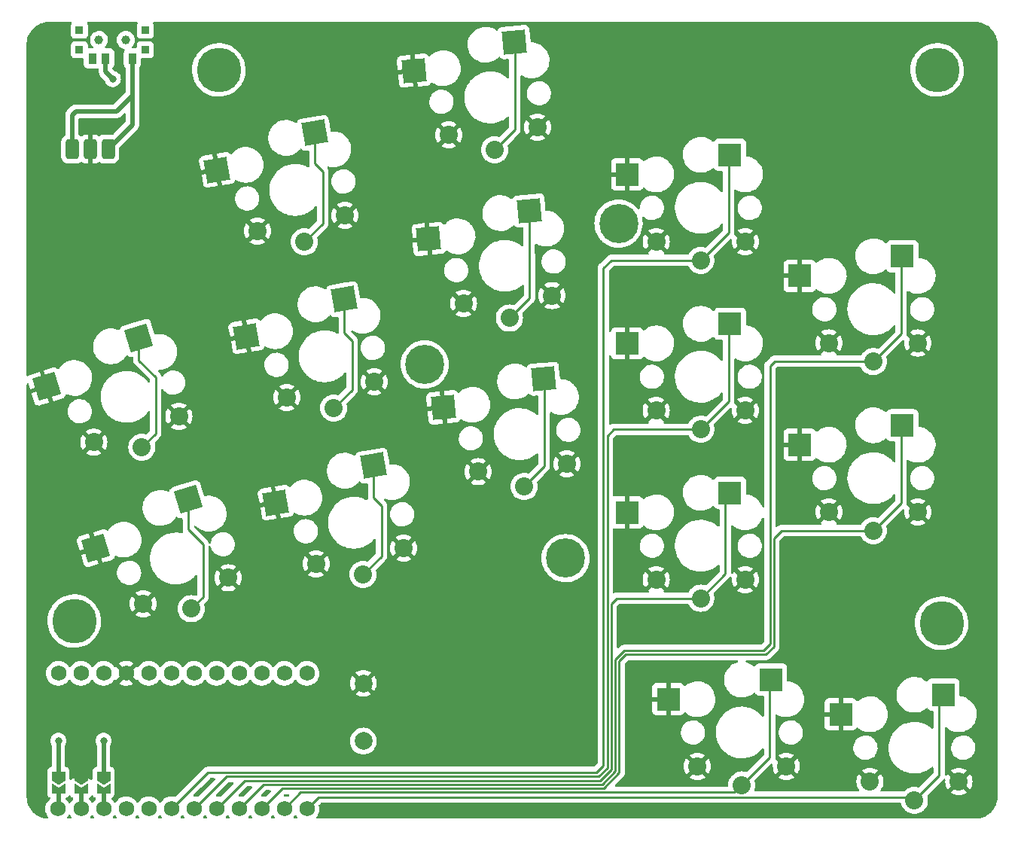
<source format=gbr>
%TF.GenerationSoftware,KiCad,Pcbnew,(6.0.4-0)*%
%TF.CreationDate,2022-07-26T17:28:23+02:00*%
%TF.ProjectId,wizza,77697a7a-612e-46b6-9963-61645f706362,v1.0.0*%
%TF.SameCoordinates,Original*%
%TF.FileFunction,Copper,L1,Top*%
%TF.FilePolarity,Positive*%
%FSLAX46Y46*%
G04 Gerber Fmt 4.6, Leading zero omitted, Abs format (unit mm)*
G04 Created by KiCad (PCBNEW (6.0.4-0)) date 2022-07-26 17:28:23*
%MOMM*%
%LPD*%
G01*
G04 APERTURE LIST*
G04 Aperture macros list*
%AMRoundRect*
0 Rectangle with rounded corners*
0 $1 Rounding radius*
0 $2 $3 $4 $5 $6 $7 $8 $9 X,Y pos of 4 corners*
0 Add a 4 corners polygon primitive as box body*
4,1,4,$2,$3,$4,$5,$6,$7,$8,$9,$2,$3,0*
0 Add four circle primitives for the rounded corners*
1,1,$1+$1,$2,$3*
1,1,$1+$1,$4,$5*
1,1,$1+$1,$6,$7*
1,1,$1+$1,$8,$9*
0 Add four rect primitives between the rounded corners*
20,1,$1+$1,$2,$3,$4,$5,0*
20,1,$1+$1,$4,$5,$6,$7,0*
20,1,$1+$1,$6,$7,$8,$9,0*
20,1,$1+$1,$8,$9,$2,$3,0*%
%AMRotRect*
0 Rectangle, with rotation*
0 The origin of the aperture is its center*
0 $1 length*
0 $2 width*
0 $3 Rotation angle, in degrees counterclockwise*
0 Add horizontal line*
21,1,$1,$2,0,0,$3*%
%AMFreePoly0*
4,1,6,0.500000,-0.750000,-0.650000,-0.750000,-0.150000,0.000000,-0.650000,0.750000,0.500000,0.750000,0.500000,-0.750000,0.500000,-0.750000,$1*%
%AMFreePoly1*
4,1,6,1.000000,0.000000,0.500000,-0.750000,-0.500000,-0.750000,-0.500000,0.750000,0.500000,0.750000,1.000000,0.000000,1.000000,0.000000,$1*%
G04 Aperture macros list end*
%TA.AperFunction,WasherPad*%
%ADD10C,1.000000*%
%TD*%
%TA.AperFunction,SMDPad,CuDef*%
%ADD11R,0.900000X0.900000*%
%TD*%
%TA.AperFunction,SMDPad,CuDef*%
%ADD12R,0.900000X1.250000*%
%TD*%
%TA.AperFunction,ComponentPad*%
%ADD13RoundRect,0.375000X-0.375000X-0.750000X0.375000X-0.750000X0.375000X0.750000X-0.375000X0.750000X0*%
%TD*%
%TA.AperFunction,ComponentPad*%
%ADD14C,2.000000*%
%TD*%
%TA.AperFunction,ComponentPad*%
%ADD15C,5.000000*%
%TD*%
%TA.AperFunction,SMDPad,CuDef*%
%ADD16RotRect,2.600000X2.600000X5.000000*%
%TD*%
%TA.AperFunction,ComponentPad*%
%ADD17C,2.032000*%
%TD*%
%TA.AperFunction,SMDPad,CuDef*%
%ADD18RotRect,2.600000X2.600000X10.000000*%
%TD*%
%TA.AperFunction,SMDPad,CuDef*%
%ADD19R,0.500000X1.524000*%
%TD*%
%TA.AperFunction,ComponentPad*%
%ADD20C,1.752600*%
%TD*%
%TA.AperFunction,SMDPad,CuDef*%
%ADD21FreePoly0,270.000000*%
%TD*%
%TA.AperFunction,SMDPad,CuDef*%
%ADD22FreePoly1,270.000000*%
%TD*%
%TA.AperFunction,ComponentPad*%
%ADD23C,4.400000*%
%TD*%
%TA.AperFunction,SMDPad,CuDef*%
%ADD24RotRect,2.600000X2.600000X17.000000*%
%TD*%
%TA.AperFunction,SMDPad,CuDef*%
%ADD25R,2.600000X2.600000*%
%TD*%
%TA.AperFunction,ViaPad*%
%ADD26C,0.800000*%
%TD*%
%TA.AperFunction,Conductor*%
%ADD27C,0.250000*%
%TD*%
%TA.AperFunction,Conductor*%
%ADD28C,0.500000*%
%TD*%
G04 APERTURE END LIST*
D10*
%TO.P,T2,*%
%TO.N,*%
X203450615Y-59106416D03*
X206450615Y-59106416D03*
%TD*%
D11*
%TO.P,T1,*%
%TO.N,*%
X208650615Y-60206416D03*
X201250615Y-58006416D03*
X208650615Y-58006416D03*
X201250615Y-60206416D03*
D12*
%TO.P,T1,1*%
%TO.N,b+*%
X207200615Y-61181416D03*
%TO.P,T1,2*%
%TO.N,RAW*%
X204200615Y-61181416D03*
%TO.P,T1,3*%
%TO.N,N/C*%
X202700615Y-61181416D03*
%TD*%
D13*
%TO.P,PAD1,1*%
%TO.N,b+*%
X204470000Y-71374000D03*
%TO.P,PAD1,2*%
%TO.N,GND*%
X202470000Y-71374000D03*
%TO.P,PAD1,3*%
%TO.N,b+*%
X200470000Y-71374000D03*
%TD*%
D14*
%TO.P,B1,1*%
%TO.N,RST*%
X233172000Y-137954000D03*
%TO.P,B1,2*%
%TO.N,GND*%
X233172000Y-131454000D03*
%TD*%
D15*
%TO.P,,1,1*%
%TO.N,N/C*%
X216916000Y-62484000D03*
%TD*%
%TO.P,,1,1*%
%TO.N,N/C*%
X298196000Y-124714000D03*
%TD*%
%TO.P,,1,1*%
%TO.N,N/C*%
X297688000Y-62484000D03*
%TD*%
%TO.P,,1,1*%
%TO.N,N/C*%
X200660000Y-124460000D03*
%TD*%
D16*
%TO.P,S7,1*%
%TO.N,GND*%
X240520477Y-81491200D03*
D17*
X254402988Y-87855477D03*
X244441041Y-88727035D03*
%TO.P,S7,2*%
%TO.N,matrix_middle_home*%
X249605042Y-90383265D03*
D16*
X251834783Y-78292924D03*
%TD*%
%TO.P,S8,1*%
%TO.N,GND*%
X238864518Y-62563501D03*
D17*
X242785082Y-69799336D03*
X252747029Y-68927778D03*
%TO.P,S8,2*%
%TO.N,matrix_middle_top*%
X247949083Y-71455566D03*
D16*
X250178824Y-59365225D03*
%TD*%
D18*
%TO.P,S4,1*%
%TO.N,GND*%
X220025954Y-92432406D03*
D17*
X234410322Y-97562525D03*
X224562244Y-99299007D03*
%TO.P,S4,2*%
%TO.N,matrix_ring_home*%
X229850944Y-100498862D03*
D18*
X231018458Y-88260193D03*
%TD*%
D19*
%TO.P,MCU1,*%
%TO.N,*%
X203962000Y-144242523D03*
D20*
X198798254Y-145574000D03*
D19*
X198882000Y-144242523D03*
D20*
X198882000Y-130334000D03*
X201422000Y-145574000D03*
D21*
X203962000Y-143317523D03*
D20*
X203962000Y-130334000D03*
D19*
X201422000Y-144242523D03*
D20*
X201422000Y-130334000D03*
D21*
X201422000Y-143317523D03*
X198882000Y-143317523D03*
D20*
X203962000Y-145574000D03*
D22*
%TO.P,MCU1,1*%
%TO.N,RAW*%
X198882000Y-141867523D03*
%TO.P,MCU1,2*%
%TO.N,GND*%
X201422000Y-141867523D03*
%TO.P,MCU1,3*%
%TO.N,RST*%
X203962000Y-141867523D03*
D20*
%TO.P,MCU1,4*%
%TO.N,VCC*%
X206502000Y-145574000D03*
%TO.P,MCU1,5*%
%TO.N,N/C*%
X209042000Y-145574000D03*
%TO.P,MCU1,6*%
%TO.N,matrix_index_top*%
X211582000Y-145574000D03*
%TO.P,MCU1,7*%
%TO.N,matrix_index_home*%
X214122000Y-145574000D03*
%TO.P,MCU1,8*%
%TO.N,matrix_index_bottom*%
X216662000Y-145574000D03*
%TO.P,MCU1,9*%
%TO.N,matrix_inner_home*%
X219202000Y-145574000D03*
%TO.P,MCU1,10*%
%TO.N,matrix_inner_bottom*%
X221742000Y-145574000D03*
%TO.P,MCU1,11*%
%TO.N,thumb_tucky*%
X224282000Y-145574000D03*
%TO.P,MCU1,12*%
%TO.N,thumb_reachy*%
X226822000Y-145574000D03*
%TO.P,MCU1,16*%
%TO.N,GND*%
X206502000Y-130334000D03*
%TO.P,MCU1,17*%
%TO.N,matrix_pinky_top*%
X209042000Y-130334000D03*
%TO.P,MCU1,18*%
%TO.N,matrix_pinky_home*%
X211582000Y-130334000D03*
%TO.P,MCU1,19*%
%TO.N,matrix_ring_top*%
X214122000Y-130334000D03*
%TO.P,MCU1,20*%
%TO.N,matrix_ring_home*%
X216662000Y-130334000D03*
%TO.P,MCU1,21*%
%TO.N,matrix_ring_bottom*%
X219202000Y-130334000D03*
%TO.P,MCU1,22*%
%TO.N,matrix_middle_top*%
X221742000Y-130334000D03*
%TO.P,MCU1,23*%
%TO.N,matrix_middle_home*%
X224282000Y-130334000D03*
%TO.P,MCU1,24*%
%TO.N,matrix_middle_bottom*%
X226822000Y-130334000D03*
%TD*%
D23*
%TO.P,,1*%
%TO.N,N/C*%
X255913847Y-117386926D03*
X261874000Y-79756000D03*
X240078461Y-95591387D03*
%TD*%
D17*
%TO.P,S1,1*%
%TO.N,GND*%
X217990275Y-119591386D03*
D24*
X203087922Y-116252520D03*
D17*
X208427227Y-122515103D03*
%TO.P,S1,2*%
%TO.N,matrix_pinky_home*%
X213822732Y-123061484D03*
D24*
X213490025Y-110771757D03*
%TD*%
D17*
%TO.P,S9,1*%
%TO.N,GND*%
X266115600Y-119786366D03*
X276115600Y-119786366D03*
D25*
X262840599Y-112236366D03*
%TO.P,S9,2*%
%TO.N,matrix_index_bottom*%
X274390599Y-110036367D03*
D17*
X271115600Y-121886366D03*
%TD*%
%TO.P,S12,1*%
%TO.N,GND*%
X295515600Y-112186366D03*
D25*
X282240599Y-104636366D03*
D17*
X285515600Y-112186366D03*
%TO.P,S12,2*%
%TO.N,matrix_inner_bottom*%
X290515600Y-114286366D03*
D25*
X293790599Y-102436367D03*
%TD*%
D17*
%TO.P,S14,1*%
%TO.N,GND*%
X280740600Y-140786366D03*
X270740600Y-140786366D03*
D25*
X267465599Y-133236366D03*
D17*
%TO.P,S14,2*%
%TO.N,thumb_tucky*%
X275740600Y-142886366D03*
D25*
X279015599Y-131036367D03*
%TD*%
D18*
%TO.P,S3,1*%
%TO.N,GND*%
X223325270Y-111143753D03*
D17*
X227861560Y-118010354D03*
X237709638Y-116273872D03*
%TO.P,S3,2*%
%TO.N,matrix_ring_bottom*%
X233150260Y-119210209D03*
D18*
X234317774Y-106971540D03*
%TD*%
D17*
%TO.P,S6,1*%
%TO.N,GND*%
X256058948Y-106783176D03*
X246097001Y-107654734D03*
D16*
X242176437Y-100418899D03*
%TO.P,S6,2*%
%TO.N,matrix_middle_bottom*%
X253490743Y-97220623D03*
D17*
X251261002Y-109310964D03*
%TD*%
%TO.P,S15,1*%
%TO.N,GND*%
X300140600Y-142496366D03*
X290140600Y-142496366D03*
D25*
X286865599Y-134946366D03*
D17*
%TO.P,S15,2*%
%TO.N,thumb_reachy*%
X295140600Y-144596366D03*
D25*
X298415599Y-132746367D03*
%TD*%
D17*
%TO.P,S11,1*%
%TO.N,GND*%
X276115600Y-81786366D03*
X266115600Y-81786366D03*
D25*
X262840599Y-74236366D03*
%TO.P,S11,2*%
%TO.N,matrix_index_top*%
X274390599Y-72036367D03*
D17*
X271115600Y-83886366D03*
%TD*%
%TO.P,S2,1*%
%TO.N,GND*%
X202872164Y-104345312D03*
D24*
X197532859Y-98082729D03*
D17*
X212435212Y-101421595D03*
%TO.P,S2,2*%
%TO.N,matrix_pinky_top*%
X208267669Y-104891693D03*
D24*
X207934962Y-92601966D03*
%TD*%
D25*
%TO.P,S13,1*%
%TO.N,GND*%
X282240599Y-85636366D03*
D17*
X295515600Y-93186366D03*
X285515600Y-93186366D03*
%TO.P,S13,2*%
%TO.N,matrix_inner_home*%
X290515600Y-95286366D03*
D25*
X293790599Y-83436367D03*
%TD*%
D18*
%TO.P,S5,1*%
%TO.N,GND*%
X216726639Y-73721059D03*
D17*
X231111007Y-78851178D03*
X221262929Y-80587660D03*
D18*
%TO.P,S5,2*%
%TO.N,matrix_ring_top*%
X227719143Y-69548846D03*
D17*
X226551629Y-81787515D03*
%TD*%
D25*
%TO.P,S10,1*%
%TO.N,GND*%
X262840599Y-93236366D03*
D17*
X276115600Y-100786366D03*
X266115600Y-100786366D03*
%TO.P,S10,2*%
%TO.N,matrix_index_home*%
X271115600Y-102886366D03*
D25*
X274390599Y-91036367D03*
%TD*%
D26*
%TO.N,RAW*%
X205002642Y-63493715D03*
%TO.N,GND*%
X201422000Y-137922000D03*
%TO.N,RAW*%
X198882000Y-137922000D03*
%TO.N,RST*%
X203962000Y-137922000D03*
%TD*%
D27*
%TO.N,matrix_index_top*%
X211582000Y-145574000D02*
X215678000Y-141478000D01*
X215678000Y-141478000D02*
X259392480Y-141478000D01*
X259392480Y-141478000D02*
X260154480Y-140716000D01*
X260154480Y-140716000D02*
X260154480Y-84777520D01*
X260154480Y-84777520D02*
X261045634Y-83886366D01*
X261045634Y-83886366D02*
X271115600Y-83886366D01*
%TO.N,matrix_inner_bottom*%
X221742000Y-145574000D02*
X224039920Y-143276080D01*
X261952560Y-141528591D02*
X261952560Y-128954876D01*
X262695916Y-128211520D02*
X278442480Y-128211520D01*
X261952560Y-128954876D02*
X262695916Y-128211520D01*
X224039920Y-143276080D02*
X260205074Y-143276079D01*
X279341520Y-115120480D02*
X280175634Y-114286366D01*
X260205074Y-143276079D02*
X261952560Y-141528591D01*
X278442480Y-128211520D02*
X279341520Y-127312480D01*
X279341520Y-127312480D02*
X279341520Y-115120480D01*
X280175634Y-114286366D02*
X290515600Y-114286366D01*
%TO.N,matrix_inner_home*%
X219202000Y-145574000D02*
X221949440Y-142826560D01*
X278892000Y-127000000D02*
X278892000Y-95758000D01*
X261503040Y-141342394D02*
X261503040Y-128768678D01*
X221949440Y-142826560D02*
X260018876Y-142826560D01*
X260018876Y-142826560D02*
X261503040Y-141342394D01*
X278130000Y-127762000D02*
X278892000Y-127000000D01*
X261503040Y-128768678D02*
X262509718Y-127762000D01*
X262509718Y-127762000D02*
X278130000Y-127762000D01*
X278892000Y-95758000D02*
X279400000Y-95250000D01*
X279400000Y-95250000D02*
X290479234Y-95250000D01*
X290479234Y-95250000D02*
X290515600Y-95286366D01*
%TO.N,thumb_reachy*%
X226822000Y-145574000D02*
X228124000Y-144272000D01*
X228124000Y-144272000D02*
X294816234Y-144272000D01*
X294816234Y-144272000D02*
X295140600Y-144596366D01*
%TO.N,thumb_tucky*%
X275740600Y-142886366D02*
X274901366Y-143725600D01*
X224282000Y-145542000D02*
X224282000Y-145574000D01*
X274901366Y-143725600D02*
X226098400Y-143725600D01*
X226098400Y-143725600D02*
X224282000Y-145542000D01*
%TO.N,matrix_index_bottom*%
X216662000Y-145574000D02*
X219858960Y-142377040D01*
X261053520Y-141156197D02*
X261053520Y-122486480D01*
X219858960Y-142377040D02*
X259832678Y-142377040D01*
X259832678Y-142377040D02*
X261053520Y-141156197D01*
X261053520Y-122486480D02*
X261653634Y-121886366D01*
X261653634Y-121886366D02*
X271115600Y-121886366D01*
%TO.N,matrix_index_home*%
X217768480Y-141927520D02*
X259646480Y-141927520D01*
X260604000Y-140970000D02*
X260604000Y-103632000D01*
X259646480Y-141927520D02*
X260604000Y-140970000D01*
X260604000Y-103632000D02*
X261349634Y-102886366D01*
X214122000Y-145574000D02*
X217768480Y-141927520D01*
X261349634Y-102886366D02*
X271115600Y-102886366D01*
%TO.N,matrix_ring_top*%
X227719143Y-69548846D02*
X227719143Y-73033143D01*
X227719143Y-73033143D02*
X228600000Y-73914000D01*
X228600000Y-73914000D02*
X228600000Y-79739144D01*
X228600000Y-79739144D02*
X226551629Y-81787515D01*
%TO.N,matrix_pinky_top*%
X207934962Y-92601966D02*
X207934962Y-95148031D01*
X207934962Y-95148031D02*
X209804000Y-97017069D01*
X209804000Y-103355362D02*
X208267669Y-104891693D01*
X209804000Y-97017069D02*
X209804000Y-103355362D01*
%TO.N,matrix_pinky_home*%
X213490025Y-110771757D02*
X213490025Y-114176025D01*
X213490025Y-114176025D02*
X215138000Y-115824000D01*
X215138000Y-115824000D02*
X215138000Y-121746216D01*
X215138000Y-121746216D02*
X213822732Y-123061484D01*
%TO.N,matrix_ring_home*%
X231018458Y-88260193D02*
X231018458Y-92080458D01*
X231018458Y-92080458D02*
X231902000Y-92964000D01*
X231902000Y-98447806D02*
X229850944Y-100498862D01*
X231902000Y-92964000D02*
X231902000Y-98447806D01*
D28*
%TO.N,b+*%
X200850000Y-67120000D02*
X200406000Y-67564000D01*
X207200615Y-61181416D02*
X207200615Y-68643385D01*
X205422000Y-67120000D02*
X200850000Y-67120000D01*
X200406000Y-67564000D02*
X200406000Y-71310000D01*
X207200615Y-65341385D02*
X205422000Y-67120000D01*
X207200615Y-61181416D02*
X207200615Y-65341385D01*
X200406000Y-71310000D02*
X200470000Y-71374000D01*
X207200615Y-68643385D02*
X204470000Y-71374000D01*
%TO.N,RAW*%
X204200615Y-61181416D02*
X204200615Y-62691688D01*
X204200615Y-62691688D02*
X205002642Y-63493715D01*
%TO.N,GND*%
X201422000Y-137954000D02*
X201422000Y-141867523D01*
D27*
%TO.N,matrix_ring_bottom*%
X234317774Y-106971540D02*
X234317774Y-110619774D01*
X235204000Y-111506000D02*
X235204000Y-117156469D01*
X234317774Y-110619774D02*
X235204000Y-111506000D01*
X235204000Y-117156469D02*
X233150260Y-119210209D01*
%TO.N,matrix_middle_bottom*%
X253490743Y-97220623D02*
X253521305Y-97251185D01*
X253521305Y-107050661D02*
X251261002Y-109310964D01*
X253521305Y-97251185D02*
X253521305Y-107050661D01*
%TO.N,matrix_middle_home*%
X251865345Y-83356472D02*
X251865345Y-88122962D01*
X251834783Y-78292924D02*
X251834783Y-83325910D01*
X251865345Y-88122962D02*
X249605042Y-90383265D01*
X251834783Y-83325910D02*
X251865345Y-83356472D01*
%TO.N,matrix_middle_top*%
X250178824Y-59365225D02*
X250209386Y-59395787D01*
X250209386Y-69195263D02*
X247949083Y-71455566D01*
X250209386Y-59395787D02*
X250209386Y-69195263D01*
%TO.N,matrix_index_bottom*%
X273890122Y-119111844D02*
X271115600Y-121886366D01*
X274390599Y-110036367D02*
X273890122Y-110536844D01*
X273890122Y-110536844D02*
X273890122Y-119111844D01*
%TO.N,matrix_index_home*%
X274241079Y-91185887D02*
X274241079Y-99760887D01*
X274390599Y-91036367D02*
X274241079Y-91185887D01*
X274241079Y-99760887D02*
X271115600Y-102886366D01*
%TO.N,matrix_index_top*%
X274390599Y-72036367D02*
X274241079Y-72185887D01*
X274241079Y-72185887D02*
X274241079Y-80760887D01*
X274241079Y-80760887D02*
X271115600Y-83886366D01*
%TO.N,matrix_inner_bottom*%
X293624000Y-102602966D02*
X293624000Y-111177966D01*
X293790599Y-102436367D02*
X293624000Y-102602966D01*
X293624000Y-111177966D02*
X290515600Y-114286366D01*
%TO.N,matrix_inner_home*%
X293641079Y-83585887D02*
X293641079Y-92160887D01*
X293790599Y-83436367D02*
X293641079Y-83585887D01*
X293641079Y-92160887D02*
X290515600Y-95286366D01*
%TO.N,thumb_tucky*%
X278866079Y-139760887D02*
X275740600Y-142886366D01*
X278866079Y-131185887D02*
X278866079Y-139760887D01*
%TO.N,thumb_reachy*%
X297915122Y-133246844D02*
X297915122Y-141821844D01*
X297915122Y-141821844D02*
X295140600Y-144596366D01*
X298415599Y-132746367D02*
X297915122Y-133246844D01*
D28*
%TO.N,RAW*%
X198882000Y-141867523D02*
X198882000Y-137954000D01*
%TO.N,RST*%
X203962000Y-141867523D02*
X203962000Y-137954000D01*
%TD*%
%TA.AperFunction,Conductor*%
%TO.N,GND*%
G36*
X200330953Y-57109924D02*
G01*
X200377446Y-57163580D01*
X200387550Y-57233854D01*
X200363660Y-57291484D01*
X200350000Y-57309711D01*
X200298870Y-57446100D01*
X200292115Y-57508282D01*
X200292115Y-58504550D01*
X200298870Y-58566732D01*
X200350000Y-58703121D01*
X200437354Y-58819677D01*
X200553910Y-58907031D01*
X200690299Y-58958161D01*
X200752481Y-58964916D01*
X201748749Y-58964916D01*
X201810931Y-58958161D01*
X201947320Y-58907031D01*
X202063876Y-58819677D01*
X202151230Y-58703121D01*
X202202360Y-58566732D01*
X202209115Y-58504550D01*
X202209115Y-57508282D01*
X202202360Y-57446100D01*
X202151230Y-57309711D01*
X202137570Y-57291485D01*
X202112724Y-57224980D01*
X202127777Y-57155598D01*
X202177952Y-57105368D01*
X202238398Y-57089922D01*
X207662832Y-57089922D01*
X207730953Y-57109924D01*
X207777446Y-57163580D01*
X207787550Y-57233854D01*
X207763660Y-57291484D01*
X207750000Y-57309711D01*
X207698870Y-57446100D01*
X207692115Y-57508282D01*
X207692115Y-58504550D01*
X207698870Y-58566732D01*
X207750000Y-58703121D01*
X207837354Y-58819677D01*
X207953910Y-58907031D01*
X208090299Y-58958161D01*
X208152481Y-58964916D01*
X209148749Y-58964916D01*
X209210931Y-58958161D01*
X209347320Y-58907031D01*
X209463876Y-58819677D01*
X209551230Y-58703121D01*
X209602360Y-58566732D01*
X209609115Y-58504550D01*
X209609115Y-57508282D01*
X209602360Y-57446100D01*
X209551230Y-57309711D01*
X209537570Y-57291485D01*
X209512724Y-57224980D01*
X209527777Y-57155598D01*
X209577952Y-57105368D01*
X209638398Y-57089922D01*
X301941234Y-57089922D01*
X301960619Y-57091422D01*
X301975452Y-57093732D01*
X301975456Y-57093732D01*
X301984325Y-57095113D01*
X302001524Y-57092864D01*
X302025464Y-57092031D01*
X302283310Y-57107628D01*
X302298414Y-57109462D01*
X302579355Y-57160947D01*
X302594128Y-57164588D01*
X302866824Y-57249563D01*
X302881040Y-57254955D01*
X303002702Y-57309711D01*
X303141505Y-57372182D01*
X303154977Y-57379253D01*
X303368417Y-57508282D01*
X303399403Y-57527014D01*
X303411923Y-57535656D01*
X303617429Y-57696661D01*
X303636763Y-57711808D01*
X303648152Y-57721898D01*
X303850114Y-57923861D01*
X303860203Y-57935250D01*
X304036353Y-58160091D01*
X304044997Y-58172613D01*
X304192757Y-58417042D01*
X304199824Y-58430506D01*
X304317055Y-58690986D01*
X304322443Y-58705194D01*
X304355879Y-58812497D01*
X304407417Y-58977891D01*
X304411058Y-58992665D01*
X304462540Y-59273604D01*
X304464374Y-59288706D01*
X304478646Y-59524663D01*
X304479539Y-59539429D01*
X304478298Y-59565795D01*
X304478292Y-59566266D01*
X304476910Y-59575142D01*
X304478074Y-59584045D01*
X304478074Y-59584052D01*
X304481037Y-59606712D01*
X304482101Y-59623048D01*
X304482101Y-144147006D01*
X304480601Y-144166390D01*
X304476910Y-144190097D01*
X304478077Y-144199018D01*
X304479159Y-144207293D01*
X304479992Y-144231235D01*
X304464398Y-144489079D01*
X304462564Y-144504184D01*
X304411082Y-144785121D01*
X304407441Y-144799895D01*
X304322468Y-145072587D01*
X304317074Y-145086810D01*
X304199948Y-145347051D01*
X304199852Y-145347265D01*
X304192781Y-145360738D01*
X304045018Y-145605164D01*
X304036375Y-145617686D01*
X303860225Y-145842523D01*
X303850135Y-145853912D01*
X303749114Y-145954931D01*
X303648168Y-146055874D01*
X303636779Y-146065963D01*
X303411944Y-146242106D01*
X303399426Y-146250746D01*
X303154985Y-146398509D01*
X303141513Y-146405579D01*
X303023924Y-146458499D01*
X302881056Y-146522795D01*
X302866844Y-146528185D01*
X302690035Y-146583276D01*
X302594146Y-146613153D01*
X302579373Y-146616794D01*
X302298424Y-146668272D01*
X302283319Y-146670105D01*
X302175828Y-146676604D01*
X302032410Y-146685275D01*
X302006863Y-146684071D01*
X302005764Y-146684058D01*
X301996894Y-146682676D01*
X301987990Y-146683840D01*
X301965317Y-146686804D01*
X301948984Y-146687867D01*
X227970815Y-146687867D01*
X227902694Y-146667865D01*
X227856201Y-146614209D01*
X227846097Y-146543935D01*
X227874860Y-146480205D01*
X227876532Y-146478240D01*
X227880193Y-146474592D01*
X228013073Y-146289669D01*
X228034244Y-146246834D01*
X228111673Y-146090168D01*
X228111674Y-146090166D01*
X228113967Y-146085526D01*
X228180164Y-145867646D01*
X228181972Y-145853913D01*
X228209450Y-145645201D01*
X228209451Y-145645194D01*
X228209887Y-145641879D01*
X228210784Y-145605179D01*
X228211464Y-145577365D01*
X228211464Y-145577360D01*
X228211546Y-145574000D01*
X228204179Y-145484393D01*
X228193311Y-145352202D01*
X228193310Y-145352196D01*
X228192887Y-145347051D01*
X228160495Y-145218091D01*
X228163299Y-145147150D01*
X228193604Y-145098300D01*
X228270656Y-145021249D01*
X228349501Y-144942404D01*
X228411813Y-144908379D01*
X228438596Y-144905500D01*
X293547666Y-144905500D01*
X293615787Y-144925502D01*
X293662280Y-144979158D01*
X293670184Y-145002085D01*
X293685073Y-145064102D01*
X293685079Y-145064120D01*
X293686231Y-145068919D01*
X293688121Y-145073482D01*
X293688123Y-145073488D01*
X293776166Y-145286043D01*
X293778060Y-145290615D01*
X293903440Y-145495215D01*
X294059282Y-145677684D01*
X294063044Y-145680897D01*
X294164312Y-145767387D01*
X294241751Y-145833526D01*
X294446351Y-145958906D01*
X294450921Y-145960799D01*
X294450923Y-145960800D01*
X294531853Y-145994322D01*
X294668047Y-146050735D01*
X294749637Y-146070323D01*
X294896565Y-146105598D01*
X294896571Y-146105599D01*
X294901378Y-146106753D01*
X295140600Y-146125580D01*
X295379822Y-146106753D01*
X295384629Y-146105599D01*
X295384635Y-146105598D01*
X295531563Y-146070323D01*
X295613153Y-146050735D01*
X295749347Y-145994322D01*
X295830277Y-145960800D01*
X295830279Y-145960799D01*
X295834849Y-145958906D01*
X296039449Y-145833526D01*
X296116889Y-145767387D01*
X296218156Y-145680897D01*
X296221918Y-145677684D01*
X296377760Y-145495215D01*
X296503140Y-145290615D01*
X296587556Y-145086817D01*
X296593075Y-145073492D01*
X296593076Y-145073488D01*
X296594969Y-145068919D01*
X296625343Y-144942404D01*
X296649832Y-144840401D01*
X296649833Y-144840395D01*
X296650987Y-144835588D01*
X296669814Y-144596366D01*
X296650987Y-144357144D01*
X296649833Y-144352337D01*
X296649832Y-144352331D01*
X296594969Y-144123813D01*
X296597192Y-144123279D01*
X296595413Y-144061788D01*
X296628190Y-144004680D01*
X296892198Y-143740672D01*
X299261124Y-143740672D01*
X299266851Y-143748322D01*
X299442359Y-143855873D01*
X299451153Y-143860354D01*
X299663629Y-143948364D01*
X299673014Y-143951413D01*
X299896644Y-144005103D01*
X299906391Y-144006646D01*
X300135670Y-144024691D01*
X300145530Y-144024691D01*
X300374809Y-144006646D01*
X300384556Y-144005103D01*
X300608186Y-143951413D01*
X300617571Y-143948364D01*
X300830047Y-143860354D01*
X300838841Y-143855873D01*
X301010683Y-143750569D01*
X301020143Y-143740113D01*
X301016359Y-143731335D01*
X300153412Y-142868388D01*
X300139468Y-142860774D01*
X300137635Y-142860905D01*
X300131020Y-142865156D01*
X299267884Y-143728292D01*
X299261124Y-143740672D01*
X296892198Y-143740672D01*
X298307369Y-142325501D01*
X298315659Y-142317957D01*
X298322140Y-142313844D01*
X298335292Y-142299839D01*
X298368780Y-142264177D01*
X298371535Y-142261335D01*
X298391257Y-142241613D01*
X298393734Y-142238420D01*
X298401442Y-142229396D01*
X298408460Y-142221923D01*
X298469674Y-142185959D01*
X298540614Y-142188799D01*
X298598757Y-142229541D01*
X298625643Y-142295249D01*
X298625920Y-142318064D01*
X298612275Y-142491436D01*
X298612275Y-142501296D01*
X298630320Y-142730575D01*
X298631863Y-142740322D01*
X298685553Y-142963952D01*
X298688602Y-142973337D01*
X298776612Y-143185813D01*
X298781093Y-143194607D01*
X298886397Y-143366449D01*
X298896853Y-143375909D01*
X298905631Y-143372125D01*
X299768578Y-142509178D01*
X299774956Y-142497498D01*
X300505008Y-142497498D01*
X300505139Y-142499331D01*
X300509390Y-142505946D01*
X301372526Y-143369082D01*
X301384906Y-143375842D01*
X301392556Y-143370115D01*
X301500107Y-143194607D01*
X301504588Y-143185813D01*
X301592598Y-142973337D01*
X301595647Y-142963952D01*
X301649337Y-142740322D01*
X301650880Y-142730575D01*
X301668925Y-142501296D01*
X301668925Y-142491436D01*
X301650880Y-142262157D01*
X301649337Y-142252410D01*
X301595647Y-142028780D01*
X301592598Y-142019395D01*
X301504588Y-141806919D01*
X301500107Y-141798125D01*
X301394803Y-141626283D01*
X301384347Y-141616823D01*
X301375569Y-141620607D01*
X300512622Y-142483554D01*
X300505008Y-142497498D01*
X299774956Y-142497498D01*
X299776192Y-142495234D01*
X299776061Y-142493401D01*
X299771810Y-142486786D01*
X298908674Y-141623650D01*
X298896294Y-141616890D01*
X298888644Y-141622617D01*
X298782055Y-141796555D01*
X298729407Y-141844186D01*
X298659366Y-141855793D01*
X298594168Y-141827690D01*
X298554514Y-141768800D01*
X298548622Y-141730720D01*
X298548622Y-141252619D01*
X299261057Y-141252619D01*
X299264841Y-141261397D01*
X300127788Y-142124344D01*
X300141732Y-142131958D01*
X300143565Y-142131827D01*
X300150180Y-142127576D01*
X301013316Y-141264440D01*
X301020076Y-141252060D01*
X301014349Y-141244410D01*
X300838841Y-141136859D01*
X300830047Y-141132378D01*
X300617571Y-141044368D01*
X300608186Y-141041319D01*
X300384556Y-140987629D01*
X300374809Y-140986086D01*
X300145530Y-140968041D01*
X300135670Y-140968041D01*
X299906391Y-140986086D01*
X299896644Y-140987629D01*
X299673014Y-141041319D01*
X299663629Y-141044368D01*
X299451153Y-141132378D01*
X299442359Y-141136859D01*
X299270517Y-141242163D01*
X299261057Y-141252619D01*
X298548622Y-141252619D01*
X298548622Y-138632098D01*
X299277800Y-138632098D01*
X299286454Y-138862634D01*
X299333828Y-139088416D01*
X299418567Y-139302988D01*
X299538247Y-139500215D01*
X299541744Y-139504245D01*
X299628368Y-139604070D01*
X299689447Y-139674458D01*
X299693578Y-139677845D01*
X299863715Y-139817350D01*
X299863721Y-139817354D01*
X299867843Y-139820734D01*
X300068335Y-139934860D01*
X300073351Y-139936681D01*
X300073356Y-139936683D01*
X300280175Y-140011755D01*
X300280179Y-140011756D01*
X300285190Y-140013575D01*
X300290439Y-140014524D01*
X300290442Y-140014525D01*
X300508123Y-140053888D01*
X300508130Y-140053889D01*
X300512207Y-140054626D01*
X300529944Y-140055462D01*
X300534892Y-140055696D01*
X300534899Y-140055696D01*
X300536380Y-140055766D01*
X300698525Y-140055766D01*
X300765481Y-140050085D01*
X300865162Y-140041627D01*
X300865166Y-140041626D01*
X300870473Y-140041176D01*
X300875628Y-140039838D01*
X300875634Y-140039837D01*
X301088603Y-139984561D01*
X301088607Y-139984560D01*
X301093772Y-139983219D01*
X301098638Y-139981027D01*
X301098641Y-139981026D01*
X301299249Y-139890659D01*
X301304115Y-139888467D01*
X301308535Y-139885491D01*
X301308539Y-139885489D01*
X301444805Y-139793748D01*
X301495485Y-139759628D01*
X301662412Y-139600388D01*
X301740338Y-139495652D01*
X301796937Y-139419580D01*
X301796939Y-139419577D01*
X301800121Y-139415300D01*
X301856640Y-139304135D01*
X301902258Y-139214412D01*
X301902258Y-139214411D01*
X301904677Y-139209654D01*
X301961338Y-139027177D01*
X301971505Y-138994436D01*
X301971506Y-138994430D01*
X301973089Y-138989333D01*
X301991930Y-138847175D01*
X302002700Y-138765919D01*
X302002700Y-138765914D01*
X302003400Y-138760634D01*
X301994746Y-138530098D01*
X301947372Y-138304316D01*
X301862633Y-138089744D01*
X301742953Y-137892517D01*
X301654180Y-137790215D01*
X301595253Y-137722307D01*
X301595251Y-137722305D01*
X301591753Y-137718274D01*
X301549618Y-137683726D01*
X301417485Y-137575382D01*
X301417479Y-137575378D01*
X301413357Y-137571998D01*
X301212865Y-137457872D01*
X301207849Y-137456051D01*
X301207844Y-137456049D01*
X301001025Y-137380977D01*
X301001021Y-137380976D01*
X300996010Y-137379157D01*
X300990761Y-137378208D01*
X300990758Y-137378207D01*
X300773077Y-137338844D01*
X300773070Y-137338843D01*
X300768993Y-137338106D01*
X300751256Y-137337270D01*
X300746308Y-137337036D01*
X300746301Y-137337036D01*
X300744820Y-137336966D01*
X300582675Y-137336966D01*
X300515719Y-137342647D01*
X300416038Y-137351105D01*
X300416034Y-137351106D01*
X300410727Y-137351556D01*
X300405572Y-137352894D01*
X300405566Y-137352895D01*
X300192597Y-137408171D01*
X300192593Y-137408172D01*
X300187428Y-137409513D01*
X300182562Y-137411705D01*
X300182559Y-137411706D01*
X300016731Y-137486406D01*
X299977085Y-137504265D01*
X299972665Y-137507241D01*
X299972661Y-137507243D01*
X299966533Y-137511369D01*
X299785715Y-137633104D01*
X299618788Y-137792344D01*
X299615600Y-137796629D01*
X299493733Y-137960425D01*
X299481079Y-137977432D01*
X299478664Y-137982182D01*
X299393115Y-138150445D01*
X299376523Y-138183078D01*
X299349214Y-138271026D01*
X299309695Y-138398296D01*
X299309694Y-138398302D01*
X299308111Y-138403399D01*
X299277800Y-138632098D01*
X298548622Y-138632098D01*
X298548622Y-136502658D01*
X298568624Y-136434537D01*
X298622280Y-136388044D01*
X298692554Y-136377940D01*
X298755613Y-136406136D01*
X298957150Y-136575246D01*
X299195364Y-136724098D01*
X299451975Y-136838349D01*
X299456203Y-136839561D01*
X299456202Y-136839561D01*
X299600101Y-136880823D01*
X299721990Y-136915774D01*
X299726340Y-136916385D01*
X299726343Y-136916386D01*
X299804920Y-136927429D01*
X300000152Y-136954867D01*
X300210746Y-136954867D01*
X300212932Y-136954714D01*
X300212936Y-136954714D01*
X300416427Y-136940485D01*
X300416432Y-136940484D01*
X300420812Y-136940178D01*
X300695570Y-136881776D01*
X300699699Y-136880273D01*
X300699703Y-136880272D01*
X300955381Y-136787213D01*
X300955385Y-136787211D01*
X300959526Y-136785704D01*
X301207542Y-136653831D01*
X301270147Y-136608346D01*
X301431229Y-136491314D01*
X301431232Y-136491311D01*
X301434792Y-136488725D01*
X301465494Y-136459077D01*
X301552368Y-136375183D01*
X301636852Y-136293598D01*
X301809788Y-136072249D01*
X301811984Y-136068445D01*
X301811989Y-136068438D01*
X301929223Y-135865382D01*
X301950236Y-135828986D01*
X302055462Y-135568543D01*
X302123417Y-135295991D01*
X302128791Y-135244867D01*
X302152319Y-135021003D01*
X302152319Y-135021000D01*
X302152778Y-135016634D01*
X302152625Y-135012240D01*
X302143129Y-134740306D01*
X302143128Y-134740300D01*
X302142975Y-134735909D01*
X302141375Y-134726830D01*
X302105217Y-134521770D01*
X302094198Y-134459280D01*
X302007397Y-134192132D01*
X301997322Y-134171474D01*
X301944780Y-134063748D01*
X301884260Y-133939665D01*
X301881805Y-133936026D01*
X301881802Y-133936020D01*
X301803872Y-133820485D01*
X301727185Y-133706791D01*
X301539229Y-133498045D01*
X301324050Y-133317488D01*
X301085836Y-133168636D01*
X300829225Y-133054385D01*
X300559210Y-132976960D01*
X300554860Y-132976349D01*
X300554857Y-132976348D01*
X300379582Y-132951715D01*
X300332563Y-132945107D01*
X300267889Y-132915819D01*
X300229316Y-132856215D01*
X300224099Y-132820333D01*
X300224099Y-131398233D01*
X300217344Y-131336051D01*
X300166214Y-131199662D01*
X300078860Y-131083106D01*
X299962304Y-130995752D01*
X299825915Y-130944622D01*
X299763733Y-130937867D01*
X297067465Y-130937867D01*
X297005283Y-130944622D01*
X296868894Y-130995752D01*
X296752338Y-131083106D01*
X296746957Y-131090286D01*
X296670370Y-131192475D01*
X296670369Y-131192477D01*
X296664984Y-131199662D01*
X296662551Y-131206153D01*
X296613023Y-131255570D01*
X296543632Y-131270585D01*
X296471769Y-131241438D01*
X296363112Y-131150264D01*
X296324050Y-131117487D01*
X296085836Y-130968635D01*
X295829225Y-130854384D01*
X295559210Y-130776959D01*
X295554860Y-130776348D01*
X295554857Y-130776347D01*
X295451910Y-130761879D01*
X295281048Y-130737866D01*
X295070454Y-130737866D01*
X295068268Y-130738019D01*
X295068264Y-130738019D01*
X294864773Y-130752248D01*
X294864768Y-130752249D01*
X294860388Y-130752555D01*
X294585630Y-130810957D01*
X294581501Y-130812460D01*
X294581497Y-130812461D01*
X294325819Y-130905520D01*
X294325815Y-130905522D01*
X294321674Y-130907029D01*
X294073658Y-131038902D01*
X294070099Y-131041488D01*
X294070097Y-131041489D01*
X293852390Y-131199662D01*
X293846408Y-131204008D01*
X293843244Y-131207064D01*
X293843241Y-131207066D01*
X293807648Y-131241438D01*
X293644348Y-131399135D01*
X293512354Y-131568081D01*
X293481566Y-131607488D01*
X293471412Y-131620484D01*
X293469216Y-131624288D01*
X293469211Y-131624295D01*
X293373195Y-131790601D01*
X293330964Y-131863747D01*
X293225738Y-132124190D01*
X293224673Y-132128463D01*
X293224672Y-132128465D01*
X293168503Y-132353748D01*
X293157783Y-132396742D01*
X293157324Y-132401110D01*
X293157323Y-132401115D01*
X293128881Y-132671730D01*
X293128422Y-132676099D01*
X293128575Y-132680487D01*
X293128575Y-132680493D01*
X293137932Y-132948428D01*
X293138225Y-132956824D01*
X293138987Y-132961147D01*
X293138988Y-132961154D01*
X293164444Y-133105521D01*
X293187002Y-133233453D01*
X293273803Y-133500601D01*
X293275731Y-133504554D01*
X293275733Y-133504559D01*
X293313318Y-133581618D01*
X293396940Y-133753068D01*
X293399395Y-133756707D01*
X293399398Y-133756713D01*
X293442413Y-133820485D01*
X293554015Y-133985942D01*
X293741971Y-134194688D01*
X293745333Y-134197509D01*
X293745334Y-134197510D01*
X293803840Y-134246602D01*
X293957150Y-134375245D01*
X294195364Y-134524097D01*
X294451975Y-134638348D01*
X294456203Y-134639560D01*
X294456202Y-134639560D01*
X294640360Y-134692366D01*
X294721990Y-134715773D01*
X294726340Y-134716384D01*
X294726343Y-134716385D01*
X294829290Y-134730853D01*
X295000152Y-134754866D01*
X295210746Y-134754866D01*
X295212932Y-134754713D01*
X295212936Y-134754713D01*
X295416427Y-134740484D01*
X295416432Y-134740483D01*
X295420812Y-134740177D01*
X295695570Y-134681775D01*
X295699699Y-134680272D01*
X295699703Y-134680271D01*
X295955381Y-134587212D01*
X295955385Y-134587210D01*
X295959526Y-134585703D01*
X296207542Y-134453830D01*
X296313601Y-134376774D01*
X296431229Y-134291313D01*
X296431232Y-134291310D01*
X296434792Y-134288724D01*
X296466002Y-134258585D01*
X296528896Y-134225653D01*
X296599613Y-134231952D01*
X296655698Y-134275484D01*
X296662328Y-134285988D01*
X296664984Y-134293072D01*
X296752338Y-134409628D01*
X296868894Y-134496982D01*
X297005283Y-134548112D01*
X297067465Y-134554867D01*
X297155622Y-134554867D01*
X297223743Y-134574869D01*
X297270236Y-134628525D01*
X297281622Y-134680867D01*
X297281622Y-136421154D01*
X297261620Y-136489275D01*
X297207964Y-136535768D01*
X297137690Y-136545872D01*
X297072294Y-136515666D01*
X297069867Y-136513526D01*
X297067286Y-136510972D01*
X297053313Y-136500015D01*
X296806187Y-136306244D01*
X296803334Y-136304007D01*
X296793297Y-136297856D01*
X296598504Y-136178487D01*
X296517344Y-136128752D01*
X296514054Y-136127225D01*
X296514045Y-136127220D01*
X296216404Y-135989060D01*
X296213106Y-135987529D01*
X295894652Y-135882211D01*
X295891097Y-135881475D01*
X295891094Y-135881474D01*
X295569768Y-135814930D01*
X295569767Y-135814930D01*
X295566204Y-135814192D01*
X295562582Y-135813869D01*
X295562577Y-135813868D01*
X295274025Y-135788116D01*
X295274017Y-135788116D01*
X295271231Y-135787867D01*
X295055117Y-135787867D01*
X295053298Y-135787972D01*
X295053294Y-135787972D01*
X294809360Y-135802037D01*
X294809355Y-135802038D01*
X294805740Y-135802246D01*
X294802171Y-135802869D01*
X294802170Y-135802869D01*
X294478890Y-135859290D01*
X294478883Y-135859292D01*
X294475317Y-135859914D01*
X294471842Y-135860943D01*
X294471835Y-135860945D01*
X294396195Y-135883351D01*
X294153712Y-135955178D01*
X294150376Y-135956601D01*
X294150373Y-135956602D01*
X294019774Y-136012307D01*
X293845188Y-136086774D01*
X293842034Y-136088573D01*
X293556994Y-136251157D01*
X293556987Y-136251162D01*
X293553834Y-136252960D01*
X293283511Y-136451531D01*
X293037804Y-136679857D01*
X292958258Y-136772993D01*
X292822335Y-136932138D01*
X292822331Y-136932143D01*
X292819968Y-136934910D01*
X292817937Y-136937932D01*
X292817935Y-136937935D01*
X292677246Y-137147303D01*
X292632890Y-137213311D01*
X292479051Y-137511369D01*
X292360490Y-137825133D01*
X292278777Y-138150445D01*
X292273809Y-138188181D01*
X292238155Y-138458999D01*
X292234996Y-138482993D01*
X292234338Y-138524880D01*
X292230518Y-138768102D01*
X292229728Y-138818369D01*
X292230089Y-138821984D01*
X292230089Y-138821989D01*
X292247869Y-139000119D01*
X292263041Y-139152128D01*
X292280282Y-139231203D01*
X292331646Y-139466777D01*
X292334495Y-139479846D01*
X292335668Y-139483273D01*
X292335670Y-139483279D01*
X292434882Y-139773052D01*
X292443143Y-139797179D01*
X292444702Y-139800447D01*
X292444705Y-139800455D01*
X292495472Y-139906890D01*
X292587544Y-140099922D01*
X292765784Y-140384062D01*
X292768054Y-140386896D01*
X292768058Y-140386901D01*
X292947482Y-140610859D01*
X292975501Y-140645832D01*
X292978083Y-140648387D01*
X293198620Y-140866625D01*
X293213916Y-140881762D01*
X293216768Y-140883998D01*
X293216770Y-140884000D01*
X293325710Y-140969420D01*
X293477868Y-141088727D01*
X293480957Y-141090620D01*
X293480960Y-141090622D01*
X293644822Y-141191037D01*
X293763858Y-141263982D01*
X293767148Y-141265509D01*
X293767157Y-141265514D01*
X293996625Y-141372029D01*
X294068096Y-141405205D01*
X294386550Y-141510523D01*
X294390105Y-141511259D01*
X294390108Y-141511260D01*
X294699686Y-141575371D01*
X294714998Y-141578542D01*
X294718620Y-141578865D01*
X294718625Y-141578866D01*
X295007177Y-141604618D01*
X295007185Y-141604618D01*
X295009971Y-141604867D01*
X295226085Y-141604867D01*
X295227904Y-141604762D01*
X295227908Y-141604762D01*
X295471842Y-141590697D01*
X295471847Y-141590696D01*
X295475462Y-141590488D01*
X295487615Y-141588367D01*
X295802312Y-141533444D01*
X295802319Y-141533442D01*
X295805885Y-141532820D01*
X295809360Y-141531791D01*
X295809367Y-141531789D01*
X295968649Y-141484607D01*
X296127490Y-141437556D01*
X296145269Y-141429973D01*
X296432680Y-141307382D01*
X296432679Y-141307382D01*
X296436014Y-141305960D01*
X296514141Y-141261397D01*
X296724208Y-141141577D01*
X296724215Y-141141572D01*
X296727368Y-141139774D01*
X296997691Y-140941203D01*
X297069852Y-140874146D01*
X297133369Y-140842429D01*
X297203951Y-140850085D01*
X297259189Y-140894686D01*
X297281622Y-140966448D01*
X297281622Y-141507250D01*
X297261620Y-141575371D01*
X297244717Y-141596345D01*
X295732286Y-143108776D01*
X295669974Y-143142802D01*
X295613639Y-143139973D01*
X295613153Y-143141997D01*
X295384635Y-143087134D01*
X295384629Y-143087133D01*
X295379822Y-143085979D01*
X295140600Y-143067152D01*
X294901378Y-143085979D01*
X294896571Y-143087133D01*
X294896565Y-143087134D01*
X294756947Y-143120654D01*
X294668047Y-143141997D01*
X294663476Y-143143890D01*
X294663474Y-143143891D01*
X294450923Y-143231932D01*
X294450921Y-143231933D01*
X294446351Y-143233826D01*
X294241751Y-143359206D01*
X294237984Y-143362423D01*
X294237983Y-143362424D01*
X294063049Y-143511830D01*
X294063044Y-143511835D01*
X294059282Y-143515048D01*
X294056069Y-143518810D01*
X294056060Y-143518819D01*
X293991568Y-143594330D01*
X293932118Y-143633140D01*
X293895757Y-143638500D01*
X291442634Y-143638500D01*
X291374513Y-143618498D01*
X291328020Y-143564842D01*
X291317916Y-143494568D01*
X291346823Y-143430669D01*
X291374145Y-143398680D01*
X291379937Y-143390707D01*
X291500107Y-143194607D01*
X291504588Y-143185813D01*
X291592598Y-142973337D01*
X291595647Y-142963952D01*
X291649337Y-142740322D01*
X291650880Y-142730575D01*
X291668925Y-142501296D01*
X291668925Y-142491436D01*
X291650880Y-142262157D01*
X291649337Y-142252410D01*
X291595647Y-142028780D01*
X291592598Y-142019395D01*
X291504588Y-141806919D01*
X291500107Y-141798125D01*
X291394803Y-141626283D01*
X291384347Y-141616823D01*
X291375569Y-141620607D01*
X290229695Y-142766481D01*
X290167383Y-142800507D01*
X290096568Y-142795442D01*
X290051505Y-142766481D01*
X288908674Y-141623650D01*
X288896294Y-141616890D01*
X288888644Y-141622617D01*
X288781093Y-141798125D01*
X288776612Y-141806919D01*
X288688602Y-142019395D01*
X288685553Y-142028780D01*
X288631863Y-142252410D01*
X288630320Y-142262157D01*
X288612275Y-142491436D01*
X288612275Y-142501296D01*
X288630320Y-142730575D01*
X288631863Y-142740322D01*
X288685553Y-142963952D01*
X288688602Y-142973337D01*
X288776612Y-143185813D01*
X288781093Y-143194607D01*
X288901263Y-143390707D01*
X288907055Y-143398680D01*
X288934377Y-143430669D01*
X288963408Y-143495459D01*
X288952803Y-143565659D01*
X288905929Y-143618981D01*
X288838566Y-143638500D01*
X277267735Y-143638500D01*
X277199614Y-143618498D01*
X277153121Y-143564842D01*
X277143017Y-143494568D01*
X277151326Y-143464282D01*
X277151883Y-143462939D01*
X277189499Y-143372125D01*
X277193075Y-143363492D01*
X277193076Y-143363490D01*
X277194969Y-143358919D01*
X277234417Y-143194607D01*
X277249832Y-143130401D01*
X277249833Y-143130395D01*
X277250987Y-143125588D01*
X277269814Y-142886366D01*
X277250987Y-142647144D01*
X277249833Y-142642337D01*
X277249832Y-142642331D01*
X277194969Y-142413813D01*
X277197192Y-142413279D01*
X277195413Y-142351788D01*
X277228190Y-142294680D01*
X277492198Y-142030672D01*
X279861124Y-142030672D01*
X279866851Y-142038322D01*
X280042359Y-142145873D01*
X280051153Y-142150354D01*
X280263629Y-142238364D01*
X280273014Y-142241413D01*
X280496644Y-142295103D01*
X280506391Y-142296646D01*
X280735670Y-142314691D01*
X280745530Y-142314691D01*
X280974809Y-142296646D01*
X280984556Y-142295103D01*
X281208186Y-142241413D01*
X281217571Y-142238364D01*
X281430047Y-142150354D01*
X281438841Y-142145873D01*
X281610683Y-142040569D01*
X281620143Y-142030113D01*
X281616359Y-142021335D01*
X280753412Y-141158388D01*
X280739468Y-141150774D01*
X280737635Y-141150905D01*
X280731020Y-141155156D01*
X279867884Y-142018292D01*
X279861124Y-142030672D01*
X277492198Y-142030672D01*
X279010993Y-140511878D01*
X279073305Y-140477852D01*
X279144121Y-140482917D01*
X279200956Y-140525464D01*
X279225767Y-140591984D01*
X279225700Y-140610859D01*
X279212275Y-140781436D01*
X279212275Y-140791296D01*
X279230320Y-141020575D01*
X279231863Y-141030322D01*
X279285553Y-141253952D01*
X279288602Y-141263337D01*
X279376612Y-141475813D01*
X279381093Y-141484607D01*
X279486397Y-141656449D01*
X279496853Y-141665909D01*
X279505631Y-141662125D01*
X280368578Y-140799178D01*
X280374956Y-140787498D01*
X281105008Y-140787498D01*
X281105139Y-140789331D01*
X281109390Y-140795946D01*
X281972526Y-141659082D01*
X281984906Y-141665842D01*
X281992556Y-141660115D01*
X282100107Y-141484607D01*
X282104588Y-141475813D01*
X282192598Y-141263337D01*
X282195647Y-141253952D01*
X282195967Y-141252619D01*
X289261057Y-141252619D01*
X289264841Y-141261397D01*
X290127788Y-142124344D01*
X290141732Y-142131958D01*
X290143565Y-142131827D01*
X290150180Y-142127576D01*
X291013316Y-141264440D01*
X291020076Y-141252060D01*
X291014349Y-141244410D01*
X290838841Y-141136859D01*
X290830047Y-141132378D01*
X290617571Y-141044368D01*
X290608186Y-141041319D01*
X290384556Y-140987629D01*
X290374809Y-140986086D01*
X290145530Y-140968041D01*
X290135670Y-140968041D01*
X289906391Y-140986086D01*
X289896644Y-140987629D01*
X289673014Y-141041319D01*
X289663629Y-141044368D01*
X289451153Y-141132378D01*
X289442359Y-141136859D01*
X289270517Y-141242163D01*
X289261057Y-141252619D01*
X282195967Y-141252619D01*
X282249337Y-141030322D01*
X282250880Y-141020575D01*
X282268925Y-140791296D01*
X282268925Y-140781436D01*
X282250880Y-140552157D01*
X282249337Y-140542410D01*
X282195647Y-140318780D01*
X282192598Y-140309395D01*
X282104588Y-140096919D01*
X282100107Y-140088125D01*
X281994803Y-139916283D01*
X281984347Y-139906823D01*
X281975569Y-139910607D01*
X281112622Y-140773554D01*
X281105008Y-140787498D01*
X280374956Y-140787498D01*
X280376192Y-140785234D01*
X280376061Y-140783401D01*
X280371810Y-140776786D01*
X279535200Y-139940176D01*
X279501174Y-139877864D01*
X279499544Y-139841053D01*
X279499579Y-139840917D01*
X279499579Y-139820663D01*
X279501130Y-139800952D01*
X279503059Y-139788773D01*
X279504299Y-139780944D01*
X279500138Y-139736925D01*
X279499579Y-139725068D01*
X279499579Y-139542619D01*
X279861057Y-139542619D01*
X279864841Y-139551397D01*
X280727788Y-140414344D01*
X280741732Y-140421958D01*
X280743565Y-140421827D01*
X280750180Y-140417576D01*
X281613316Y-139554440D01*
X281620076Y-139542060D01*
X281614349Y-139534410D01*
X281438841Y-139426859D01*
X281430047Y-139422378D01*
X281217571Y-139334368D01*
X281208186Y-139331319D01*
X280984556Y-139277629D01*
X280974809Y-139276086D01*
X280745530Y-139258041D01*
X280735670Y-139258041D01*
X280506391Y-139276086D01*
X280496644Y-139277629D01*
X280273014Y-139331319D01*
X280263629Y-139334368D01*
X280051153Y-139422378D01*
X280042359Y-139426859D01*
X279870517Y-139532163D01*
X279861057Y-139542619D01*
X279499579Y-139542619D01*
X279499579Y-138632098D01*
X288277800Y-138632098D01*
X288286454Y-138862634D01*
X288333828Y-139088416D01*
X288418567Y-139302988D01*
X288538247Y-139500215D01*
X288541744Y-139504245D01*
X288628368Y-139604070D01*
X288689447Y-139674458D01*
X288693578Y-139677845D01*
X288863715Y-139817350D01*
X288863721Y-139817354D01*
X288867843Y-139820734D01*
X289068335Y-139934860D01*
X289073351Y-139936681D01*
X289073356Y-139936683D01*
X289280175Y-140011755D01*
X289280179Y-140011756D01*
X289285190Y-140013575D01*
X289290439Y-140014524D01*
X289290442Y-140014525D01*
X289508123Y-140053888D01*
X289508130Y-140053889D01*
X289512207Y-140054626D01*
X289529944Y-140055462D01*
X289534892Y-140055696D01*
X289534899Y-140055696D01*
X289536380Y-140055766D01*
X289698525Y-140055766D01*
X289765481Y-140050085D01*
X289865162Y-140041627D01*
X289865166Y-140041626D01*
X289870473Y-140041176D01*
X289875628Y-140039838D01*
X289875634Y-140039837D01*
X290088603Y-139984561D01*
X290088607Y-139984560D01*
X290093772Y-139983219D01*
X290098638Y-139981027D01*
X290098641Y-139981026D01*
X290299249Y-139890659D01*
X290304115Y-139888467D01*
X290308535Y-139885491D01*
X290308539Y-139885489D01*
X290444805Y-139793748D01*
X290495485Y-139759628D01*
X290662412Y-139600388D01*
X290740338Y-139495652D01*
X290796937Y-139419580D01*
X290796939Y-139419577D01*
X290800121Y-139415300D01*
X290856640Y-139304135D01*
X290902258Y-139214412D01*
X290902258Y-139214411D01*
X290904677Y-139209654D01*
X290961338Y-139027177D01*
X290971505Y-138994436D01*
X290971506Y-138994430D01*
X290973089Y-138989333D01*
X290991930Y-138847175D01*
X291002700Y-138765919D01*
X291002700Y-138765914D01*
X291003400Y-138760634D01*
X290994746Y-138530098D01*
X290947372Y-138304316D01*
X290862633Y-138089744D01*
X290742953Y-137892517D01*
X290654180Y-137790215D01*
X290595253Y-137722307D01*
X290595251Y-137722305D01*
X290591753Y-137718274D01*
X290549618Y-137683726D01*
X290417485Y-137575382D01*
X290417479Y-137575378D01*
X290413357Y-137571998D01*
X290212865Y-137457872D01*
X290207849Y-137456051D01*
X290207844Y-137456049D01*
X290001025Y-137380977D01*
X290001021Y-137380976D01*
X289996010Y-137379157D01*
X289990761Y-137378208D01*
X289990758Y-137378207D01*
X289773077Y-137338844D01*
X289773070Y-137338843D01*
X289768993Y-137338106D01*
X289751256Y-137337270D01*
X289746308Y-137337036D01*
X289746301Y-137337036D01*
X289744820Y-137336966D01*
X289582675Y-137336966D01*
X289515719Y-137342647D01*
X289416038Y-137351105D01*
X289416034Y-137351106D01*
X289410727Y-137351556D01*
X289405572Y-137352894D01*
X289405566Y-137352895D01*
X289192597Y-137408171D01*
X289192593Y-137408172D01*
X289187428Y-137409513D01*
X289182562Y-137411705D01*
X289182559Y-137411706D01*
X289016731Y-137486406D01*
X288977085Y-137504265D01*
X288972665Y-137507241D01*
X288972661Y-137507243D01*
X288966533Y-137511369D01*
X288785715Y-137633104D01*
X288618788Y-137792344D01*
X288615600Y-137796629D01*
X288493733Y-137960425D01*
X288481079Y-137977432D01*
X288478664Y-137982182D01*
X288393115Y-138150445D01*
X288376523Y-138183078D01*
X288349214Y-138271026D01*
X288309695Y-138398296D01*
X288309694Y-138398302D01*
X288308111Y-138403399D01*
X288277800Y-138632098D01*
X279499579Y-138632098D01*
X279499579Y-136922098D01*
X279877800Y-136922098D01*
X279886454Y-137152634D01*
X279933828Y-137378416D01*
X280018567Y-137592988D01*
X280138247Y-137790215D01*
X280141744Y-137794245D01*
X280258301Y-137928565D01*
X280289447Y-137964458D01*
X280293578Y-137967845D01*
X280463715Y-138107350D01*
X280463721Y-138107354D01*
X280467843Y-138110734D01*
X280668335Y-138224860D01*
X280673351Y-138226681D01*
X280673356Y-138226683D01*
X280880175Y-138301755D01*
X280880179Y-138301756D01*
X280885190Y-138303575D01*
X280890439Y-138304524D01*
X280890442Y-138304525D01*
X281108123Y-138343888D01*
X281108130Y-138343889D01*
X281112207Y-138344626D01*
X281129944Y-138345462D01*
X281134892Y-138345696D01*
X281134899Y-138345696D01*
X281136380Y-138345766D01*
X281298525Y-138345766D01*
X281365481Y-138340085D01*
X281465162Y-138331627D01*
X281465166Y-138331626D01*
X281470473Y-138331176D01*
X281475628Y-138329838D01*
X281475634Y-138329837D01*
X281688603Y-138274561D01*
X281688607Y-138274560D01*
X281693772Y-138273219D01*
X281698638Y-138271027D01*
X281698641Y-138271026D01*
X281899249Y-138180659D01*
X281904115Y-138178467D01*
X281908535Y-138175491D01*
X281908539Y-138175489D01*
X282039709Y-138087179D01*
X282095485Y-138049628D01*
X282262412Y-137890388D01*
X282313491Y-137821735D01*
X282396937Y-137709580D01*
X282396939Y-137709577D01*
X282400121Y-137705300D01*
X282454905Y-137597549D01*
X282502258Y-137504412D01*
X282502258Y-137504411D01*
X282504677Y-137499654D01*
X282540782Y-137383377D01*
X282571505Y-137284436D01*
X282571506Y-137284430D01*
X282573089Y-137279333D01*
X282600993Y-137068798D01*
X282602700Y-137055919D01*
X282602700Y-137055914D01*
X282603400Y-137050634D01*
X282594746Y-136820098D01*
X282547372Y-136594316D01*
X282528241Y-136545872D01*
X282499493Y-136473078D01*
X282462633Y-136379744D01*
X282408803Y-136291035D01*
X285057600Y-136291035D01*
X285057970Y-136297856D01*
X285063494Y-136348718D01*
X285067120Y-136363970D01*
X285112275Y-136484420D01*
X285120813Y-136500015D01*
X285197314Y-136602090D01*
X285209875Y-136614651D01*
X285311950Y-136691152D01*
X285327545Y-136699690D01*
X285447993Y-136744844D01*
X285463248Y-136748471D01*
X285514113Y-136753997D01*
X285520927Y-136754366D01*
X286593484Y-136754366D01*
X286608723Y-136749891D01*
X286609928Y-136748501D01*
X286611599Y-136740818D01*
X286611599Y-136736250D01*
X287119599Y-136736250D01*
X287124074Y-136751489D01*
X287125464Y-136752694D01*
X287133147Y-136754365D01*
X288210268Y-136754365D01*
X288217089Y-136753995D01*
X288267951Y-136748471D01*
X288283203Y-136744845D01*
X288403653Y-136699690D01*
X288419248Y-136691152D01*
X288521323Y-136614651D01*
X288533884Y-136602090D01*
X288610387Y-136500012D01*
X288617524Y-136486976D01*
X288667782Y-136436830D01*
X288737173Y-136421816D01*
X288809035Y-136450963D01*
X288953779Y-136572418D01*
X288953784Y-136572422D01*
X288957150Y-136575246D01*
X289195364Y-136724098D01*
X289451975Y-136838349D01*
X289456203Y-136839561D01*
X289456202Y-136839561D01*
X289600101Y-136880823D01*
X289721990Y-136915774D01*
X289726340Y-136916385D01*
X289726343Y-136916386D01*
X289804920Y-136927429D01*
X290000152Y-136954867D01*
X290210746Y-136954867D01*
X290212932Y-136954714D01*
X290212936Y-136954714D01*
X290416427Y-136940485D01*
X290416432Y-136940484D01*
X290420812Y-136940178D01*
X290695570Y-136881776D01*
X290699699Y-136880273D01*
X290699703Y-136880272D01*
X290955381Y-136787213D01*
X290955385Y-136787211D01*
X290959526Y-136785704D01*
X291207542Y-136653831D01*
X291270147Y-136608346D01*
X291431229Y-136491314D01*
X291431232Y-136491311D01*
X291434792Y-136488725D01*
X291465494Y-136459077D01*
X291552368Y-136375183D01*
X291636852Y-136293598D01*
X291809788Y-136072249D01*
X291811984Y-136068445D01*
X291811989Y-136068438D01*
X291929223Y-135865382D01*
X291950236Y-135828986D01*
X292055462Y-135568543D01*
X292123417Y-135295991D01*
X292128791Y-135244867D01*
X292152319Y-135021003D01*
X292152319Y-135021000D01*
X292152778Y-135016634D01*
X292152625Y-135012240D01*
X292143129Y-134740306D01*
X292143128Y-134740300D01*
X292142975Y-134735909D01*
X292141375Y-134726830D01*
X292105217Y-134521770D01*
X292094198Y-134459280D01*
X292007397Y-134192132D01*
X291997322Y-134171474D01*
X291944780Y-134063748D01*
X291884260Y-133939665D01*
X291881805Y-133936026D01*
X291881802Y-133936020D01*
X291803872Y-133820485D01*
X291727185Y-133706791D01*
X291539229Y-133498045D01*
X291324050Y-133317488D01*
X291085836Y-133168636D01*
X290829225Y-133054385D01*
X290559210Y-132976960D01*
X290554860Y-132976349D01*
X290554857Y-132976348D01*
X290415934Y-132956824D01*
X290281048Y-132937867D01*
X290070454Y-132937867D01*
X290068268Y-132938020D01*
X290068264Y-132938020D01*
X289864773Y-132952249D01*
X289864768Y-132952250D01*
X289860388Y-132952556D01*
X289585630Y-133010958D01*
X289581501Y-133012461D01*
X289581497Y-133012462D01*
X289325819Y-133105521D01*
X289325815Y-133105523D01*
X289321674Y-133107030D01*
X289073658Y-133238903D01*
X289070099Y-133241489D01*
X289070097Y-133241490D01*
X288965495Y-133317488D01*
X288846408Y-133404009D01*
X288843244Y-133407065D01*
X288843241Y-133407067D01*
X288814820Y-133434513D01*
X288751923Y-133467445D01*
X288681207Y-133461145D01*
X288625122Y-133417613D01*
X288616772Y-133404383D01*
X288610387Y-133392719D01*
X288533884Y-133290642D01*
X288521323Y-133278081D01*
X288419248Y-133201580D01*
X288403653Y-133193042D01*
X288283205Y-133147888D01*
X288267950Y-133144261D01*
X288217085Y-133138735D01*
X288210271Y-133138366D01*
X287137714Y-133138366D01*
X287122475Y-133142841D01*
X287121270Y-133144231D01*
X287119599Y-133151914D01*
X287119599Y-136736250D01*
X286611599Y-136736250D01*
X286611599Y-135218481D01*
X286607124Y-135203242D01*
X286605734Y-135202037D01*
X286598051Y-135200366D01*
X285075715Y-135200366D01*
X285060476Y-135204841D01*
X285059271Y-135206231D01*
X285057600Y-135213914D01*
X285057600Y-136291035D01*
X282408803Y-136291035D01*
X282342953Y-136182517D01*
X282256028Y-136082344D01*
X282195253Y-136012307D01*
X282195251Y-136012305D01*
X282191753Y-136008274D01*
X282124426Y-135953069D01*
X282017485Y-135865382D01*
X282017479Y-135865378D01*
X282013357Y-135861998D01*
X281812865Y-135747872D01*
X281807849Y-135746051D01*
X281807844Y-135746049D01*
X281601025Y-135670977D01*
X281601021Y-135670976D01*
X281596010Y-135669157D01*
X281590761Y-135668208D01*
X281590758Y-135668207D01*
X281373077Y-135628844D01*
X281373070Y-135628843D01*
X281368993Y-135628106D01*
X281351256Y-135627270D01*
X281346308Y-135627036D01*
X281346301Y-135627036D01*
X281344820Y-135626966D01*
X281182675Y-135626966D01*
X281115719Y-135632647D01*
X281016038Y-135641105D01*
X281016034Y-135641106D01*
X281010727Y-135641556D01*
X281005572Y-135642894D01*
X281005566Y-135642895D01*
X280792597Y-135698171D01*
X280792593Y-135698172D01*
X280787428Y-135699513D01*
X280782562Y-135701705D01*
X280782559Y-135701706D01*
X280684121Y-135746049D01*
X280577085Y-135794265D01*
X280572665Y-135797241D01*
X280572661Y-135797243D01*
X280525512Y-135828986D01*
X280385715Y-135923104D01*
X280218788Y-136082344D01*
X280215600Y-136086629D01*
X280090244Y-136255114D01*
X280081079Y-136267432D01*
X280066222Y-136296654D01*
X279993115Y-136440445D01*
X279976523Y-136473078D01*
X279957057Y-136535768D01*
X279909695Y-136688296D01*
X279909694Y-136688302D01*
X279908111Y-136693399D01*
X279902858Y-136733035D01*
X279878799Y-136914562D01*
X279877800Y-136922098D01*
X279499579Y-136922098D01*
X279499579Y-135056581D01*
X279519581Y-134988460D01*
X279573237Y-134941967D01*
X279643511Y-134931863D01*
X279692348Y-134949726D01*
X279795364Y-135014098D01*
X280051975Y-135128349D01*
X280321990Y-135205774D01*
X280326340Y-135206385D01*
X280326343Y-135206386D01*
X280379909Y-135213914D01*
X280600152Y-135244867D01*
X280810746Y-135244867D01*
X280812932Y-135244714D01*
X280812936Y-135244714D01*
X281016427Y-135230485D01*
X281016432Y-135230484D01*
X281020812Y-135230178D01*
X281295570Y-135171776D01*
X281299699Y-135170273D01*
X281299703Y-135170272D01*
X281555381Y-135077213D01*
X281555385Y-135077211D01*
X281559526Y-135075704D01*
X281807542Y-134943831D01*
X281878758Y-134892090D01*
X282031229Y-134781314D01*
X282031232Y-134781311D01*
X282034792Y-134778725D01*
X282060133Y-134754254D01*
X282142978Y-134674251D01*
X285057599Y-134674251D01*
X285062074Y-134689490D01*
X285063464Y-134690695D01*
X285071147Y-134692366D01*
X286593484Y-134692366D01*
X286608723Y-134687891D01*
X286609928Y-134686501D01*
X286611599Y-134678818D01*
X286611599Y-133156482D01*
X286607124Y-133141243D01*
X286605734Y-133140038D01*
X286598051Y-133138367D01*
X285520930Y-133138367D01*
X285514109Y-133138737D01*
X285463247Y-133144261D01*
X285447995Y-133147887D01*
X285327545Y-133193042D01*
X285311950Y-133201580D01*
X285209875Y-133278081D01*
X285197314Y-133290642D01*
X285120813Y-133392717D01*
X285112275Y-133408312D01*
X285067121Y-133528760D01*
X285063494Y-133544015D01*
X285057968Y-133594880D01*
X285057599Y-133601694D01*
X285057599Y-134674251D01*
X282142978Y-134674251D01*
X282236852Y-134583598D01*
X282399551Y-134375352D01*
X282407081Y-134365714D01*
X282407082Y-134365713D01*
X282409788Y-134362249D01*
X282411984Y-134358445D01*
X282411989Y-134358438D01*
X282548035Y-134122798D01*
X282550236Y-134118986D01*
X282655462Y-133858543D01*
X282681760Y-133753068D01*
X282722353Y-133590260D01*
X282722354Y-133590255D01*
X282723417Y-133585991D01*
X282731564Y-133508481D01*
X282752319Y-133311003D01*
X282752319Y-133311000D01*
X282752778Y-133306634D01*
X282751781Y-133278081D01*
X282743129Y-133030306D01*
X282743128Y-133030300D01*
X282742975Y-133025909D01*
X282739533Y-133006385D01*
X282709372Y-132835338D01*
X282694198Y-132749280D01*
X282607397Y-132482132D01*
X282590108Y-132446683D01*
X282544780Y-132353748D01*
X282484260Y-132229665D01*
X282481805Y-132226026D01*
X282481802Y-132226020D01*
X282403872Y-132110485D01*
X282327185Y-131996791D01*
X282139229Y-131788045D01*
X281924050Y-131607488D01*
X281802427Y-131531490D01*
X281689560Y-131460963D01*
X281685836Y-131458636D01*
X281429225Y-131344385D01*
X281159210Y-131266960D01*
X281154860Y-131266349D01*
X281154857Y-131266348D01*
X280932563Y-131235107D01*
X280867889Y-131205819D01*
X280829316Y-131146215D01*
X280824099Y-131110333D01*
X280824099Y-129688233D01*
X280817344Y-129626051D01*
X280766214Y-129489662D01*
X280678860Y-129373106D01*
X280562304Y-129285752D01*
X280425915Y-129234622D01*
X280363733Y-129227867D01*
X277667465Y-129227867D01*
X277605283Y-129234622D01*
X277468894Y-129285752D01*
X277352338Y-129373106D01*
X277346957Y-129380286D01*
X277270370Y-129482475D01*
X277270369Y-129482477D01*
X277264984Y-129489662D01*
X277262551Y-129496153D01*
X277213023Y-129545570D01*
X277143632Y-129560585D01*
X277071769Y-129531438D01*
X276927420Y-129410315D01*
X276924050Y-129407487D01*
X276685836Y-129258635D01*
X276505976Y-129178556D01*
X276433239Y-129146171D01*
X276433237Y-129146170D01*
X276429225Y-129144384D01*
X276247024Y-129092139D01*
X276187055Y-129054135D01*
X276157153Y-128989743D01*
X276166810Y-128919406D01*
X276212962Y-128865457D01*
X276281754Y-128845020D01*
X278363713Y-128845020D01*
X278374896Y-128845547D01*
X278382389Y-128847222D01*
X278390315Y-128846973D01*
X278390316Y-128846973D01*
X278450466Y-128845082D01*
X278454425Y-128845020D01*
X278482336Y-128845020D01*
X278486271Y-128844523D01*
X278486336Y-128844515D01*
X278498173Y-128843582D01*
X278530431Y-128842568D01*
X278534450Y-128842442D01*
X278542369Y-128842193D01*
X278561823Y-128836541D01*
X278581180Y-128832533D01*
X278593410Y-128830988D01*
X278593411Y-128830988D01*
X278601277Y-128829994D01*
X278608648Y-128827075D01*
X278608650Y-128827075D01*
X278642392Y-128813716D01*
X278653622Y-128809871D01*
X278688463Y-128799749D01*
X278688464Y-128799749D01*
X278696073Y-128797538D01*
X278702892Y-128793505D01*
X278702897Y-128793503D01*
X278713508Y-128787227D01*
X278731256Y-128778532D01*
X278750097Y-128771072D01*
X278785867Y-128745084D01*
X278795787Y-128738568D01*
X278827015Y-128720100D01*
X278827018Y-128720098D01*
X278833842Y-128716062D01*
X278848163Y-128701741D01*
X278863197Y-128688900D01*
X278873174Y-128681651D01*
X278879587Y-128676992D01*
X278907778Y-128642915D01*
X278915768Y-128634136D01*
X279733767Y-127816137D01*
X279742057Y-127808593D01*
X279748538Y-127804480D01*
X279795179Y-127754812D01*
X279797933Y-127751971D01*
X279817655Y-127732249D01*
X279820132Y-127729056D01*
X279827837Y-127720035D01*
X279836787Y-127710504D01*
X279858106Y-127687801D01*
X279861927Y-127680851D01*
X279867866Y-127670048D01*
X279878722Y-127653521D01*
X279886277Y-127643782D01*
X279886278Y-127643780D01*
X279891134Y-127637520D01*
X279908694Y-127596940D01*
X279913911Y-127586292D01*
X279931395Y-127554489D01*
X279931396Y-127554487D01*
X279935215Y-127547540D01*
X279937513Y-127538592D01*
X279940253Y-127527918D01*
X279946657Y-127509214D01*
X279951553Y-127497900D01*
X279951553Y-127497899D01*
X279954701Y-127490625D01*
X279955940Y-127482802D01*
X279955943Y-127482792D01*
X279961619Y-127446956D01*
X279964025Y-127435336D01*
X279973048Y-127400191D01*
X279973048Y-127400190D01*
X279975020Y-127392510D01*
X279975020Y-127372256D01*
X279976571Y-127352545D01*
X279978500Y-127340366D01*
X279979740Y-127332537D01*
X279975579Y-127288518D01*
X279975020Y-127276661D01*
X279975020Y-124619341D01*
X295183888Y-124619341D01*
X295183983Y-124622971D01*
X295183983Y-124622972D01*
X295186319Y-124712171D01*
X295192970Y-124966171D01*
X295241856Y-125309660D01*
X295329897Y-125645253D01*
X295455927Y-125968503D01*
X295457624Y-125971708D01*
X295591113Y-126223825D01*
X295618275Y-126275126D01*
X295620325Y-126278109D01*
X295620327Y-126278112D01*
X295812733Y-126558064D01*
X295812739Y-126558071D01*
X295814790Y-126561056D01*
X295923266Y-126685405D01*
X296024984Y-126802006D01*
X296042866Y-126822505D01*
X296045551Y-126824948D01*
X296255268Y-127015775D01*
X296299481Y-127056006D01*
X296581233Y-127258466D01*
X296884388Y-127427200D01*
X297204928Y-127559972D01*
X297208422Y-127560967D01*
X297208424Y-127560968D01*
X297535103Y-127654025D01*
X297535108Y-127654026D01*
X297538604Y-127655022D01*
X297735304Y-127687233D01*
X297877412Y-127710504D01*
X297877419Y-127710505D01*
X297880993Y-127711090D01*
X298054276Y-127719262D01*
X298223931Y-127727263D01*
X298223932Y-127727263D01*
X298227558Y-127727434D01*
X298236415Y-127726830D01*
X298570073Y-127704084D01*
X298570081Y-127704083D01*
X298573704Y-127703836D01*
X298577279Y-127703173D01*
X298577282Y-127703173D01*
X298911279Y-127641270D01*
X298911283Y-127641269D01*
X298914844Y-127640609D01*
X299246456Y-127538592D01*
X299564145Y-127399136D01*
X299584452Y-127387270D01*
X299860560Y-127225926D01*
X299860562Y-127225925D01*
X299863700Y-127224091D01*
X299914040Y-127186295D01*
X300138244Y-127017958D01*
X300138248Y-127017955D01*
X300141151Y-127015775D01*
X300392819Y-126776950D01*
X300407599Y-126759274D01*
X300613048Y-126513560D01*
X300615370Y-126510783D01*
X300805853Y-126220799D01*
X300935229Y-125963563D01*
X300960117Y-125914080D01*
X300960120Y-125914072D01*
X300961744Y-125910844D01*
X301080977Y-125585026D01*
X301081822Y-125581504D01*
X301081825Y-125581496D01*
X301161124Y-125251191D01*
X301161125Y-125251187D01*
X301161971Y-125247662D01*
X301185206Y-125055660D01*
X301203316Y-124906004D01*
X301203316Y-124905997D01*
X301203652Y-124903225D01*
X301209599Y-124714000D01*
X301209285Y-124708546D01*
X301189836Y-124371246D01*
X301189835Y-124371241D01*
X301189627Y-124367626D01*
X301150389Y-124142802D01*
X301130600Y-124029415D01*
X301130598Y-124029408D01*
X301129976Y-124025842D01*
X301113480Y-123970150D01*
X301055796Y-123775415D01*
X301031437Y-123693180D01*
X300992263Y-123601337D01*
X300896740Y-123377386D01*
X300896738Y-123377383D01*
X300895316Y-123374048D01*
X300880081Y-123347337D01*
X300725208Y-123075816D01*
X300723417Y-123072676D01*
X300518018Y-122793060D01*
X300514230Y-122788983D01*
X300298445Y-122556771D01*
X300281842Y-122538904D01*
X300018019Y-122313578D01*
X299730047Y-122120069D01*
X299556858Y-122030679D01*
X299458991Y-121980166D01*
X299421741Y-121960940D01*
X299097189Y-121838302D01*
X299093668Y-121837418D01*
X299093663Y-121837416D01*
X298841597Y-121774102D01*
X298760692Y-121753780D01*
X298738476Y-121750855D01*
X298420315Y-121708968D01*
X298420307Y-121708967D01*
X298416711Y-121708494D01*
X298272045Y-121706221D01*
X298073446Y-121703101D01*
X298073442Y-121703101D01*
X298069804Y-121703044D01*
X298066190Y-121703405D01*
X298066184Y-121703405D01*
X297877334Y-121722255D01*
X297724569Y-121737503D01*
X297628814Y-121758381D01*
X297410451Y-121805992D01*
X297385583Y-121811414D01*
X297382156Y-121812587D01*
X297382150Y-121812589D01*
X297078570Y-121916528D01*
X297057339Y-121923797D01*
X296744188Y-122073163D01*
X296450279Y-122257532D01*
X296447443Y-122259804D01*
X296447436Y-122259809D01*
X296307640Y-122371807D01*
X296179509Y-122474459D01*
X295935466Y-122721071D01*
X295933225Y-122723929D01*
X295807798Y-122883893D01*
X295721386Y-122994098D01*
X295719493Y-122997187D01*
X295719491Y-122997190D01*
X295673233Y-123072676D01*
X295540105Y-123289921D01*
X295538580Y-123293206D01*
X295538578Y-123293210D01*
X295490515Y-123396753D01*
X295394027Y-123604620D01*
X295285087Y-123934023D01*
X295284351Y-123937578D01*
X295284350Y-123937581D01*
X295215465Y-124270214D01*
X295214730Y-124273764D01*
X295206880Y-124361720D01*
X295188125Y-124571871D01*
X295183888Y-124619341D01*
X279975020Y-124619341D01*
X279975020Y-115435074D01*
X279995022Y-115366953D01*
X280011925Y-115345979D01*
X280401133Y-114956771D01*
X280463445Y-114922745D01*
X280490228Y-114919866D01*
X289045330Y-114919866D01*
X289113451Y-114939868D01*
X289151309Y-114981688D01*
X289153060Y-114980615D01*
X289278440Y-115185215D01*
X289281657Y-115188982D01*
X289281658Y-115188983D01*
X289370664Y-115293196D01*
X289434282Y-115367684D01*
X289438044Y-115370897D01*
X289608388Y-115516383D01*
X289616751Y-115523526D01*
X289821351Y-115648906D01*
X289825921Y-115650799D01*
X289825923Y-115650800D01*
X290017869Y-115730306D01*
X290043047Y-115740735D01*
X290124637Y-115760323D01*
X290271565Y-115795598D01*
X290271571Y-115795599D01*
X290276378Y-115796753D01*
X290515600Y-115815580D01*
X290754822Y-115796753D01*
X290759629Y-115795599D01*
X290759635Y-115795598D01*
X290906563Y-115760323D01*
X290988153Y-115740735D01*
X291013331Y-115730306D01*
X291205277Y-115650800D01*
X291205279Y-115650799D01*
X291209849Y-115648906D01*
X291414449Y-115523526D01*
X291422813Y-115516383D01*
X291593156Y-115370897D01*
X291596918Y-115367684D01*
X291660536Y-115293196D01*
X291749542Y-115188983D01*
X291749543Y-115188982D01*
X291752760Y-115185215D01*
X291878140Y-114980615D01*
X291880102Y-114975880D01*
X291968075Y-114763492D01*
X291968076Y-114763490D01*
X291969969Y-114758919D01*
X291997899Y-114642583D01*
X292024832Y-114530401D01*
X292024833Y-114530395D01*
X292025987Y-114525588D01*
X292044814Y-114286366D01*
X292025987Y-114047144D01*
X292024833Y-114042337D01*
X292024832Y-114042331D01*
X291969969Y-113813813D01*
X291972192Y-113813279D01*
X291970413Y-113751788D01*
X292003190Y-113694680D01*
X292267198Y-113430672D01*
X294636124Y-113430672D01*
X294641851Y-113438322D01*
X294817359Y-113545873D01*
X294826153Y-113550354D01*
X295038629Y-113638364D01*
X295048014Y-113641413D01*
X295271644Y-113695103D01*
X295281391Y-113696646D01*
X295510670Y-113714691D01*
X295520530Y-113714691D01*
X295749809Y-113696646D01*
X295759556Y-113695103D01*
X295983186Y-113641413D01*
X295992571Y-113638364D01*
X296205047Y-113550354D01*
X296213841Y-113545873D01*
X296385683Y-113440569D01*
X296395143Y-113430113D01*
X296391359Y-113421335D01*
X295528412Y-112558388D01*
X295514468Y-112550774D01*
X295512635Y-112550905D01*
X295506020Y-112555156D01*
X294642884Y-113418292D01*
X294636124Y-113430672D01*
X292267198Y-113430672D01*
X293785993Y-111911877D01*
X293848305Y-111877851D01*
X293919120Y-111882916D01*
X293975956Y-111925463D01*
X294000767Y-111991983D01*
X294000700Y-112010858D01*
X293987275Y-112181436D01*
X293987275Y-112191296D01*
X294005320Y-112420575D01*
X294006863Y-112430322D01*
X294060553Y-112653952D01*
X294063602Y-112663337D01*
X294151612Y-112875813D01*
X294156093Y-112884607D01*
X294261397Y-113056449D01*
X294271853Y-113065909D01*
X294280631Y-113062125D01*
X295143578Y-112199178D01*
X295149956Y-112187498D01*
X295880008Y-112187498D01*
X295880139Y-112189331D01*
X295884390Y-112195946D01*
X296747526Y-113059082D01*
X296759906Y-113065842D01*
X296767556Y-113060115D01*
X296875107Y-112884607D01*
X296879588Y-112875813D01*
X296967598Y-112663337D01*
X296970647Y-112653952D01*
X297024337Y-112430322D01*
X297025880Y-112420575D01*
X297043925Y-112191296D01*
X297043925Y-112181436D01*
X297025880Y-111952157D01*
X297024337Y-111942410D01*
X296970647Y-111718780D01*
X296967598Y-111709395D01*
X296879588Y-111496919D01*
X296875107Y-111488125D01*
X296769803Y-111316283D01*
X296759347Y-111306823D01*
X296750569Y-111310607D01*
X295887622Y-112173554D01*
X295880008Y-112187498D01*
X295149956Y-112187498D01*
X295151192Y-112185234D01*
X295151061Y-112183401D01*
X295146810Y-112176786D01*
X294294740Y-111324716D01*
X294260714Y-111262404D01*
X294259386Y-111215911D01*
X294260979Y-111205853D01*
X294260979Y-111205852D01*
X294262219Y-111198023D01*
X294258059Y-111154012D01*
X294257500Y-111142155D01*
X294257500Y-110942619D01*
X294636057Y-110942619D01*
X294639841Y-110951397D01*
X295502788Y-111814344D01*
X295516732Y-111821958D01*
X295518565Y-111821827D01*
X295525180Y-111817576D01*
X296388316Y-110954440D01*
X296395076Y-110942060D01*
X296389349Y-110934410D01*
X296213841Y-110826859D01*
X296205047Y-110822378D01*
X295992571Y-110734368D01*
X295983186Y-110731319D01*
X295759556Y-110677629D01*
X295749809Y-110676086D01*
X295520530Y-110658041D01*
X295510670Y-110658041D01*
X295281391Y-110676086D01*
X295271644Y-110677629D01*
X295048014Y-110731319D01*
X295038629Y-110734368D01*
X294826153Y-110822378D01*
X294817359Y-110826859D01*
X294645517Y-110932163D01*
X294636057Y-110942619D01*
X294257500Y-110942619D01*
X294257500Y-108322098D01*
X294652800Y-108322098D01*
X294653000Y-108327428D01*
X294653000Y-108327429D01*
X294654513Y-108367725D01*
X294661454Y-108552634D01*
X294708828Y-108778416D01*
X294710786Y-108783375D01*
X294710787Y-108783377D01*
X294730715Y-108833838D01*
X294793567Y-108992988D01*
X294862588Y-109106732D01*
X294893594Y-109157827D01*
X294913247Y-109190215D01*
X294916744Y-109194245D01*
X295035611Y-109331227D01*
X295064447Y-109364458D01*
X295068578Y-109367845D01*
X295238715Y-109507350D01*
X295238721Y-109507354D01*
X295242843Y-109510734D01*
X295443335Y-109624860D01*
X295448351Y-109626681D01*
X295448356Y-109626683D01*
X295655175Y-109701755D01*
X295655179Y-109701756D01*
X295660190Y-109703575D01*
X295665439Y-109704524D01*
X295665442Y-109704525D01*
X295883123Y-109743888D01*
X295883130Y-109743889D01*
X295887207Y-109744626D01*
X295904944Y-109745462D01*
X295909892Y-109745696D01*
X295909899Y-109745696D01*
X295911380Y-109745766D01*
X296073525Y-109745766D01*
X296140481Y-109740085D01*
X296240162Y-109731627D01*
X296240166Y-109731626D01*
X296245473Y-109731176D01*
X296250628Y-109729838D01*
X296250634Y-109729837D01*
X296463603Y-109674561D01*
X296463607Y-109674560D01*
X296468772Y-109673219D01*
X296473638Y-109671027D01*
X296473641Y-109671026D01*
X296674249Y-109580659D01*
X296679115Y-109578467D01*
X296683535Y-109575491D01*
X296683539Y-109575489D01*
X296834073Y-109474142D01*
X296870485Y-109449628D01*
X297037412Y-109290388D01*
X297117267Y-109183059D01*
X297171937Y-109109580D01*
X297171939Y-109109577D01*
X297175121Y-109105300D01*
X297229905Y-108997549D01*
X297277258Y-108904412D01*
X297277258Y-108904411D01*
X297279677Y-108899654D01*
X297335686Y-108719278D01*
X297346505Y-108684436D01*
X297346506Y-108684430D01*
X297348089Y-108679333D01*
X297363036Y-108566556D01*
X297377700Y-108455919D01*
X297377700Y-108455914D01*
X297378400Y-108450634D01*
X297376887Y-108410315D01*
X297369946Y-108225429D01*
X297369746Y-108220098D01*
X297322372Y-107994316D01*
X297237633Y-107779744D01*
X297117953Y-107582517D01*
X297093483Y-107554318D01*
X296970253Y-107412307D01*
X296970251Y-107412305D01*
X296966753Y-107408274D01*
X296870899Y-107329678D01*
X296792485Y-107265382D01*
X296792479Y-107265378D01*
X296788357Y-107261998D01*
X296587865Y-107147872D01*
X296582849Y-107146051D01*
X296582844Y-107146049D01*
X296376025Y-107070977D01*
X296376021Y-107070976D01*
X296371010Y-107069157D01*
X296365761Y-107068208D01*
X296365758Y-107068207D01*
X296148077Y-107028844D01*
X296148070Y-107028843D01*
X296143993Y-107028106D01*
X296126256Y-107027270D01*
X296121308Y-107027036D01*
X296121301Y-107027036D01*
X296119820Y-107026966D01*
X295957675Y-107026966D01*
X295890719Y-107032647D01*
X295791038Y-107041105D01*
X295791034Y-107041106D01*
X295785727Y-107041556D01*
X295780572Y-107042894D01*
X295780566Y-107042895D01*
X295567597Y-107098171D01*
X295567593Y-107098172D01*
X295562428Y-107099513D01*
X295557562Y-107101705D01*
X295557559Y-107101706D01*
X295369669Y-107186344D01*
X295352085Y-107194265D01*
X295347665Y-107197241D01*
X295347661Y-107197243D01*
X295289975Y-107236080D01*
X295160715Y-107323104D01*
X294993788Y-107482344D01*
X294990600Y-107486629D01*
X294859586Y-107662719D01*
X294856079Y-107667432D01*
X294853664Y-107672182D01*
X294760939Y-107854559D01*
X294751523Y-107873078D01*
X294728127Y-107948424D01*
X294684695Y-108088296D01*
X294684694Y-108088302D01*
X294683111Y-108093399D01*
X294681910Y-108102461D01*
X294655937Y-108298430D01*
X294652800Y-108322098D01*
X294257500Y-108322098D01*
X294257500Y-106445909D01*
X294277502Y-106377788D01*
X294331158Y-106331295D01*
X294401432Y-106321191D01*
X294450269Y-106339055D01*
X294570364Y-106414098D01*
X294826975Y-106528349D01*
X295096990Y-106605774D01*
X295101340Y-106606385D01*
X295101343Y-106606386D01*
X295204290Y-106620854D01*
X295375152Y-106644867D01*
X295585746Y-106644867D01*
X295587932Y-106644714D01*
X295587936Y-106644714D01*
X295791427Y-106630485D01*
X295791432Y-106630484D01*
X295795812Y-106630178D01*
X296070570Y-106571776D01*
X296074699Y-106570273D01*
X296074703Y-106570272D01*
X296330381Y-106477213D01*
X296330385Y-106477211D01*
X296334526Y-106475704D01*
X296582542Y-106343831D01*
X296589116Y-106339055D01*
X296806229Y-106181314D01*
X296806232Y-106181311D01*
X296809792Y-106178725D01*
X296814059Y-106174605D01*
X296907169Y-106084689D01*
X297011852Y-105983598D01*
X297184788Y-105762249D01*
X297186984Y-105758445D01*
X297186989Y-105758438D01*
X297308866Y-105547339D01*
X297325236Y-105518986D01*
X297430462Y-105258543D01*
X297431528Y-105254268D01*
X297497353Y-104990260D01*
X297497354Y-104990255D01*
X297498417Y-104985991D01*
X297499159Y-104978938D01*
X297527319Y-104711003D01*
X297527319Y-104711000D01*
X297527778Y-104706634D01*
X297525311Y-104635986D01*
X297518129Y-104430306D01*
X297518128Y-104430300D01*
X297517975Y-104425909D01*
X297516782Y-104419140D01*
X297478220Y-104200447D01*
X297469198Y-104149280D01*
X297382397Y-103882132D01*
X297372463Y-103861763D01*
X297287062Y-103686668D01*
X297259260Y-103629665D01*
X297256805Y-103626026D01*
X297256802Y-103626020D01*
X297146333Y-103462244D01*
X297102185Y-103396791D01*
X297051852Y-103340890D01*
X296917166Y-103191307D01*
X296914229Y-103188045D01*
X296699050Y-103007488D01*
X296460836Y-102858636D01*
X296204225Y-102744385D01*
X296049592Y-102700045D01*
X295938437Y-102668172D01*
X295938436Y-102668172D01*
X295934210Y-102666960D01*
X295929860Y-102666349D01*
X295929857Y-102666348D01*
X295707563Y-102635107D01*
X295642889Y-102605819D01*
X295604316Y-102546215D01*
X295599099Y-102510333D01*
X295599099Y-101088233D01*
X295592344Y-101026051D01*
X295541214Y-100889662D01*
X295453860Y-100773106D01*
X295337304Y-100685752D01*
X295200915Y-100634622D01*
X295138733Y-100627867D01*
X292442465Y-100627867D01*
X292380283Y-100634622D01*
X292243894Y-100685752D01*
X292127338Y-100773106D01*
X292121957Y-100780286D01*
X292045370Y-100882475D01*
X292045369Y-100882477D01*
X292039984Y-100889662D01*
X292037551Y-100896153D01*
X291988023Y-100945570D01*
X291918632Y-100960585D01*
X291846769Y-100931438D01*
X291741252Y-100842899D01*
X291699050Y-100807487D01*
X291460836Y-100658635D01*
X291238109Y-100559470D01*
X291208239Y-100546171D01*
X291208237Y-100546170D01*
X291204225Y-100544384D01*
X291005350Y-100487358D01*
X290938437Y-100468171D01*
X290938436Y-100468171D01*
X290934210Y-100466959D01*
X290929860Y-100466348D01*
X290929857Y-100466347D01*
X290826910Y-100451879D01*
X290656048Y-100427866D01*
X290445454Y-100427866D01*
X290443268Y-100428019D01*
X290443264Y-100428019D01*
X290239773Y-100442248D01*
X290239768Y-100442249D01*
X290235388Y-100442555D01*
X289960630Y-100500957D01*
X289956501Y-100502460D01*
X289956497Y-100502461D01*
X289700819Y-100595520D01*
X289700815Y-100595522D01*
X289696674Y-100597029D01*
X289448658Y-100728902D01*
X289445099Y-100731488D01*
X289445097Y-100731489D01*
X289225843Y-100890786D01*
X289221408Y-100894008D01*
X289218244Y-100897064D01*
X289218241Y-100897066D01*
X289168014Y-100945570D01*
X289019348Y-101089135D01*
X288846412Y-101310484D01*
X288844216Y-101314288D01*
X288844211Y-101314295D01*
X288750959Y-101475813D01*
X288705964Y-101553747D01*
X288600738Y-101814190D01*
X288599673Y-101818463D01*
X288599672Y-101818465D01*
X288541487Y-102051833D01*
X288532783Y-102086742D01*
X288532324Y-102091110D01*
X288532323Y-102091115D01*
X288504135Y-102359317D01*
X288503422Y-102366099D01*
X288503575Y-102370487D01*
X288503575Y-102370493D01*
X288512816Y-102635107D01*
X288513225Y-102646824D01*
X288513987Y-102651147D01*
X288513988Y-102651154D01*
X288536902Y-102781102D01*
X288562002Y-102923453D01*
X288648803Y-103190601D01*
X288650731Y-103194554D01*
X288650733Y-103194559D01*
X288673742Y-103241734D01*
X288771940Y-103443068D01*
X288774395Y-103446707D01*
X288774398Y-103446713D01*
X288832942Y-103533507D01*
X288929015Y-103675942D01*
X289116971Y-103884688D01*
X289120333Y-103887509D01*
X289120334Y-103887510D01*
X289128550Y-103894404D01*
X289332150Y-104065245D01*
X289570364Y-104214097D01*
X289704084Y-104273633D01*
X289793377Y-104313389D01*
X289826975Y-104328348D01*
X289831203Y-104329560D01*
X289831202Y-104329560D01*
X290015360Y-104382366D01*
X290096990Y-104405773D01*
X290101340Y-104406384D01*
X290101343Y-104406385D01*
X290188302Y-104418606D01*
X290375152Y-104444866D01*
X290585746Y-104444866D01*
X290587932Y-104444713D01*
X290587936Y-104444713D01*
X290791427Y-104430484D01*
X290791432Y-104430483D01*
X290795812Y-104430177D01*
X291070570Y-104371775D01*
X291074699Y-104370272D01*
X291074703Y-104370271D01*
X291330381Y-104277212D01*
X291330385Y-104277210D01*
X291334526Y-104275703D01*
X291582542Y-104143830D01*
X291610488Y-104123526D01*
X291806229Y-103981313D01*
X291806232Y-103981310D01*
X291809792Y-103978724D01*
X291841002Y-103948585D01*
X291903896Y-103915653D01*
X291974613Y-103921952D01*
X292030698Y-103965484D01*
X292037328Y-103975988D01*
X292039984Y-103983072D01*
X292127338Y-104099628D01*
X292243894Y-104186982D01*
X292380283Y-104238112D01*
X292442465Y-104244867D01*
X292864500Y-104244867D01*
X292932621Y-104264869D01*
X292979114Y-104318525D01*
X292990500Y-104370867D01*
X292990500Y-106464799D01*
X292970498Y-106532920D01*
X292916842Y-106579413D01*
X292846568Y-106589517D01*
X292781988Y-106560023D01*
X292766166Y-106543579D01*
X292682977Y-106439742D01*
X292682970Y-106439735D01*
X292680701Y-106436902D01*
X292442286Y-106200972D01*
X292413914Y-106178725D01*
X292181187Y-105996244D01*
X292178334Y-105994007D01*
X292168297Y-105987856D01*
X291915224Y-105832773D01*
X291892344Y-105818752D01*
X291889054Y-105817225D01*
X291889045Y-105817220D01*
X291591404Y-105679060D01*
X291588106Y-105677529D01*
X291269652Y-105572211D01*
X291266097Y-105571475D01*
X291266094Y-105571474D01*
X290944768Y-105504930D01*
X290944767Y-105504930D01*
X290941204Y-105504192D01*
X290937582Y-105503869D01*
X290937577Y-105503868D01*
X290649025Y-105478116D01*
X290649017Y-105478116D01*
X290646231Y-105477867D01*
X290430117Y-105477867D01*
X290428298Y-105477972D01*
X290428294Y-105477972D01*
X290184360Y-105492037D01*
X290184355Y-105492038D01*
X290180740Y-105492246D01*
X290177171Y-105492869D01*
X290177170Y-105492869D01*
X289853890Y-105549290D01*
X289853883Y-105549292D01*
X289850317Y-105549914D01*
X289846842Y-105550943D01*
X289846835Y-105550945D01*
X289728689Y-105585942D01*
X289528712Y-105645178D01*
X289525376Y-105646601D01*
X289525373Y-105646602D01*
X289449276Y-105679060D01*
X289220188Y-105776774D01*
X289217034Y-105778573D01*
X288931994Y-105941157D01*
X288931987Y-105941162D01*
X288928834Y-105942960D01*
X288658511Y-106141531D01*
X288412804Y-106369857D01*
X288331716Y-106464799D01*
X288197335Y-106622138D01*
X288197331Y-106622143D01*
X288194968Y-106624910D01*
X288192937Y-106627932D01*
X288192935Y-106627935D01*
X288060405Y-106825161D01*
X288007890Y-106903311D01*
X287854051Y-107201369D01*
X287735490Y-107515133D01*
X287653777Y-107840445D01*
X287650107Y-107868320D01*
X287615432Y-108131705D01*
X287609996Y-108172993D01*
X287609586Y-108199099D01*
X287604906Y-108497066D01*
X287604728Y-108508369D01*
X287605089Y-108511984D01*
X287605089Y-108511989D01*
X287623040Y-108691834D01*
X287638041Y-108842128D01*
X287709495Y-109169846D01*
X287710668Y-109173273D01*
X287710670Y-109173279D01*
X287813679Y-109474142D01*
X287818143Y-109487179D01*
X287819702Y-109490447D01*
X287819705Y-109490455D01*
X287870393Y-109596724D01*
X287962544Y-109789922D01*
X288140784Y-110074062D01*
X288143054Y-110076896D01*
X288143058Y-110076901D01*
X288328795Y-110308739D01*
X288350501Y-110335832D01*
X288588916Y-110571762D01*
X288591768Y-110573998D01*
X288591770Y-110574000D01*
X288835786Y-110765333D01*
X288852868Y-110778727D01*
X288855957Y-110780620D01*
X288855960Y-110780622D01*
X288874609Y-110792050D01*
X289138858Y-110953982D01*
X289142148Y-110955509D01*
X289142157Y-110955514D01*
X289338629Y-111046713D01*
X289443096Y-111095205D01*
X289761550Y-111200523D01*
X289765105Y-111201259D01*
X289765108Y-111201260D01*
X290060359Y-111262404D01*
X290089998Y-111268542D01*
X290093620Y-111268865D01*
X290093625Y-111268866D01*
X290382177Y-111294618D01*
X290382185Y-111294618D01*
X290384971Y-111294867D01*
X290601085Y-111294867D01*
X290602904Y-111294762D01*
X290602908Y-111294762D01*
X290846842Y-111280697D01*
X290846847Y-111280696D01*
X290850462Y-111280488D01*
X290857762Y-111279214D01*
X291177312Y-111223444D01*
X291177319Y-111223442D01*
X291180885Y-111222820D01*
X291184360Y-111221791D01*
X291184367Y-111221789D01*
X291313209Y-111183624D01*
X291502490Y-111127556D01*
X291516771Y-111121465D01*
X291807680Y-110997382D01*
X291807679Y-110997382D01*
X291811014Y-110995960D01*
X291889141Y-110951397D01*
X292099208Y-110831577D01*
X292099215Y-110831572D01*
X292102368Y-110829774D01*
X292372691Y-110631203D01*
X292618398Y-110402877D01*
X292768689Y-110226909D01*
X292828139Y-110188099D01*
X292899134Y-110187593D01*
X292959133Y-110225549D01*
X292989086Y-110289917D01*
X292990500Y-110308739D01*
X292990500Y-110863371D01*
X292970498Y-110931492D01*
X292953595Y-110952466D01*
X291107285Y-112798776D01*
X291044973Y-112832802D01*
X290988642Y-112829961D01*
X290988153Y-112831997D01*
X290759635Y-112777134D01*
X290759629Y-112777133D01*
X290754822Y-112775979D01*
X290515600Y-112757152D01*
X290276378Y-112775979D01*
X290271571Y-112777133D01*
X290271565Y-112777134D01*
X290124637Y-112812409D01*
X290043047Y-112831997D01*
X290038476Y-112833890D01*
X290038474Y-112833891D01*
X289825923Y-112921932D01*
X289825921Y-112921933D01*
X289821351Y-112923826D01*
X289616751Y-113049206D01*
X289612984Y-113052423D01*
X289612983Y-113052424D01*
X289538060Y-113116414D01*
X289434282Y-113205048D01*
X289431069Y-113208810D01*
X289303276Y-113358438D01*
X289278440Y-113387517D01*
X289153060Y-113592117D01*
X289151132Y-113590936D01*
X289108784Y-113635722D01*
X289045330Y-113652866D01*
X286477522Y-113652866D01*
X286409401Y-113632864D01*
X286362908Y-113579208D01*
X286352804Y-113508934D01*
X286384086Y-113442334D01*
X286395143Y-113430113D01*
X286391359Y-113421335D01*
X285528412Y-112558388D01*
X285514468Y-112550774D01*
X285512635Y-112550905D01*
X285506020Y-112555156D01*
X284642884Y-113418292D01*
X284636124Y-113430672D01*
X284651609Y-113451357D01*
X284676420Y-113517877D01*
X284661329Y-113587251D01*
X284611127Y-113637453D01*
X284550741Y-113652866D01*
X280254397Y-113652866D01*
X280243213Y-113652339D01*
X280235725Y-113650665D01*
X280227802Y-113650914D01*
X280167667Y-113652804D01*
X280163709Y-113652866D01*
X280135778Y-113652866D01*
X280131863Y-113653361D01*
X280131859Y-113653361D01*
X280131801Y-113653369D01*
X280131772Y-113653372D01*
X280119930Y-113654305D01*
X280075744Y-113655693D01*
X280058378Y-113660738D01*
X280056292Y-113661344D01*
X280036940Y-113665352D01*
X280035017Y-113665595D01*
X280016837Y-113667892D01*
X280009468Y-113670809D01*
X280009466Y-113670810D01*
X279975731Y-113684166D01*
X279964503Y-113688011D01*
X279922041Y-113700348D01*
X279915219Y-113704382D01*
X279915213Y-113704385D01*
X279904602Y-113710660D01*
X279886852Y-113719356D01*
X279875390Y-113723894D01*
X279875385Y-113723897D01*
X279868017Y-113726814D01*
X279853144Y-113737620D01*
X279832259Y-113752793D01*
X279822341Y-113759309D01*
X279803653Y-113770361D01*
X279784271Y-113781824D01*
X279769947Y-113796148D01*
X279754915Y-113808987D01*
X279749969Y-113812581D01*
X279744939Y-113816235D01*
X279744937Y-113816237D01*
X279738527Y-113820894D01*
X279736111Y-113823815D01*
X279674403Y-113855035D01*
X279603782Y-113847749D01*
X279548310Y-113803438D01*
X279525500Y-113731134D01*
X279525500Y-112191296D01*
X283987275Y-112191296D01*
X284005320Y-112420575D01*
X284006863Y-112430322D01*
X284060553Y-112653952D01*
X284063602Y-112663337D01*
X284151612Y-112875813D01*
X284156093Y-112884607D01*
X284261397Y-113056449D01*
X284271853Y-113065909D01*
X284280631Y-113062125D01*
X285143578Y-112199178D01*
X285149956Y-112187498D01*
X285880008Y-112187498D01*
X285880139Y-112189331D01*
X285884390Y-112195946D01*
X286747526Y-113059082D01*
X286759906Y-113065842D01*
X286767556Y-113060115D01*
X286875107Y-112884607D01*
X286879588Y-112875813D01*
X286967598Y-112663337D01*
X286970647Y-112653952D01*
X287024337Y-112430322D01*
X287025880Y-112420575D01*
X287043925Y-112191296D01*
X287043925Y-112181436D01*
X287025880Y-111952157D01*
X287024337Y-111942410D01*
X286970647Y-111718780D01*
X286967598Y-111709395D01*
X286879588Y-111496919D01*
X286875107Y-111488125D01*
X286769803Y-111316283D01*
X286759347Y-111306823D01*
X286750569Y-111310607D01*
X285887622Y-112173554D01*
X285880008Y-112187498D01*
X285149956Y-112187498D01*
X285151192Y-112185234D01*
X285151061Y-112183401D01*
X285146810Y-112176786D01*
X284283674Y-111313650D01*
X284271294Y-111306890D01*
X284263644Y-111312617D01*
X284156093Y-111488125D01*
X284151612Y-111496919D01*
X284063602Y-111709395D01*
X284060553Y-111718780D01*
X284006863Y-111942410D01*
X284005320Y-111952157D01*
X283987275Y-112181436D01*
X283987275Y-112191296D01*
X279525500Y-112191296D01*
X279525500Y-110942619D01*
X284636057Y-110942619D01*
X284639841Y-110951397D01*
X285502788Y-111814344D01*
X285516732Y-111821958D01*
X285518565Y-111821827D01*
X285525180Y-111817576D01*
X286388316Y-110954440D01*
X286395076Y-110942060D01*
X286389349Y-110934410D01*
X286213841Y-110826859D01*
X286205047Y-110822378D01*
X285992571Y-110734368D01*
X285983186Y-110731319D01*
X285759556Y-110677629D01*
X285749809Y-110676086D01*
X285520530Y-110658041D01*
X285510670Y-110658041D01*
X285281391Y-110676086D01*
X285271644Y-110677629D01*
X285048014Y-110731319D01*
X285038629Y-110734368D01*
X284826153Y-110822378D01*
X284817359Y-110826859D01*
X284645517Y-110932163D01*
X284636057Y-110942619D01*
X279525500Y-110942619D01*
X279525500Y-108322098D01*
X283652800Y-108322098D01*
X283653000Y-108327428D01*
X283653000Y-108327429D01*
X283654513Y-108367725D01*
X283661454Y-108552634D01*
X283708828Y-108778416D01*
X283710786Y-108783375D01*
X283710787Y-108783377D01*
X283730715Y-108833838D01*
X283793567Y-108992988D01*
X283862588Y-109106732D01*
X283893594Y-109157827D01*
X283913247Y-109190215D01*
X283916744Y-109194245D01*
X284035611Y-109331227D01*
X284064447Y-109364458D01*
X284068578Y-109367845D01*
X284238715Y-109507350D01*
X284238721Y-109507354D01*
X284242843Y-109510734D01*
X284443335Y-109624860D01*
X284448351Y-109626681D01*
X284448356Y-109626683D01*
X284655175Y-109701755D01*
X284655179Y-109701756D01*
X284660190Y-109703575D01*
X284665439Y-109704524D01*
X284665442Y-109704525D01*
X284883123Y-109743888D01*
X284883130Y-109743889D01*
X284887207Y-109744626D01*
X284904944Y-109745462D01*
X284909892Y-109745696D01*
X284909899Y-109745696D01*
X284911380Y-109745766D01*
X285073525Y-109745766D01*
X285140481Y-109740085D01*
X285240162Y-109731627D01*
X285240166Y-109731626D01*
X285245473Y-109731176D01*
X285250628Y-109729838D01*
X285250634Y-109729837D01*
X285463603Y-109674561D01*
X285463607Y-109674560D01*
X285468772Y-109673219D01*
X285473638Y-109671027D01*
X285473641Y-109671026D01*
X285674249Y-109580659D01*
X285679115Y-109578467D01*
X285683535Y-109575491D01*
X285683539Y-109575489D01*
X285834073Y-109474142D01*
X285870485Y-109449628D01*
X286037412Y-109290388D01*
X286117267Y-109183059D01*
X286171937Y-109109580D01*
X286171939Y-109109577D01*
X286175121Y-109105300D01*
X286229905Y-108997549D01*
X286277258Y-108904412D01*
X286277258Y-108904411D01*
X286279677Y-108899654D01*
X286335686Y-108719278D01*
X286346505Y-108684436D01*
X286346506Y-108684430D01*
X286348089Y-108679333D01*
X286363036Y-108566556D01*
X286377700Y-108455919D01*
X286377700Y-108455914D01*
X286378400Y-108450634D01*
X286376887Y-108410315D01*
X286369946Y-108225429D01*
X286369746Y-108220098D01*
X286322372Y-107994316D01*
X286237633Y-107779744D01*
X286117953Y-107582517D01*
X286093483Y-107554318D01*
X285970253Y-107412307D01*
X285970251Y-107412305D01*
X285966753Y-107408274D01*
X285870899Y-107329678D01*
X285792485Y-107265382D01*
X285792479Y-107265378D01*
X285788357Y-107261998D01*
X285587865Y-107147872D01*
X285582849Y-107146051D01*
X285582844Y-107146049D01*
X285376025Y-107070977D01*
X285376021Y-107070976D01*
X285371010Y-107069157D01*
X285365761Y-107068208D01*
X285365758Y-107068207D01*
X285148077Y-107028844D01*
X285148070Y-107028843D01*
X285143993Y-107028106D01*
X285126256Y-107027270D01*
X285121308Y-107027036D01*
X285121301Y-107027036D01*
X285119820Y-107026966D01*
X284957675Y-107026966D01*
X284890719Y-107032647D01*
X284791038Y-107041105D01*
X284791034Y-107041106D01*
X284785727Y-107041556D01*
X284780572Y-107042894D01*
X284780566Y-107042895D01*
X284567597Y-107098171D01*
X284567593Y-107098172D01*
X284562428Y-107099513D01*
X284557562Y-107101705D01*
X284557559Y-107101706D01*
X284369669Y-107186344D01*
X284352085Y-107194265D01*
X284347665Y-107197241D01*
X284347661Y-107197243D01*
X284289975Y-107236080D01*
X284160715Y-107323104D01*
X283993788Y-107482344D01*
X283990600Y-107486629D01*
X283859586Y-107662719D01*
X283856079Y-107667432D01*
X283853664Y-107672182D01*
X283760939Y-107854559D01*
X283751523Y-107873078D01*
X283728127Y-107948424D01*
X283684695Y-108088296D01*
X283684694Y-108088302D01*
X283683111Y-108093399D01*
X283681910Y-108102461D01*
X283655937Y-108298430D01*
X283652800Y-108322098D01*
X279525500Y-108322098D01*
X279525500Y-105981035D01*
X280432600Y-105981035D01*
X280432970Y-105987856D01*
X280438494Y-106038718D01*
X280442120Y-106053970D01*
X280487275Y-106174420D01*
X280495813Y-106190015D01*
X280572314Y-106292090D01*
X280584875Y-106304651D01*
X280686950Y-106381152D01*
X280702545Y-106389690D01*
X280822993Y-106434844D01*
X280838248Y-106438471D01*
X280889113Y-106443997D01*
X280895927Y-106444366D01*
X281968484Y-106444366D01*
X281983723Y-106439891D01*
X281984928Y-106438501D01*
X281986599Y-106430818D01*
X281986599Y-106426250D01*
X282494599Y-106426250D01*
X282499074Y-106441489D01*
X282500464Y-106442694D01*
X282508147Y-106444365D01*
X283585268Y-106444365D01*
X283592089Y-106443995D01*
X283642951Y-106438471D01*
X283658203Y-106434845D01*
X283778653Y-106389690D01*
X283794248Y-106381152D01*
X283896323Y-106304651D01*
X283908884Y-106292090D01*
X283985387Y-106190012D01*
X283992524Y-106176976D01*
X284042782Y-106126830D01*
X284112173Y-106111816D01*
X284184035Y-106140963D01*
X284328779Y-106262418D01*
X284328784Y-106262422D01*
X284332150Y-106265246D01*
X284570364Y-106414098D01*
X284826975Y-106528349D01*
X285096990Y-106605774D01*
X285101340Y-106606385D01*
X285101343Y-106606386D01*
X285204290Y-106620854D01*
X285375152Y-106644867D01*
X285585746Y-106644867D01*
X285587932Y-106644714D01*
X285587936Y-106644714D01*
X285791427Y-106630485D01*
X285791432Y-106630484D01*
X285795812Y-106630178D01*
X286070570Y-106571776D01*
X286074699Y-106570273D01*
X286074703Y-106570272D01*
X286330381Y-106477213D01*
X286330385Y-106477211D01*
X286334526Y-106475704D01*
X286582542Y-106343831D01*
X286589116Y-106339055D01*
X286806229Y-106181314D01*
X286806232Y-106181311D01*
X286809792Y-106178725D01*
X286814059Y-106174605D01*
X286907169Y-106084689D01*
X287011852Y-105983598D01*
X287184788Y-105762249D01*
X287186984Y-105758445D01*
X287186989Y-105758438D01*
X287308866Y-105547339D01*
X287325236Y-105518986D01*
X287430462Y-105258543D01*
X287431528Y-105254268D01*
X287497353Y-104990260D01*
X287497354Y-104990255D01*
X287498417Y-104985991D01*
X287499159Y-104978938D01*
X287527319Y-104711003D01*
X287527319Y-104711000D01*
X287527778Y-104706634D01*
X287525311Y-104635986D01*
X287518129Y-104430306D01*
X287518128Y-104430300D01*
X287517975Y-104425909D01*
X287516782Y-104419140D01*
X287478220Y-104200447D01*
X287469198Y-104149280D01*
X287382397Y-103882132D01*
X287372463Y-103861763D01*
X287287062Y-103686668D01*
X287259260Y-103629665D01*
X287256805Y-103626026D01*
X287256802Y-103626020D01*
X287146333Y-103462244D01*
X287102185Y-103396791D01*
X287051852Y-103340890D01*
X286917166Y-103191307D01*
X286914229Y-103188045D01*
X286699050Y-103007488D01*
X286460836Y-102858636D01*
X286204225Y-102744385D01*
X286049592Y-102700045D01*
X285938437Y-102668172D01*
X285938436Y-102668172D01*
X285934210Y-102666960D01*
X285929860Y-102666349D01*
X285929857Y-102666348D01*
X285790934Y-102646824D01*
X285656048Y-102627867D01*
X285445454Y-102627867D01*
X285443268Y-102628020D01*
X285443264Y-102628020D01*
X285239773Y-102642249D01*
X285239768Y-102642250D01*
X285235388Y-102642556D01*
X284960630Y-102700958D01*
X284956501Y-102702461D01*
X284956497Y-102702462D01*
X284700819Y-102795521D01*
X284700815Y-102795523D01*
X284696674Y-102797030D01*
X284448658Y-102928903D01*
X284445099Y-102931489D01*
X284445097Y-102931490D01*
X284225400Y-103091109D01*
X284221408Y-103094009D01*
X284218244Y-103097065D01*
X284218241Y-103097067D01*
X284189820Y-103124513D01*
X284126923Y-103157445D01*
X284056207Y-103151145D01*
X284000122Y-103107613D01*
X283991772Y-103094383D01*
X283985387Y-103082719D01*
X283908884Y-102980642D01*
X283896323Y-102968081D01*
X283794248Y-102891580D01*
X283778653Y-102883042D01*
X283658205Y-102837888D01*
X283642950Y-102834261D01*
X283592085Y-102828735D01*
X283585271Y-102828366D01*
X282512714Y-102828366D01*
X282497475Y-102832841D01*
X282496270Y-102834231D01*
X282494599Y-102841914D01*
X282494599Y-106426250D01*
X281986599Y-106426250D01*
X281986599Y-104908481D01*
X281982124Y-104893242D01*
X281980734Y-104892037D01*
X281973051Y-104890366D01*
X280450715Y-104890366D01*
X280435476Y-104894841D01*
X280434271Y-104896231D01*
X280432600Y-104903914D01*
X280432600Y-105981035D01*
X279525500Y-105981035D01*
X279525500Y-104364251D01*
X280432599Y-104364251D01*
X280437074Y-104379490D01*
X280438464Y-104380695D01*
X280446147Y-104382366D01*
X281968484Y-104382366D01*
X281983723Y-104377891D01*
X281984928Y-104376501D01*
X281986599Y-104368818D01*
X281986599Y-102846482D01*
X281982124Y-102831243D01*
X281980734Y-102830038D01*
X281973051Y-102828367D01*
X280895930Y-102828367D01*
X280889109Y-102828737D01*
X280838247Y-102834261D01*
X280822995Y-102837887D01*
X280702545Y-102883042D01*
X280686950Y-102891580D01*
X280584875Y-102968081D01*
X280572314Y-102980642D01*
X280495813Y-103082717D01*
X280487275Y-103098312D01*
X280442121Y-103218760D01*
X280438494Y-103234015D01*
X280432968Y-103284880D01*
X280432599Y-103291694D01*
X280432599Y-104364251D01*
X279525500Y-104364251D01*
X279525500Y-96072594D01*
X279545502Y-96004473D01*
X279562405Y-95983499D01*
X279625499Y-95920405D01*
X279687811Y-95886379D01*
X279714594Y-95883500D01*
X289028643Y-95883500D01*
X289096764Y-95903502D01*
X289145052Y-95961282D01*
X289153060Y-95980615D01*
X289278440Y-96185215D01*
X289281657Y-96188982D01*
X289281658Y-96188983D01*
X289327445Y-96242593D01*
X289434282Y-96367684D01*
X289438044Y-96370897D01*
X289557684Y-96473078D01*
X289616751Y-96523526D01*
X289821351Y-96648906D01*
X289825921Y-96650799D01*
X289825923Y-96650800D01*
X290035251Y-96737506D01*
X290043047Y-96740735D01*
X290068618Y-96746874D01*
X290271565Y-96795598D01*
X290271571Y-96795599D01*
X290276378Y-96796753D01*
X290515600Y-96815580D01*
X290754822Y-96796753D01*
X290759629Y-96795599D01*
X290759635Y-96795598D01*
X290962582Y-96746874D01*
X290988153Y-96740735D01*
X290995949Y-96737506D01*
X291205277Y-96650800D01*
X291205279Y-96650799D01*
X291209849Y-96648906D01*
X291414449Y-96523526D01*
X291473517Y-96473078D01*
X291593156Y-96370897D01*
X291596918Y-96367684D01*
X291703755Y-96242593D01*
X291749542Y-96188983D01*
X291749543Y-96188982D01*
X291752760Y-96185215D01*
X291878140Y-95980615D01*
X291886438Y-95960583D01*
X291968075Y-95763492D01*
X291968076Y-95763490D01*
X291969969Y-95758919D01*
X291997824Y-95642895D01*
X292024832Y-95530401D01*
X292024833Y-95530395D01*
X292025987Y-95525588D01*
X292044814Y-95286366D01*
X292025987Y-95047144D01*
X292024833Y-95042337D01*
X292024832Y-95042331D01*
X291969969Y-94813813D01*
X291972192Y-94813279D01*
X291970413Y-94751788D01*
X292003190Y-94694680D01*
X292267198Y-94430672D01*
X294636124Y-94430672D01*
X294641851Y-94438322D01*
X294817359Y-94545873D01*
X294826153Y-94550354D01*
X295038629Y-94638364D01*
X295048014Y-94641413D01*
X295271644Y-94695103D01*
X295281391Y-94696646D01*
X295510670Y-94714691D01*
X295520530Y-94714691D01*
X295749809Y-94696646D01*
X295759556Y-94695103D01*
X295983186Y-94641413D01*
X295992571Y-94638364D01*
X296205047Y-94550354D01*
X296213841Y-94545873D01*
X296385683Y-94440569D01*
X296395143Y-94430113D01*
X296391359Y-94421335D01*
X295528412Y-93558388D01*
X295514468Y-93550774D01*
X295512635Y-93550905D01*
X295506020Y-93555156D01*
X294642884Y-94418292D01*
X294636124Y-94430672D01*
X292267198Y-94430672D01*
X293785993Y-92911878D01*
X293848305Y-92877852D01*
X293919121Y-92882917D01*
X293975956Y-92925464D01*
X294000767Y-92991984D01*
X294000700Y-93010859D01*
X293987275Y-93181436D01*
X293987275Y-93191296D01*
X294005320Y-93420575D01*
X294006863Y-93430322D01*
X294060553Y-93653952D01*
X294063602Y-93663337D01*
X294151612Y-93875813D01*
X294156093Y-93884607D01*
X294261397Y-94056449D01*
X294271853Y-94065909D01*
X294280631Y-94062125D01*
X295143578Y-93199178D01*
X295149956Y-93187498D01*
X295880008Y-93187498D01*
X295880139Y-93189331D01*
X295884390Y-93195946D01*
X296747526Y-94059082D01*
X296759906Y-94065842D01*
X296767556Y-94060115D01*
X296875107Y-93884607D01*
X296879588Y-93875813D01*
X296967598Y-93663337D01*
X296970647Y-93653952D01*
X297024337Y-93430322D01*
X297025880Y-93420575D01*
X297043925Y-93191296D01*
X297043925Y-93181436D01*
X297025880Y-92952157D01*
X297024337Y-92942410D01*
X296970647Y-92718780D01*
X296967598Y-92709395D01*
X296879588Y-92496919D01*
X296875107Y-92488125D01*
X296769803Y-92316283D01*
X296759347Y-92306823D01*
X296750569Y-92310607D01*
X295887622Y-93173554D01*
X295880008Y-93187498D01*
X295149956Y-93187498D01*
X295151192Y-93185234D01*
X295151061Y-93183401D01*
X295146810Y-93176786D01*
X294310200Y-92340176D01*
X294276174Y-92277864D01*
X294274544Y-92241053D01*
X294274579Y-92240917D01*
X294274579Y-92220663D01*
X294276130Y-92200952D01*
X294278059Y-92188773D01*
X294279299Y-92180944D01*
X294275138Y-92136925D01*
X294274579Y-92125068D01*
X294274579Y-91942619D01*
X294636057Y-91942619D01*
X294639841Y-91951397D01*
X295502788Y-92814344D01*
X295516732Y-92821958D01*
X295518565Y-92821827D01*
X295525180Y-92817576D01*
X296388316Y-91954440D01*
X296395076Y-91942060D01*
X296389349Y-91934410D01*
X296213841Y-91826859D01*
X296205047Y-91822378D01*
X295992571Y-91734368D01*
X295983186Y-91731319D01*
X295759556Y-91677629D01*
X295749809Y-91676086D01*
X295520530Y-91658041D01*
X295510670Y-91658041D01*
X295281391Y-91676086D01*
X295271644Y-91677629D01*
X295048014Y-91731319D01*
X295038629Y-91734368D01*
X294826153Y-91822378D01*
X294817359Y-91826859D01*
X294645517Y-91932163D01*
X294636057Y-91942619D01*
X294274579Y-91942619D01*
X294274579Y-89322098D01*
X294652800Y-89322098D01*
X294653000Y-89327428D01*
X294653000Y-89327429D01*
X294654381Y-89364214D01*
X294661454Y-89552634D01*
X294708828Y-89778416D01*
X294793567Y-89992988D01*
X294864317Y-90109580D01*
X294904695Y-90176121D01*
X294913247Y-90190215D01*
X294916744Y-90194245D01*
X295059239Y-90358456D01*
X295064447Y-90364458D01*
X295081371Y-90378335D01*
X295238715Y-90507350D01*
X295238721Y-90507354D01*
X295242843Y-90510734D01*
X295443335Y-90624860D01*
X295448351Y-90626681D01*
X295448356Y-90626683D01*
X295655175Y-90701755D01*
X295655179Y-90701756D01*
X295660190Y-90703575D01*
X295665439Y-90704524D01*
X295665442Y-90704525D01*
X295883123Y-90743888D01*
X295883130Y-90743889D01*
X295887207Y-90744626D01*
X295904944Y-90745462D01*
X295909892Y-90745696D01*
X295909899Y-90745696D01*
X295911380Y-90745766D01*
X296073525Y-90745766D01*
X296140481Y-90740085D01*
X296240162Y-90731627D01*
X296240166Y-90731626D01*
X296245473Y-90731176D01*
X296250628Y-90729838D01*
X296250634Y-90729837D01*
X296463603Y-90674561D01*
X296463607Y-90674560D01*
X296468772Y-90673219D01*
X296473638Y-90671027D01*
X296473641Y-90671026D01*
X296674249Y-90580659D01*
X296679115Y-90578467D01*
X296683535Y-90575491D01*
X296683539Y-90575489D01*
X296819805Y-90483748D01*
X296870485Y-90449628D01*
X297037412Y-90290388D01*
X297122429Y-90176121D01*
X297171937Y-90109580D01*
X297171939Y-90109577D01*
X297175121Y-90105300D01*
X297229905Y-89997549D01*
X297277258Y-89904412D01*
X297277258Y-89904411D01*
X297279677Y-89899654D01*
X297343969Y-89692602D01*
X297346505Y-89684436D01*
X297346506Y-89684430D01*
X297348089Y-89679333D01*
X297362002Y-89574358D01*
X297377700Y-89455919D01*
X297377700Y-89455914D01*
X297378400Y-89450634D01*
X297376887Y-89410315D01*
X297369946Y-89225429D01*
X297369746Y-89220098D01*
X297322372Y-88994316D01*
X297313161Y-88970991D01*
X297274260Y-88872490D01*
X297237633Y-88779744D01*
X297117953Y-88582517D01*
X297085332Y-88544924D01*
X296970253Y-88412307D01*
X296970251Y-88412305D01*
X296966753Y-88408274D01*
X296924618Y-88373726D01*
X296792485Y-88265382D01*
X296792479Y-88265378D01*
X296788357Y-88261998D01*
X296587865Y-88147872D01*
X296582849Y-88146051D01*
X296582844Y-88146049D01*
X296376025Y-88070977D01*
X296376021Y-88070976D01*
X296371010Y-88069157D01*
X296365761Y-88068208D01*
X296365758Y-88068207D01*
X296148077Y-88028844D01*
X296148070Y-88028843D01*
X296143993Y-88028106D01*
X296126256Y-88027270D01*
X296121308Y-88027036D01*
X296121301Y-88027036D01*
X296119820Y-88026966D01*
X295957675Y-88026966D01*
X295890719Y-88032647D01*
X295791038Y-88041105D01*
X295791034Y-88041106D01*
X295785727Y-88041556D01*
X295780572Y-88042894D01*
X295780566Y-88042895D01*
X295567597Y-88098171D01*
X295567593Y-88098172D01*
X295562428Y-88099513D01*
X295557562Y-88101705D01*
X295557559Y-88101706D01*
X295434349Y-88157208D01*
X295352085Y-88194265D01*
X295347665Y-88197241D01*
X295347661Y-88197243D01*
X295288561Y-88237032D01*
X295160715Y-88323104D01*
X294993788Y-88482344D01*
X294990600Y-88486629D01*
X294886445Y-88626619D01*
X294856079Y-88667432D01*
X294853664Y-88672182D01*
X294761000Y-88854439D01*
X294751523Y-88873078D01*
X294734823Y-88926860D01*
X294684695Y-89088296D01*
X294684694Y-89088302D01*
X294683111Y-89093399D01*
X294679999Y-89116880D01*
X294655471Y-89301947D01*
X294652800Y-89322098D01*
X294274579Y-89322098D01*
X294274579Y-87456581D01*
X294294581Y-87388460D01*
X294348237Y-87341967D01*
X294418511Y-87331863D01*
X294467348Y-87349726D01*
X294570364Y-87414098D01*
X294826975Y-87528349D01*
X295096990Y-87605774D01*
X295101340Y-87606385D01*
X295101343Y-87606386D01*
X295204290Y-87620854D01*
X295375152Y-87644867D01*
X295585746Y-87644867D01*
X295587932Y-87644714D01*
X295587936Y-87644714D01*
X295791427Y-87630485D01*
X295791432Y-87630484D01*
X295795812Y-87630178D01*
X296070570Y-87571776D01*
X296074699Y-87570273D01*
X296074703Y-87570272D01*
X296330381Y-87477213D01*
X296330385Y-87477211D01*
X296334526Y-87475704D01*
X296582542Y-87343831D01*
X296586103Y-87341244D01*
X296806229Y-87181314D01*
X296806232Y-87181311D01*
X296809792Y-87178725D01*
X297011852Y-86983598D01*
X297173440Y-86776774D01*
X297182081Y-86765714D01*
X297182082Y-86765713D01*
X297184788Y-86762249D01*
X297186984Y-86758445D01*
X297186989Y-86758438D01*
X297323035Y-86522798D01*
X297325236Y-86518986D01*
X297430462Y-86258543D01*
X297434725Y-86241445D01*
X297497353Y-85990260D01*
X297497354Y-85990255D01*
X297498417Y-85985991D01*
X297506481Y-85909272D01*
X297527319Y-85711003D01*
X297527319Y-85711000D01*
X297527778Y-85706634D01*
X297527625Y-85702240D01*
X297518129Y-85430306D01*
X297518128Y-85430300D01*
X297517975Y-85425909D01*
X297516086Y-85415192D01*
X297480217Y-85211770D01*
X297469198Y-85149280D01*
X297382397Y-84882132D01*
X297365108Y-84846683D01*
X297315656Y-84745294D01*
X297259260Y-84629665D01*
X297256805Y-84626026D01*
X297256802Y-84626020D01*
X297152769Y-84471785D01*
X297102185Y-84396791D01*
X297090139Y-84383412D01*
X296998698Y-84281857D01*
X296914229Y-84188045D01*
X296699050Y-84007488D01*
X296460836Y-83858636D01*
X296204225Y-83744385D01*
X295934210Y-83666960D01*
X295929860Y-83666349D01*
X295929857Y-83666348D01*
X295739028Y-83639529D01*
X295707563Y-83635107D01*
X295642889Y-83605819D01*
X295604316Y-83546215D01*
X295599099Y-83510333D01*
X295599099Y-82088233D01*
X295592344Y-82026051D01*
X295541214Y-81889662D01*
X295453860Y-81773106D01*
X295337304Y-81685752D01*
X295200915Y-81634622D01*
X295138733Y-81627867D01*
X292442465Y-81627867D01*
X292380283Y-81634622D01*
X292243894Y-81685752D01*
X292127338Y-81773106D01*
X292110220Y-81795946D01*
X292045370Y-81882475D01*
X292045369Y-81882477D01*
X292039984Y-81889662D01*
X292037551Y-81896153D01*
X291988023Y-81945570D01*
X291918632Y-81960585D01*
X291846769Y-81931438D01*
X291723427Y-81827942D01*
X291699050Y-81807487D01*
X291460836Y-81658635D01*
X291224087Y-81553227D01*
X291208239Y-81546171D01*
X291208237Y-81546170D01*
X291204225Y-81544384D01*
X290934210Y-81466959D01*
X290929860Y-81466348D01*
X290929857Y-81466347D01*
X290826910Y-81451879D01*
X290656048Y-81427866D01*
X290445454Y-81427866D01*
X290443268Y-81428019D01*
X290443264Y-81428019D01*
X290239773Y-81442248D01*
X290239768Y-81442249D01*
X290235388Y-81442555D01*
X289960630Y-81500957D01*
X289956501Y-81502460D01*
X289956497Y-81502461D01*
X289700819Y-81595520D01*
X289700815Y-81595522D01*
X289696674Y-81597029D01*
X289448658Y-81728902D01*
X289445099Y-81731488D01*
X289445097Y-81731489D01*
X289227390Y-81889662D01*
X289221408Y-81894008D01*
X289218244Y-81897064D01*
X289218241Y-81897066D01*
X289147447Y-81965431D01*
X289019348Y-82089135D01*
X288889561Y-82255256D01*
X288851779Y-82303615D01*
X288846412Y-82310484D01*
X288844216Y-82314288D01*
X288844211Y-82314295D01*
X288743226Y-82489207D01*
X288705964Y-82553747D01*
X288600738Y-82814190D01*
X288599673Y-82818463D01*
X288599672Y-82818465D01*
X288542376Y-83048268D01*
X288532783Y-83086742D01*
X288532324Y-83091110D01*
X288532323Y-83091115D01*
X288504135Y-83359318D01*
X288503422Y-83366099D01*
X288503575Y-83370487D01*
X288503575Y-83370493D01*
X288513043Y-83641602D01*
X288513225Y-83646824D01*
X288513987Y-83651147D01*
X288513988Y-83651154D01*
X288530814Y-83746579D01*
X288562002Y-83923453D01*
X288648803Y-84190601D01*
X288650731Y-84194554D01*
X288650733Y-84194559D01*
X288705913Y-84307694D01*
X288771940Y-84443068D01*
X288774395Y-84446707D01*
X288774398Y-84446713D01*
X288840293Y-84544406D01*
X288929015Y-84675942D01*
X289116971Y-84884688D01*
X289332150Y-85065245D01*
X289570364Y-85214097D01*
X289746749Y-85292629D01*
X289795996Y-85314555D01*
X289826975Y-85328348D01*
X289952185Y-85364251D01*
X290015360Y-85382366D01*
X290096990Y-85405773D01*
X290101340Y-85406384D01*
X290101343Y-85406385D01*
X290204290Y-85420853D01*
X290375152Y-85444866D01*
X290585746Y-85444866D01*
X290587932Y-85444713D01*
X290587936Y-85444713D01*
X290791427Y-85430484D01*
X290791432Y-85430483D01*
X290795812Y-85430177D01*
X291070570Y-85371775D01*
X291074699Y-85370272D01*
X291074703Y-85370271D01*
X291330381Y-85277212D01*
X291330385Y-85277210D01*
X291334526Y-85275703D01*
X291582542Y-85143830D01*
X291610488Y-85123526D01*
X291806229Y-84981313D01*
X291806232Y-84981310D01*
X291809792Y-84978724D01*
X291841002Y-84948585D01*
X291903896Y-84915653D01*
X291974613Y-84921952D01*
X292030698Y-84965484D01*
X292037328Y-84975988D01*
X292039984Y-84983072D01*
X292127338Y-85099628D01*
X292243894Y-85186982D01*
X292380283Y-85238112D01*
X292442465Y-85244867D01*
X292881579Y-85244867D01*
X292949700Y-85264869D01*
X292996193Y-85318525D01*
X293007579Y-85370867D01*
X293007579Y-87486117D01*
X292987577Y-87554238D01*
X292933921Y-87600731D01*
X292863647Y-87610835D01*
X292799067Y-87581341D01*
X292783245Y-87564898D01*
X292682970Y-87439734D01*
X292682969Y-87439733D01*
X292680701Y-87436902D01*
X292462486Y-87220961D01*
X292444869Y-87203528D01*
X292444868Y-87203527D01*
X292442286Y-87200972D01*
X292420862Y-87184173D01*
X292181187Y-86996244D01*
X292178334Y-86994007D01*
X292168604Y-86988044D01*
X291918486Y-86834772D01*
X291892344Y-86818752D01*
X291889054Y-86817225D01*
X291889045Y-86817220D01*
X291617368Y-86691112D01*
X291588106Y-86677529D01*
X291269652Y-86572211D01*
X291266097Y-86571475D01*
X291266094Y-86571474D01*
X290944768Y-86504930D01*
X290944767Y-86504930D01*
X290941204Y-86504192D01*
X290937582Y-86503869D01*
X290937577Y-86503868D01*
X290649025Y-86478116D01*
X290649017Y-86478116D01*
X290646231Y-86477867D01*
X290430117Y-86477867D01*
X290428298Y-86477972D01*
X290428294Y-86477972D01*
X290184360Y-86492037D01*
X290184355Y-86492038D01*
X290180740Y-86492246D01*
X290177171Y-86492869D01*
X290177170Y-86492869D01*
X289853890Y-86549290D01*
X289853883Y-86549292D01*
X289850317Y-86549914D01*
X289846842Y-86550943D01*
X289846835Y-86550945D01*
X289771195Y-86573351D01*
X289528712Y-86645178D01*
X289525376Y-86646601D01*
X289525373Y-86646602D01*
X289297995Y-86743587D01*
X289220188Y-86776774D01*
X289217034Y-86778573D01*
X288931994Y-86941157D01*
X288931987Y-86941162D01*
X288928834Y-86942960D01*
X288658511Y-87141531D01*
X288412804Y-87369857D01*
X288338735Y-87456581D01*
X288197335Y-87622138D01*
X288197331Y-87622143D01*
X288194968Y-87624910D01*
X288192937Y-87627932D01*
X288192935Y-87627935D01*
X288033596Y-87865057D01*
X288007890Y-87903311D01*
X287854051Y-88201369D01*
X287735490Y-88515133D01*
X287653777Y-88840445D01*
X287653303Y-88844048D01*
X287613536Y-89146105D01*
X287609996Y-89172993D01*
X287609266Y-89219465D01*
X287604906Y-89497066D01*
X287604728Y-89508369D01*
X287605089Y-89511984D01*
X287605089Y-89511989D01*
X287623117Y-89692602D01*
X287638041Y-89842128D01*
X287662601Y-89954772D01*
X287706530Y-90156245D01*
X287709495Y-90169846D01*
X287710668Y-90173273D01*
X287710670Y-90173279D01*
X287816968Y-90483748D01*
X287818143Y-90487179D01*
X287819702Y-90490447D01*
X287819705Y-90490455D01*
X287871661Y-90599382D01*
X287962544Y-90789922D01*
X287964475Y-90793001D01*
X287964476Y-90793002D01*
X288000862Y-90851006D01*
X288140784Y-91074062D01*
X288143054Y-91076896D01*
X288143058Y-91076901D01*
X288348232Y-91333000D01*
X288350501Y-91335832D01*
X288353083Y-91338387D01*
X288530632Y-91514085D01*
X288588916Y-91571762D01*
X288591768Y-91573998D01*
X288591770Y-91574000D01*
X288817691Y-91751145D01*
X288852868Y-91778727D01*
X288855957Y-91780620D01*
X288855960Y-91780622D01*
X288989136Y-91862232D01*
X289138858Y-91953982D01*
X289142148Y-91955509D01*
X289142157Y-91955514D01*
X289338629Y-92046713D01*
X289443096Y-92095205D01*
X289761550Y-92200523D01*
X289765105Y-92201259D01*
X289765108Y-92201260D01*
X290086434Y-92267804D01*
X290089998Y-92268542D01*
X290093620Y-92268865D01*
X290093625Y-92268866D01*
X290382177Y-92294618D01*
X290382185Y-92294618D01*
X290384971Y-92294867D01*
X290601085Y-92294867D01*
X290602904Y-92294762D01*
X290602908Y-92294762D01*
X290846842Y-92280697D01*
X290846847Y-92280696D01*
X290850462Y-92280488D01*
X290865497Y-92277864D01*
X291177312Y-92223444D01*
X291177319Y-92223442D01*
X291180885Y-92222820D01*
X291184360Y-92221791D01*
X291184367Y-92221789D01*
X291348898Y-92173052D01*
X291502490Y-92127556D01*
X291508324Y-92125068D01*
X291767465Y-92014535D01*
X291811014Y-91995960D01*
X291815294Y-91993519D01*
X292099208Y-91831577D01*
X292099215Y-91831572D01*
X292102368Y-91829774D01*
X292372691Y-91631203D01*
X292618398Y-91402877D01*
X292785768Y-91206912D01*
X292845218Y-91168102D01*
X292916213Y-91167596D01*
X292976212Y-91205552D01*
X293006165Y-91269920D01*
X293007579Y-91288742D01*
X293007579Y-91846293D01*
X292987577Y-91914414D01*
X292970674Y-91935388D01*
X291107286Y-93798776D01*
X291044974Y-93832802D01*
X290988639Y-93829973D01*
X290988153Y-93831997D01*
X290759635Y-93777134D01*
X290759629Y-93777133D01*
X290754822Y-93775979D01*
X290515600Y-93757152D01*
X290276378Y-93775979D01*
X290271571Y-93777133D01*
X290271565Y-93777134D01*
X290163894Y-93802984D01*
X290043047Y-93831997D01*
X290038476Y-93833890D01*
X290038474Y-93833891D01*
X289825923Y-93921932D01*
X289825921Y-93921933D01*
X289821351Y-93923826D01*
X289616751Y-94049206D01*
X289612984Y-94052423D01*
X289612983Y-94052424D01*
X289535048Y-94118986D01*
X289434282Y-94205048D01*
X289431069Y-94208810D01*
X289303276Y-94358438D01*
X289278440Y-94387517D01*
X289275851Y-94391742D01*
X289174987Y-94556335D01*
X289122340Y-94603967D01*
X289067555Y-94616500D01*
X286510422Y-94616500D01*
X286442301Y-94596498D01*
X286395808Y-94542842D01*
X286385704Y-94472568D01*
X286390925Y-94461453D01*
X286395847Y-94431748D01*
X286391359Y-94421335D01*
X285528412Y-93558388D01*
X285514468Y-93550774D01*
X285512635Y-93550905D01*
X285506020Y-93555156D01*
X284642884Y-94418292D01*
X284635270Y-94432236D01*
X284636326Y-94447006D01*
X284649196Y-94481513D01*
X284634104Y-94550887D01*
X284583901Y-94601088D01*
X284523517Y-94616500D01*
X279478763Y-94616500D01*
X279467579Y-94615973D01*
X279460091Y-94614299D01*
X279452168Y-94614548D01*
X279392033Y-94616438D01*
X279388075Y-94616500D01*
X279360144Y-94616500D01*
X279356229Y-94616995D01*
X279356225Y-94616995D01*
X279356167Y-94617003D01*
X279356138Y-94617006D01*
X279344296Y-94617939D01*
X279300110Y-94619327D01*
X279284982Y-94623722D01*
X279280658Y-94624978D01*
X279261306Y-94628986D01*
X279249068Y-94630532D01*
X279249066Y-94630533D01*
X279241203Y-94631526D01*
X279200086Y-94647806D01*
X279188885Y-94651641D01*
X279146406Y-94663982D01*
X279139587Y-94668015D01*
X279139582Y-94668017D01*
X279128971Y-94674293D01*
X279111221Y-94682990D01*
X279092383Y-94690448D01*
X279085967Y-94695109D01*
X279085966Y-94695110D01*
X279056625Y-94716428D01*
X279046701Y-94722947D01*
X279015460Y-94741422D01*
X279015455Y-94741426D01*
X279008637Y-94745458D01*
X278994313Y-94759782D01*
X278979281Y-94772621D01*
X278962893Y-94784528D01*
X278948166Y-94802330D01*
X278934712Y-94818593D01*
X278926722Y-94827373D01*
X278499747Y-95254348D01*
X278491461Y-95261888D01*
X278484982Y-95266000D01*
X278479557Y-95271777D01*
X278438357Y-95315651D01*
X278435602Y-95318493D01*
X278415865Y-95338230D01*
X278413385Y-95341427D01*
X278405682Y-95350447D01*
X278375414Y-95382679D01*
X278371595Y-95389625D01*
X278371593Y-95389628D01*
X278365652Y-95400434D01*
X278354801Y-95416953D01*
X278342386Y-95432959D01*
X278339241Y-95440228D01*
X278339238Y-95440232D01*
X278324826Y-95473537D01*
X278319609Y-95484187D01*
X278298305Y-95522940D01*
X278296334Y-95530615D01*
X278296334Y-95530616D01*
X278293267Y-95542562D01*
X278286863Y-95561266D01*
X278278819Y-95579855D01*
X278277580Y-95587678D01*
X278277577Y-95587688D01*
X278271901Y-95623524D01*
X278269495Y-95635144D01*
X278261776Y-95665211D01*
X278258500Y-95677970D01*
X278258500Y-95698224D01*
X278256949Y-95717934D01*
X278253780Y-95737943D01*
X278257893Y-95781448D01*
X278257941Y-95781961D01*
X278258500Y-95793819D01*
X278258500Y-111536358D01*
X278238498Y-111604479D01*
X278184842Y-111650972D01*
X278114568Y-111661076D01*
X278049988Y-111631582D01*
X278012667Y-111575294D01*
X277987553Y-111498001D01*
X277982397Y-111482132D01*
X277976831Y-111470719D01*
X277905170Y-111323794D01*
X277859260Y-111229665D01*
X277856805Y-111226026D01*
X277856802Y-111226020D01*
X277772014Y-111100317D01*
X277702185Y-110996791D01*
X277514229Y-110788045D01*
X277488539Y-110766488D01*
X277382977Y-110677911D01*
X277299050Y-110607488D01*
X277060836Y-110458636D01*
X276839899Y-110360268D01*
X276808239Y-110346172D01*
X276808237Y-110346171D01*
X276804225Y-110344385D01*
X276534210Y-110266960D01*
X276529860Y-110266349D01*
X276529857Y-110266348D01*
X276307563Y-110235107D01*
X276242889Y-110205819D01*
X276204316Y-110146215D01*
X276199099Y-110110333D01*
X276199099Y-108688233D01*
X276192344Y-108626051D01*
X276141214Y-108489662D01*
X276053860Y-108373106D01*
X275937304Y-108285752D01*
X275800915Y-108234622D01*
X275738733Y-108227867D01*
X273042465Y-108227867D01*
X272980283Y-108234622D01*
X272843894Y-108285752D01*
X272727338Y-108373106D01*
X272721957Y-108380286D01*
X272645370Y-108482475D01*
X272645369Y-108482477D01*
X272639984Y-108489662D01*
X272637551Y-108496153D01*
X272588023Y-108545570D01*
X272518632Y-108560585D01*
X272446769Y-108531438D01*
X272344117Y-108445303D01*
X272299050Y-108407487D01*
X272060836Y-108258635D01*
X271804225Y-108144384D01*
X271609431Y-108088528D01*
X271538437Y-108068171D01*
X271538436Y-108068171D01*
X271534210Y-108066959D01*
X271529860Y-108066348D01*
X271529857Y-108066347D01*
X271426910Y-108051879D01*
X271256048Y-108027866D01*
X271045454Y-108027866D01*
X271043268Y-108028019D01*
X271043264Y-108028019D01*
X270839773Y-108042248D01*
X270839768Y-108042249D01*
X270835388Y-108042555D01*
X270560630Y-108100957D01*
X270556501Y-108102460D01*
X270556497Y-108102461D01*
X270300819Y-108195520D01*
X270300815Y-108195522D01*
X270296674Y-108197029D01*
X270048658Y-108328902D01*
X270045099Y-108331488D01*
X270045097Y-108331489D01*
X269827390Y-108489662D01*
X269821408Y-108494008D01*
X269818244Y-108497064D01*
X269818241Y-108497066D01*
X269752465Y-108560585D01*
X269619348Y-108689135D01*
X269544859Y-108784477D01*
X269451129Y-108904447D01*
X269446412Y-108910484D01*
X269444216Y-108914288D01*
X269444211Y-108914295D01*
X269350461Y-109076676D01*
X269305964Y-109153747D01*
X269200738Y-109414190D01*
X269199673Y-109418463D01*
X269199672Y-109418465D01*
X269136155Y-109673219D01*
X269132783Y-109686742D01*
X269132324Y-109691110D01*
X269132323Y-109691115D01*
X269117087Y-109836079D01*
X269103422Y-109966099D01*
X269103575Y-109970487D01*
X269103575Y-109970493D01*
X269112816Y-110235107D01*
X269113225Y-110246824D01*
X269113987Y-110251147D01*
X269113988Y-110251154D01*
X269137328Y-110383521D01*
X269162002Y-110523453D01*
X269248803Y-110790601D01*
X269250731Y-110794554D01*
X269250733Y-110794559D01*
X269278132Y-110850734D01*
X269371940Y-111043068D01*
X269374395Y-111046707D01*
X269374398Y-111046713D01*
X269434192Y-111135361D01*
X269529015Y-111275942D01*
X269531960Y-111279213D01*
X269531961Y-111279214D01*
X269562037Y-111312617D01*
X269716971Y-111484688D01*
X269932150Y-111665245D01*
X270170364Y-111814097D01*
X270327815Y-111884199D01*
X270420226Y-111925343D01*
X270426975Y-111928348D01*
X270696990Y-112005773D01*
X270701340Y-112006384D01*
X270701343Y-112006385D01*
X270804290Y-112020853D01*
X270975152Y-112044866D01*
X271185746Y-112044866D01*
X271187932Y-112044713D01*
X271187936Y-112044713D01*
X271391427Y-112030484D01*
X271391432Y-112030483D01*
X271395812Y-112030177D01*
X271670570Y-111971775D01*
X271674699Y-111970272D01*
X271674703Y-111970271D01*
X271930381Y-111877212D01*
X271930385Y-111877210D01*
X271934526Y-111875703D01*
X272182542Y-111743830D01*
X272213189Y-111721564D01*
X272406229Y-111581313D01*
X272406232Y-111581310D01*
X272409792Y-111578724D01*
X272441002Y-111548585D01*
X272503896Y-111515653D01*
X272574613Y-111521952D01*
X272630698Y-111565484D01*
X272637328Y-111575988D01*
X272639984Y-111583072D01*
X272645368Y-111590255D01*
X272645368Y-111590256D01*
X272663306Y-111614191D01*
X272727338Y-111699628D01*
X272843894Y-111786982D01*
X272980283Y-111838112D01*
X273042465Y-111844867D01*
X273130622Y-111844867D01*
X273198743Y-111864869D01*
X273245236Y-111918525D01*
X273256622Y-111970867D01*
X273256622Y-113711154D01*
X273236620Y-113779275D01*
X273182964Y-113825768D01*
X273112690Y-113835872D01*
X273047294Y-113805666D01*
X273044867Y-113803526D01*
X273042286Y-113800972D01*
X273028517Y-113790175D01*
X272781187Y-113596244D01*
X272778334Y-113594007D01*
X272767780Y-113587539D01*
X272585671Y-113475943D01*
X272492344Y-113418752D01*
X272489054Y-113417225D01*
X272489045Y-113417220D01*
X272191404Y-113279060D01*
X272188106Y-113277529D01*
X271869652Y-113172211D01*
X271866097Y-113171475D01*
X271866094Y-113171474D01*
X271544768Y-113104930D01*
X271544767Y-113104930D01*
X271541204Y-113104192D01*
X271537582Y-113103869D01*
X271537577Y-113103868D01*
X271249025Y-113078116D01*
X271249017Y-113078116D01*
X271246231Y-113077867D01*
X271030117Y-113077867D01*
X271028298Y-113077972D01*
X271028294Y-113077972D01*
X270784360Y-113092037D01*
X270784355Y-113092038D01*
X270780740Y-113092246D01*
X270777171Y-113092869D01*
X270777170Y-113092869D01*
X270453890Y-113149290D01*
X270453883Y-113149292D01*
X270450317Y-113149914D01*
X270446842Y-113150943D01*
X270446835Y-113150945D01*
X270347341Y-113180417D01*
X270128712Y-113245178D01*
X270125376Y-113246601D01*
X270125373Y-113246602D01*
X269940174Y-113325596D01*
X269820188Y-113376774D01*
X269817034Y-113378573D01*
X269531994Y-113541157D01*
X269531987Y-113541162D01*
X269528834Y-113542960D01*
X269258511Y-113741531D01*
X269012804Y-113969857D01*
X268946795Y-114047144D01*
X268797335Y-114222138D01*
X268797331Y-114222143D01*
X268794968Y-114224910D01*
X268792937Y-114227932D01*
X268792935Y-114227935D01*
X268611980Y-114497225D01*
X268607890Y-114503311D01*
X268454051Y-114801369D01*
X268335490Y-115115133D01*
X268253777Y-115440445D01*
X268240140Y-115544031D01*
X268210650Y-115768028D01*
X268209996Y-115772993D01*
X268209338Y-115814880D01*
X268204837Y-116101454D01*
X268204728Y-116108369D01*
X268205089Y-116111984D01*
X268205089Y-116111989D01*
X268222526Y-116286684D01*
X268238041Y-116442128D01*
X268309495Y-116769846D01*
X268310668Y-116773273D01*
X268310670Y-116773279D01*
X268410453Y-117064719D01*
X268418143Y-117087179D01*
X268419702Y-117090447D01*
X268419705Y-117090455D01*
X268473057Y-117202309D01*
X268562544Y-117389922D01*
X268740784Y-117674062D01*
X268743054Y-117676896D01*
X268743058Y-117676901D01*
X268898913Y-117871440D01*
X268950501Y-117935832D01*
X269188916Y-118171762D01*
X269191768Y-118173998D01*
X269191770Y-118174000D01*
X269321965Y-118276086D01*
X269452868Y-118378727D01*
X269455957Y-118380620D01*
X269455960Y-118380622D01*
X269464555Y-118385889D01*
X269738858Y-118553982D01*
X269742148Y-118555509D01*
X269742157Y-118555514D01*
X269995159Y-118672953D01*
X270043096Y-118695205D01*
X270361550Y-118800523D01*
X270365105Y-118801259D01*
X270365108Y-118801260D01*
X270686434Y-118867804D01*
X270689998Y-118868542D01*
X270693620Y-118868865D01*
X270693625Y-118868866D01*
X270982177Y-118894618D01*
X270982185Y-118894618D01*
X270984971Y-118894867D01*
X271201085Y-118894867D01*
X271202904Y-118894762D01*
X271202908Y-118894762D01*
X271446842Y-118880697D01*
X271446847Y-118880696D01*
X271450462Y-118880488D01*
X271454032Y-118879865D01*
X271777312Y-118823444D01*
X271777319Y-118823442D01*
X271780885Y-118822820D01*
X271784360Y-118821791D01*
X271784367Y-118821789D01*
X271913209Y-118783624D01*
X272102490Y-118727556D01*
X272130458Y-118715627D01*
X272333207Y-118629147D01*
X272411014Y-118595960D01*
X272489141Y-118551397D01*
X272699208Y-118431577D01*
X272699215Y-118431572D01*
X272702368Y-118429774D01*
X272972691Y-118231203D01*
X273044852Y-118164146D01*
X273108369Y-118132429D01*
X273178951Y-118140085D01*
X273234189Y-118184686D01*
X273256622Y-118256448D01*
X273256622Y-118797250D01*
X273236620Y-118865371D01*
X273219717Y-118886345D01*
X271707286Y-120398776D01*
X271644974Y-120432802D01*
X271588639Y-120429973D01*
X271588153Y-120431997D01*
X271359635Y-120377134D01*
X271359629Y-120377133D01*
X271354822Y-120375979D01*
X271115600Y-120357152D01*
X270876378Y-120375979D01*
X270871571Y-120377133D01*
X270871565Y-120377134D01*
X270724637Y-120412409D01*
X270643047Y-120431997D01*
X270638476Y-120433890D01*
X270638474Y-120433891D01*
X270425923Y-120521932D01*
X270425921Y-120521933D01*
X270421351Y-120523826D01*
X270216751Y-120649206D01*
X270212984Y-120652423D01*
X270212983Y-120652424D01*
X270197194Y-120665909D01*
X270034282Y-120805048D01*
X270031069Y-120808810D01*
X269909720Y-120950893D01*
X269878440Y-120987517D01*
X269753060Y-121192117D01*
X269751132Y-121190936D01*
X269708784Y-121235722D01*
X269645330Y-121252866D01*
X267077522Y-121252866D01*
X267009401Y-121232864D01*
X266962908Y-121179208D01*
X266952804Y-121108934D01*
X266984086Y-121042334D01*
X266995143Y-121030113D01*
X266991359Y-121021335D01*
X266128412Y-120158388D01*
X266114468Y-120150774D01*
X266112635Y-120150905D01*
X266106020Y-120155156D01*
X265242884Y-121018292D01*
X265236124Y-121030672D01*
X265251609Y-121051357D01*
X265276420Y-121117877D01*
X265261329Y-121187251D01*
X265211127Y-121237453D01*
X265150741Y-121252866D01*
X261732397Y-121252866D01*
X261721213Y-121252339D01*
X261713725Y-121250665D01*
X261705802Y-121250914D01*
X261645667Y-121252804D01*
X261641709Y-121252866D01*
X261613778Y-121252866D01*
X261609863Y-121253361D01*
X261609859Y-121253361D01*
X261609801Y-121253369D01*
X261609772Y-121253372D01*
X261597930Y-121254305D01*
X261553744Y-121255693D01*
X261536378Y-121260738D01*
X261534292Y-121261344D01*
X261514940Y-121265352D01*
X261507869Y-121266246D01*
X261494837Y-121267892D01*
X261487468Y-121270809D01*
X261487466Y-121270810D01*
X261453731Y-121284166D01*
X261442503Y-121288011D01*
X261400042Y-121300348D01*
X261399175Y-121297364D01*
X261343063Y-121304283D01*
X261279089Y-121273496D01*
X261241914Y-121213010D01*
X261237500Y-121179951D01*
X261237500Y-119791296D01*
X264587275Y-119791296D01*
X264605320Y-120020575D01*
X264606863Y-120030322D01*
X264660553Y-120253952D01*
X264663602Y-120263337D01*
X264751612Y-120475813D01*
X264756093Y-120484607D01*
X264861397Y-120656449D01*
X264871853Y-120665909D01*
X264880631Y-120662125D01*
X265743578Y-119799178D01*
X265749956Y-119787498D01*
X266480008Y-119787498D01*
X266480139Y-119789331D01*
X266484390Y-119795946D01*
X267347526Y-120659082D01*
X267359906Y-120665842D01*
X267367556Y-120660115D01*
X267475107Y-120484607D01*
X267479588Y-120475813D01*
X267567598Y-120263337D01*
X267570647Y-120253952D01*
X267624337Y-120030322D01*
X267625880Y-120020575D01*
X267643925Y-119791296D01*
X267643925Y-119781436D01*
X267625880Y-119552157D01*
X267624337Y-119542410D01*
X267570647Y-119318780D01*
X267567598Y-119309395D01*
X267479588Y-119096919D01*
X267475107Y-119088125D01*
X267369803Y-118916283D01*
X267359347Y-118906823D01*
X267350569Y-118910607D01*
X266487622Y-119773554D01*
X266480008Y-119787498D01*
X265749956Y-119787498D01*
X265751192Y-119785234D01*
X265751061Y-119783401D01*
X265746810Y-119776786D01*
X264883674Y-118913650D01*
X264871294Y-118906890D01*
X264863644Y-118912617D01*
X264756093Y-119088125D01*
X264751612Y-119096919D01*
X264663602Y-119309395D01*
X264660553Y-119318780D01*
X264606863Y-119542410D01*
X264605320Y-119552157D01*
X264587275Y-119781436D01*
X264587275Y-119791296D01*
X261237500Y-119791296D01*
X261237500Y-118542619D01*
X265236057Y-118542619D01*
X265239841Y-118551397D01*
X266102788Y-119414344D01*
X266116732Y-119421958D01*
X266118565Y-119421827D01*
X266125180Y-119417576D01*
X266988316Y-118554440D01*
X266995076Y-118542060D01*
X266989349Y-118534410D01*
X266813841Y-118426859D01*
X266805047Y-118422378D01*
X266592571Y-118334368D01*
X266583186Y-118331319D01*
X266359556Y-118277629D01*
X266349809Y-118276086D01*
X266120530Y-118258041D01*
X266110670Y-118258041D01*
X265881391Y-118276086D01*
X265871644Y-118277629D01*
X265648014Y-118331319D01*
X265638629Y-118334368D01*
X265426153Y-118422378D01*
X265417359Y-118426859D01*
X265245517Y-118532163D01*
X265236057Y-118542619D01*
X261237500Y-118542619D01*
X261237500Y-115922098D01*
X264252800Y-115922098D01*
X264253000Y-115927428D01*
X264253000Y-115927429D01*
X264254503Y-115967459D01*
X264261454Y-116152634D01*
X264308828Y-116378416D01*
X264310786Y-116383375D01*
X264310787Y-116383377D01*
X264324095Y-116417074D01*
X264393567Y-116592988D01*
X264463673Y-116708520D01*
X264492577Y-116756151D01*
X264513247Y-116790215D01*
X264516744Y-116794245D01*
X264636478Y-116932226D01*
X264664447Y-116964458D01*
X264668578Y-116967845D01*
X264838715Y-117107350D01*
X264838721Y-117107354D01*
X264842843Y-117110734D01*
X265043335Y-117224860D01*
X265048351Y-117226681D01*
X265048356Y-117226683D01*
X265255175Y-117301755D01*
X265255179Y-117301756D01*
X265260190Y-117303575D01*
X265265439Y-117304524D01*
X265265442Y-117304525D01*
X265483123Y-117343888D01*
X265483130Y-117343889D01*
X265487207Y-117344626D01*
X265504944Y-117345462D01*
X265509892Y-117345696D01*
X265509899Y-117345696D01*
X265511380Y-117345766D01*
X265673525Y-117345766D01*
X265740481Y-117340085D01*
X265840162Y-117331627D01*
X265840166Y-117331626D01*
X265845473Y-117331176D01*
X265850628Y-117329838D01*
X265850634Y-117329837D01*
X266063603Y-117274561D01*
X266063607Y-117274560D01*
X266068772Y-117273219D01*
X266073638Y-117271027D01*
X266073641Y-117271026D01*
X266274249Y-117180659D01*
X266279115Y-117178467D01*
X266283535Y-117175491D01*
X266283539Y-117175489D01*
X266384748Y-117107350D01*
X266470485Y-117049628D01*
X266637412Y-116890388D01*
X266715599Y-116785301D01*
X266771937Y-116709580D01*
X266771939Y-116709577D01*
X266775121Y-116705300D01*
X266829905Y-116597549D01*
X266877258Y-116504412D01*
X266877258Y-116504411D01*
X266879677Y-116499654D01*
X266918943Y-116373197D01*
X266946505Y-116284436D01*
X266946506Y-116284430D01*
X266948089Y-116279333D01*
X266966608Y-116139609D01*
X266977700Y-116055919D01*
X266977700Y-116055914D01*
X266978400Y-116050634D01*
X266975207Y-115965561D01*
X266970869Y-115850010D01*
X266969746Y-115820098D01*
X266922372Y-115594316D01*
X266903690Y-115547009D01*
X266873550Y-115470692D01*
X266837633Y-115379744D01*
X266717953Y-115182517D01*
X266682115Y-115141217D01*
X266570253Y-115012307D01*
X266570251Y-115012305D01*
X266566753Y-115008274D01*
X266503941Y-114956771D01*
X266392485Y-114865382D01*
X266392479Y-114865378D01*
X266388357Y-114861998D01*
X266187865Y-114747872D01*
X266182849Y-114746051D01*
X266182844Y-114746049D01*
X265976025Y-114670977D01*
X265976021Y-114670976D01*
X265971010Y-114669157D01*
X265965761Y-114668208D01*
X265965758Y-114668207D01*
X265748077Y-114628844D01*
X265748070Y-114628843D01*
X265743993Y-114628106D01*
X265726256Y-114627270D01*
X265721308Y-114627036D01*
X265721301Y-114627036D01*
X265719820Y-114626966D01*
X265557675Y-114626966D01*
X265490719Y-114632647D01*
X265391038Y-114641105D01*
X265391034Y-114641106D01*
X265385727Y-114641556D01*
X265380572Y-114642894D01*
X265380566Y-114642895D01*
X265167597Y-114698171D01*
X265167593Y-114698172D01*
X265162428Y-114699513D01*
X265157562Y-114701705D01*
X265157559Y-114701706D01*
X264956951Y-114792073D01*
X264952085Y-114794265D01*
X264947665Y-114797241D01*
X264947661Y-114797243D01*
X264925387Y-114812239D01*
X264760715Y-114923104D01*
X264593788Y-115082344D01*
X264590600Y-115086629D01*
X264462405Y-115258930D01*
X264456079Y-115267432D01*
X264453664Y-115272182D01*
X264368115Y-115440445D01*
X264351523Y-115473078D01*
X264329367Y-115544432D01*
X264284695Y-115688296D01*
X264284694Y-115688302D01*
X264283111Y-115693399D01*
X264273324Y-115767245D01*
X264254019Y-115912904D01*
X264252800Y-115922098D01*
X261237500Y-115922098D01*
X261237500Y-114147104D01*
X261257502Y-114078983D01*
X261311158Y-114032490D01*
X261381432Y-114022386D01*
X261407731Y-114029123D01*
X261422990Y-114034843D01*
X261438248Y-114038471D01*
X261489113Y-114043997D01*
X261495927Y-114044366D01*
X262568484Y-114044366D01*
X262583723Y-114039891D01*
X262584928Y-114038501D01*
X262586599Y-114030818D01*
X262586599Y-114026250D01*
X263094599Y-114026250D01*
X263099074Y-114041489D01*
X263100464Y-114042694D01*
X263108147Y-114044365D01*
X264185268Y-114044365D01*
X264192089Y-114043995D01*
X264242951Y-114038471D01*
X264258203Y-114034845D01*
X264378653Y-113989690D01*
X264394248Y-113981152D01*
X264496323Y-113904651D01*
X264508884Y-113892090D01*
X264585387Y-113790012D01*
X264592524Y-113776976D01*
X264642782Y-113726830D01*
X264712173Y-113711816D01*
X264784035Y-113740963D01*
X264928779Y-113862418D01*
X264928784Y-113862422D01*
X264932150Y-113865246D01*
X265170364Y-114014098D01*
X265277821Y-114061941D01*
X265421978Y-114126124D01*
X265426975Y-114128349D01*
X265557081Y-114165656D01*
X265606331Y-114179778D01*
X265696990Y-114205774D01*
X265701340Y-114206385D01*
X265701343Y-114206386D01*
X265768905Y-114215881D01*
X265975152Y-114244867D01*
X266185746Y-114244867D01*
X266187932Y-114244714D01*
X266187936Y-114244714D01*
X266391427Y-114230485D01*
X266391432Y-114230484D01*
X266395812Y-114230178D01*
X266670570Y-114171776D01*
X266674699Y-114170273D01*
X266674703Y-114170272D01*
X266930381Y-114077213D01*
X266930385Y-114077211D01*
X266934526Y-114075704D01*
X267182542Y-113943831D01*
X267287496Y-113867578D01*
X267406229Y-113781314D01*
X267406232Y-113781311D01*
X267409792Y-113778725D01*
X267414700Y-113773986D01*
X267507711Y-113684166D01*
X267611852Y-113583598D01*
X267765047Y-113387517D01*
X267782081Y-113365714D01*
X267782082Y-113365713D01*
X267784788Y-113362249D01*
X267786984Y-113358445D01*
X267786989Y-113358438D01*
X267923035Y-113122798D01*
X267925236Y-113118986D01*
X268030462Y-112858543D01*
X268035876Y-112836828D01*
X268097353Y-112590260D01*
X268097354Y-112590255D01*
X268098417Y-112585991D01*
X268101319Y-112558388D01*
X268127319Y-112311003D01*
X268127319Y-112311000D01*
X268127778Y-112306634D01*
X268127480Y-112298094D01*
X268118129Y-112030306D01*
X268118128Y-112030300D01*
X268117975Y-112025909D01*
X268115322Y-112010858D01*
X268080721Y-111814632D01*
X268069198Y-111749280D01*
X267982397Y-111482132D01*
X267976831Y-111470719D01*
X267905170Y-111323794D01*
X267859260Y-111229665D01*
X267856805Y-111226026D01*
X267856802Y-111226020D01*
X267772014Y-111100317D01*
X267702185Y-110996791D01*
X267514229Y-110788045D01*
X267488539Y-110766488D01*
X267382977Y-110677911D01*
X267299050Y-110607488D01*
X267060836Y-110458636D01*
X266839899Y-110360268D01*
X266808239Y-110346172D01*
X266808237Y-110346171D01*
X266804225Y-110344385D01*
X266534210Y-110266960D01*
X266529860Y-110266349D01*
X266529857Y-110266348D01*
X266390934Y-110246824D01*
X266256048Y-110227867D01*
X266045454Y-110227867D01*
X266043268Y-110228020D01*
X266043264Y-110228020D01*
X265839773Y-110242249D01*
X265839768Y-110242250D01*
X265835388Y-110242556D01*
X265560630Y-110300958D01*
X265556501Y-110302461D01*
X265556497Y-110302462D01*
X265300819Y-110395521D01*
X265300815Y-110395523D01*
X265296674Y-110397030D01*
X265048658Y-110528903D01*
X265045099Y-110531489D01*
X265045097Y-110531490D01*
X264830904Y-110687110D01*
X264821408Y-110694009D01*
X264818244Y-110697065D01*
X264818241Y-110697067D01*
X264789820Y-110724513D01*
X264726923Y-110757445D01*
X264656207Y-110751145D01*
X264600122Y-110707613D01*
X264591772Y-110694383D01*
X264585387Y-110682719D01*
X264508884Y-110580642D01*
X264496323Y-110568081D01*
X264394248Y-110491580D01*
X264378653Y-110483042D01*
X264258205Y-110437888D01*
X264242950Y-110434261D01*
X264192085Y-110428735D01*
X264185271Y-110428366D01*
X263112714Y-110428366D01*
X263097475Y-110432841D01*
X263096270Y-110434231D01*
X263094599Y-110441914D01*
X263094599Y-114026250D01*
X262586599Y-114026250D01*
X262586599Y-110446482D01*
X262582124Y-110431243D01*
X262580734Y-110430038D01*
X262573051Y-110428367D01*
X261495930Y-110428367D01*
X261489109Y-110428737D01*
X261438247Y-110434261D01*
X261422992Y-110437888D01*
X261407731Y-110443609D01*
X261336924Y-110448793D01*
X261274555Y-110414873D01*
X261240425Y-110352619D01*
X261237500Y-110325628D01*
X261237500Y-103946594D01*
X261257502Y-103878473D01*
X261274405Y-103857499D01*
X261575133Y-103556771D01*
X261637445Y-103522745D01*
X261664228Y-103519866D01*
X269645330Y-103519866D01*
X269713451Y-103539868D01*
X269751309Y-103581688D01*
X269753060Y-103580615D01*
X269878440Y-103785215D01*
X269881657Y-103788982D01*
X269881658Y-103788983D01*
X269940176Y-103857499D01*
X270034282Y-103967684D01*
X270216751Y-104123526D01*
X270421351Y-104248906D01*
X270425921Y-104250799D01*
X270425923Y-104250800D01*
X270638474Y-104338841D01*
X270643047Y-104340735D01*
X270715477Y-104358124D01*
X270871565Y-104395598D01*
X270871571Y-104395599D01*
X270876378Y-104396753D01*
X271115600Y-104415580D01*
X271354822Y-104396753D01*
X271359629Y-104395599D01*
X271359635Y-104395598D01*
X271515723Y-104358124D01*
X271588153Y-104340735D01*
X271592726Y-104338841D01*
X271805277Y-104250800D01*
X271805279Y-104250799D01*
X271809849Y-104248906D01*
X272014449Y-104123526D01*
X272196918Y-103967684D01*
X272291024Y-103857499D01*
X272349542Y-103788983D01*
X272349543Y-103788982D01*
X272352760Y-103785215D01*
X272478140Y-103580615D01*
X272487078Y-103559038D01*
X272568075Y-103363492D01*
X272568076Y-103363490D01*
X272569969Y-103358919D01*
X272603311Y-103220042D01*
X272624832Y-103130401D01*
X272624833Y-103130395D01*
X272625987Y-103125588D01*
X272644814Y-102886366D01*
X272625987Y-102647144D01*
X272624833Y-102642337D01*
X272624832Y-102642331D01*
X272569969Y-102413813D01*
X272572192Y-102413279D01*
X272570413Y-102351788D01*
X272603190Y-102294680D01*
X272867198Y-102030672D01*
X275236124Y-102030672D01*
X275241851Y-102038322D01*
X275417359Y-102145873D01*
X275426153Y-102150354D01*
X275638629Y-102238364D01*
X275648014Y-102241413D01*
X275871644Y-102295103D01*
X275881391Y-102296646D01*
X276110670Y-102314691D01*
X276120530Y-102314691D01*
X276349809Y-102296646D01*
X276359556Y-102295103D01*
X276583186Y-102241413D01*
X276592571Y-102238364D01*
X276805047Y-102150354D01*
X276813841Y-102145873D01*
X276985683Y-102040569D01*
X276995143Y-102030113D01*
X276991359Y-102021335D01*
X276128412Y-101158388D01*
X276114468Y-101150774D01*
X276112635Y-101150905D01*
X276106020Y-101155156D01*
X275242884Y-102018292D01*
X275236124Y-102030672D01*
X272867198Y-102030672D01*
X274385993Y-100511878D01*
X274448305Y-100477852D01*
X274519121Y-100482917D01*
X274575956Y-100525464D01*
X274600767Y-100591984D01*
X274600700Y-100610859D01*
X274587275Y-100781436D01*
X274587275Y-100791296D01*
X274605320Y-101020575D01*
X274606863Y-101030322D01*
X274660553Y-101253952D01*
X274663602Y-101263337D01*
X274751612Y-101475813D01*
X274756093Y-101484607D01*
X274861397Y-101656449D01*
X274871853Y-101665909D01*
X274880631Y-101662125D01*
X275743578Y-100799178D01*
X275749956Y-100787498D01*
X276480008Y-100787498D01*
X276480139Y-100789331D01*
X276484390Y-100795946D01*
X277347526Y-101659082D01*
X277359906Y-101665842D01*
X277367556Y-101660115D01*
X277475107Y-101484607D01*
X277479588Y-101475813D01*
X277567598Y-101263337D01*
X277570647Y-101253952D01*
X277624337Y-101030322D01*
X277625880Y-101020575D01*
X277643925Y-100791296D01*
X277643925Y-100781436D01*
X277625880Y-100552157D01*
X277624337Y-100542410D01*
X277570647Y-100318780D01*
X277567598Y-100309395D01*
X277479588Y-100096919D01*
X277475107Y-100088125D01*
X277369803Y-99916283D01*
X277359347Y-99906823D01*
X277350569Y-99910607D01*
X276487622Y-100773554D01*
X276480008Y-100787498D01*
X275749956Y-100787498D01*
X275751192Y-100785234D01*
X275751061Y-100783401D01*
X275746810Y-100776786D01*
X274910200Y-99940176D01*
X274876174Y-99877864D01*
X274874544Y-99841053D01*
X274874579Y-99840917D01*
X274874579Y-99820663D01*
X274876130Y-99800952D01*
X274878059Y-99788773D01*
X274879299Y-99780944D01*
X274875138Y-99736925D01*
X274874579Y-99725068D01*
X274874579Y-99542619D01*
X275236057Y-99542619D01*
X275239841Y-99551397D01*
X276102788Y-100414344D01*
X276116732Y-100421958D01*
X276118565Y-100421827D01*
X276125180Y-100417576D01*
X276988316Y-99554440D01*
X276995076Y-99542060D01*
X276989349Y-99534410D01*
X276813841Y-99426859D01*
X276805047Y-99422378D01*
X276592571Y-99334368D01*
X276583186Y-99331319D01*
X276359556Y-99277629D01*
X276349809Y-99276086D01*
X276120530Y-99258041D01*
X276110670Y-99258041D01*
X275881391Y-99276086D01*
X275871644Y-99277629D01*
X275648014Y-99331319D01*
X275638629Y-99334368D01*
X275426153Y-99422378D01*
X275417359Y-99426859D01*
X275245517Y-99532163D01*
X275236057Y-99542619D01*
X274874579Y-99542619D01*
X274874579Y-96922098D01*
X275252800Y-96922098D01*
X275253000Y-96927428D01*
X275253000Y-96927429D01*
X275255288Y-96988371D01*
X275261454Y-97152634D01*
X275308828Y-97378416D01*
X275310786Y-97383375D01*
X275310787Y-97383377D01*
X275329472Y-97430690D01*
X275393567Y-97592988D01*
X275513247Y-97790215D01*
X275516744Y-97794245D01*
X275642790Y-97939500D01*
X275664447Y-97964458D01*
X275694160Y-97988821D01*
X275838715Y-98107350D01*
X275838721Y-98107354D01*
X275842843Y-98110734D01*
X276043335Y-98224860D01*
X276048351Y-98226681D01*
X276048356Y-98226683D01*
X276255175Y-98301755D01*
X276255179Y-98301756D01*
X276260190Y-98303575D01*
X276265439Y-98304524D01*
X276265442Y-98304525D01*
X276483123Y-98343888D01*
X276483130Y-98343889D01*
X276487207Y-98344626D01*
X276504944Y-98345462D01*
X276509892Y-98345696D01*
X276509899Y-98345696D01*
X276511380Y-98345766D01*
X276673525Y-98345766D01*
X276740481Y-98340085D01*
X276840162Y-98331627D01*
X276840166Y-98331626D01*
X276845473Y-98331176D01*
X276850628Y-98329838D01*
X276850634Y-98329837D01*
X277063603Y-98274561D01*
X277063607Y-98274560D01*
X277068772Y-98273219D01*
X277073638Y-98271027D01*
X277073641Y-98271026D01*
X277274249Y-98180659D01*
X277279115Y-98178467D01*
X277283535Y-98175491D01*
X277283539Y-98175489D01*
X277444561Y-98067081D01*
X277470485Y-98049628D01*
X277637412Y-97890388D01*
X277696655Y-97810763D01*
X277771937Y-97709580D01*
X277771939Y-97709577D01*
X277775121Y-97705300D01*
X277831059Y-97595278D01*
X277877258Y-97504412D01*
X277877258Y-97504411D01*
X277879677Y-97499654D01*
X277931840Y-97331664D01*
X277946505Y-97284436D01*
X277946506Y-97284430D01*
X277948089Y-97279333D01*
X277970748Y-97108369D01*
X277977700Y-97055919D01*
X277977700Y-97055914D01*
X277978400Y-97050634D01*
X277977636Y-97030268D01*
X277971136Y-96857136D01*
X277969746Y-96820098D01*
X277922372Y-96594316D01*
X277911769Y-96567466D01*
X277874493Y-96473078D01*
X277837633Y-96379744D01*
X277717953Y-96182517D01*
X277697395Y-96158826D01*
X277570253Y-96012307D01*
X277570251Y-96012305D01*
X277566753Y-96008274D01*
X277519981Y-95969923D01*
X277392485Y-95865382D01*
X277392479Y-95865378D01*
X277388357Y-95861998D01*
X277187865Y-95747872D01*
X277182849Y-95746051D01*
X277182844Y-95746049D01*
X276976025Y-95670977D01*
X276976021Y-95670976D01*
X276971010Y-95669157D01*
X276965761Y-95668208D01*
X276965758Y-95668207D01*
X276748077Y-95628844D01*
X276748070Y-95628843D01*
X276743993Y-95628106D01*
X276726256Y-95627270D01*
X276721308Y-95627036D01*
X276721301Y-95627036D01*
X276719820Y-95626966D01*
X276557675Y-95626966D01*
X276490719Y-95632647D01*
X276391038Y-95641105D01*
X276391034Y-95641106D01*
X276385727Y-95641556D01*
X276380572Y-95642894D01*
X276380566Y-95642895D01*
X276167597Y-95698171D01*
X276167593Y-95698172D01*
X276162428Y-95699513D01*
X276157562Y-95701705D01*
X276157559Y-95701706D01*
X275966270Y-95787875D01*
X275952085Y-95794265D01*
X275947665Y-95797241D01*
X275947661Y-95797243D01*
X275855400Y-95859358D01*
X275760715Y-95923104D01*
X275593788Y-96082344D01*
X275582802Y-96097110D01*
X275468913Y-96250183D01*
X275456079Y-96267432D01*
X275453664Y-96272182D01*
X275368115Y-96440445D01*
X275351523Y-96473078D01*
X275322637Y-96566106D01*
X275284695Y-96688296D01*
X275284694Y-96688302D01*
X275283111Y-96693399D01*
X275277265Y-96737506D01*
X275253857Y-96914125D01*
X275252800Y-96922098D01*
X274874579Y-96922098D01*
X274874579Y-95056581D01*
X274894581Y-94988460D01*
X274948237Y-94941967D01*
X275018511Y-94931863D01*
X275067348Y-94949726D01*
X275170364Y-95014098D01*
X275304084Y-95073634D01*
X275420610Y-95125515D01*
X275426975Y-95128349D01*
X275526953Y-95157017D01*
X275689862Y-95203730D01*
X275696990Y-95205774D01*
X275701340Y-95206385D01*
X275701343Y-95206386D01*
X275804290Y-95220854D01*
X275975152Y-95244867D01*
X276185746Y-95244867D01*
X276187932Y-95244714D01*
X276187936Y-95244714D01*
X276391427Y-95230485D01*
X276391432Y-95230484D01*
X276395812Y-95230178D01*
X276670570Y-95171776D01*
X276674699Y-95170273D01*
X276674703Y-95170272D01*
X276930381Y-95077213D01*
X276930385Y-95077211D01*
X276934526Y-95075704D01*
X277182542Y-94943831D01*
X277199015Y-94931863D01*
X277406229Y-94781314D01*
X277406232Y-94781311D01*
X277409792Y-94778725D01*
X277448421Y-94741422D01*
X277513225Y-94678841D01*
X277611852Y-94583598D01*
X277765047Y-94387517D01*
X277782081Y-94365714D01*
X277782082Y-94365713D01*
X277784788Y-94362249D01*
X277786984Y-94358445D01*
X277786989Y-94358438D01*
X277923035Y-94122798D01*
X277925236Y-94118986D01*
X278030462Y-93858543D01*
X278031528Y-93854268D01*
X278097353Y-93590260D01*
X278097354Y-93590255D01*
X278098417Y-93585991D01*
X278099215Y-93578404D01*
X278127319Y-93311003D01*
X278127319Y-93311000D01*
X278127778Y-93306634D01*
X278124592Y-93215385D01*
X278123751Y-93191296D01*
X283987275Y-93191296D01*
X284005320Y-93420575D01*
X284006863Y-93430322D01*
X284060553Y-93653952D01*
X284063602Y-93663337D01*
X284151612Y-93875813D01*
X284156093Y-93884607D01*
X284261397Y-94056449D01*
X284271853Y-94065909D01*
X284280631Y-94062125D01*
X285143578Y-93199178D01*
X285149956Y-93187498D01*
X285880008Y-93187498D01*
X285880139Y-93189331D01*
X285884390Y-93195946D01*
X286747526Y-94059082D01*
X286759906Y-94065842D01*
X286767556Y-94060115D01*
X286875107Y-93884607D01*
X286879588Y-93875813D01*
X286967598Y-93663337D01*
X286970647Y-93653952D01*
X287024337Y-93430322D01*
X287025880Y-93420575D01*
X287043925Y-93191296D01*
X287043925Y-93181436D01*
X287025880Y-92952157D01*
X287024337Y-92942410D01*
X286970647Y-92718780D01*
X286967598Y-92709395D01*
X286879588Y-92496919D01*
X286875107Y-92488125D01*
X286769803Y-92316283D01*
X286759347Y-92306823D01*
X286750569Y-92310607D01*
X285887622Y-93173554D01*
X285880008Y-93187498D01*
X285149956Y-93187498D01*
X285151192Y-93185234D01*
X285151061Y-93183401D01*
X285146810Y-93176786D01*
X284283674Y-92313650D01*
X284271294Y-92306890D01*
X284263644Y-92312617D01*
X284156093Y-92488125D01*
X284151612Y-92496919D01*
X284063602Y-92709395D01*
X284060553Y-92718780D01*
X284006863Y-92942410D01*
X284005320Y-92952157D01*
X283987275Y-93181436D01*
X283987275Y-93191296D01*
X278123751Y-93191296D01*
X278118129Y-93030306D01*
X278118128Y-93030300D01*
X278117975Y-93025909D01*
X278116801Y-93019247D01*
X278080942Y-92815882D01*
X278069198Y-92749280D01*
X277982397Y-92482132D01*
X277965108Y-92446683D01*
X277912602Y-92339032D01*
X277859260Y-92229665D01*
X277856805Y-92226026D01*
X277856802Y-92226020D01*
X277778872Y-92110485D01*
X277702185Y-91996791D01*
X277674969Y-91966564D01*
X277653409Y-91942619D01*
X284636057Y-91942619D01*
X284639841Y-91951397D01*
X285502788Y-92814344D01*
X285516732Y-92821958D01*
X285518565Y-92821827D01*
X285525180Y-92817576D01*
X286388316Y-91954440D01*
X286395076Y-91942060D01*
X286389349Y-91934410D01*
X286213841Y-91826859D01*
X286205047Y-91822378D01*
X285992571Y-91734368D01*
X285983186Y-91731319D01*
X285759556Y-91677629D01*
X285749809Y-91676086D01*
X285520530Y-91658041D01*
X285510670Y-91658041D01*
X285281391Y-91676086D01*
X285271644Y-91677629D01*
X285048014Y-91731319D01*
X285038629Y-91734368D01*
X284826153Y-91822378D01*
X284817359Y-91826859D01*
X284645517Y-91932163D01*
X284636057Y-91942619D01*
X277653409Y-91942619D01*
X277566676Y-91846293D01*
X277514229Y-91788045D01*
X277299050Y-91607488D01*
X277060836Y-91458636D01*
X276804225Y-91344385D01*
X276619042Y-91291285D01*
X276538437Y-91268172D01*
X276538436Y-91268172D01*
X276534210Y-91266960D01*
X276529860Y-91266349D01*
X276529857Y-91266348D01*
X276307563Y-91235107D01*
X276242889Y-91205819D01*
X276204316Y-91146215D01*
X276199099Y-91110333D01*
X276199099Y-89688233D01*
X276192344Y-89626051D01*
X276141214Y-89489662D01*
X276053860Y-89373106D01*
X275985800Y-89322098D01*
X283652800Y-89322098D01*
X283653000Y-89327428D01*
X283653000Y-89327429D01*
X283654381Y-89364214D01*
X283661454Y-89552634D01*
X283708828Y-89778416D01*
X283793567Y-89992988D01*
X283864317Y-90109580D01*
X283904695Y-90176121D01*
X283913247Y-90190215D01*
X283916744Y-90194245D01*
X284059239Y-90358456D01*
X284064447Y-90364458D01*
X284081371Y-90378335D01*
X284238715Y-90507350D01*
X284238721Y-90507354D01*
X284242843Y-90510734D01*
X284443335Y-90624860D01*
X284448351Y-90626681D01*
X284448356Y-90626683D01*
X284655175Y-90701755D01*
X284655179Y-90701756D01*
X284660190Y-90703575D01*
X284665439Y-90704524D01*
X284665442Y-90704525D01*
X284883123Y-90743888D01*
X284883130Y-90743889D01*
X284887207Y-90744626D01*
X284904944Y-90745462D01*
X284909892Y-90745696D01*
X284909899Y-90745696D01*
X284911380Y-90745766D01*
X285073525Y-90745766D01*
X285140481Y-90740085D01*
X285240162Y-90731627D01*
X285240166Y-90731626D01*
X285245473Y-90731176D01*
X285250628Y-90729838D01*
X285250634Y-90729837D01*
X285463603Y-90674561D01*
X285463607Y-90674560D01*
X285468772Y-90673219D01*
X285473638Y-90671027D01*
X285473641Y-90671026D01*
X285674249Y-90580659D01*
X285679115Y-90578467D01*
X285683535Y-90575491D01*
X285683539Y-90575489D01*
X285819805Y-90483748D01*
X285870485Y-90449628D01*
X286037412Y-90290388D01*
X286122429Y-90176121D01*
X286171937Y-90109580D01*
X286171939Y-90109577D01*
X286175121Y-90105300D01*
X286229905Y-89997549D01*
X286277258Y-89904412D01*
X286277258Y-89904411D01*
X286279677Y-89899654D01*
X286343969Y-89692602D01*
X286346505Y-89684436D01*
X286346506Y-89684430D01*
X286348089Y-89679333D01*
X286362002Y-89574358D01*
X286377700Y-89455919D01*
X286377700Y-89455914D01*
X286378400Y-89450634D01*
X286376887Y-89410315D01*
X286369946Y-89225429D01*
X286369746Y-89220098D01*
X286322372Y-88994316D01*
X286313161Y-88970991D01*
X286274260Y-88872490D01*
X286237633Y-88779744D01*
X286117953Y-88582517D01*
X286085332Y-88544924D01*
X285970253Y-88412307D01*
X285970251Y-88412305D01*
X285966753Y-88408274D01*
X285924618Y-88373726D01*
X285792485Y-88265382D01*
X285792479Y-88265378D01*
X285788357Y-88261998D01*
X285587865Y-88147872D01*
X285582849Y-88146051D01*
X285582844Y-88146049D01*
X285376025Y-88070977D01*
X285376021Y-88070976D01*
X285371010Y-88069157D01*
X285365761Y-88068208D01*
X285365758Y-88068207D01*
X285148077Y-88028844D01*
X285148070Y-88028843D01*
X285143993Y-88028106D01*
X285126256Y-88027270D01*
X285121308Y-88027036D01*
X285121301Y-88027036D01*
X285119820Y-88026966D01*
X284957675Y-88026966D01*
X284890719Y-88032647D01*
X284791038Y-88041105D01*
X284791034Y-88041106D01*
X284785727Y-88041556D01*
X284780572Y-88042894D01*
X284780566Y-88042895D01*
X284567597Y-88098171D01*
X284567593Y-88098172D01*
X284562428Y-88099513D01*
X284557562Y-88101705D01*
X284557559Y-88101706D01*
X284434349Y-88157208D01*
X284352085Y-88194265D01*
X284347665Y-88197241D01*
X284347661Y-88197243D01*
X284288561Y-88237032D01*
X284160715Y-88323104D01*
X283993788Y-88482344D01*
X283990600Y-88486629D01*
X283886445Y-88626619D01*
X283856079Y-88667432D01*
X283853664Y-88672182D01*
X283761000Y-88854439D01*
X283751523Y-88873078D01*
X283734823Y-88926860D01*
X283684695Y-89088296D01*
X283684694Y-89088302D01*
X283683111Y-89093399D01*
X283679999Y-89116880D01*
X283655471Y-89301947D01*
X283652800Y-89322098D01*
X275985800Y-89322098D01*
X275937304Y-89285752D01*
X275800915Y-89234622D01*
X275738733Y-89227867D01*
X273042465Y-89227867D01*
X272980283Y-89234622D01*
X272843894Y-89285752D01*
X272727338Y-89373106D01*
X272721957Y-89380286D01*
X272645370Y-89482475D01*
X272645369Y-89482477D01*
X272639984Y-89489662D01*
X272637551Y-89496153D01*
X272588023Y-89545570D01*
X272518632Y-89560585D01*
X272446769Y-89531438D01*
X272302420Y-89410315D01*
X272299050Y-89407487D01*
X272060836Y-89258635D01*
X271804225Y-89144384D01*
X271620053Y-89091574D01*
X271538437Y-89068171D01*
X271538436Y-89068171D01*
X271534210Y-89066959D01*
X271529860Y-89066348D01*
X271529857Y-89066347D01*
X271426910Y-89051879D01*
X271256048Y-89027866D01*
X271045454Y-89027866D01*
X271043268Y-89028019D01*
X271043264Y-89028019D01*
X270839773Y-89042248D01*
X270839768Y-89042249D01*
X270835388Y-89042555D01*
X270560630Y-89100957D01*
X270556501Y-89102460D01*
X270556497Y-89102461D01*
X270300819Y-89195520D01*
X270300815Y-89195522D01*
X270296674Y-89197029D01*
X270048658Y-89328902D01*
X270045099Y-89331488D01*
X270045097Y-89331489D01*
X269827390Y-89489662D01*
X269821408Y-89494008D01*
X269818244Y-89497064D01*
X269818241Y-89497066D01*
X269752465Y-89560585D01*
X269619348Y-89689135D01*
X269446412Y-89910484D01*
X269444216Y-89914288D01*
X269444211Y-89914295D01*
X269346121Y-90084193D01*
X269305964Y-90153747D01*
X269200738Y-90414190D01*
X269199673Y-90418463D01*
X269199672Y-90418465D01*
X269136155Y-90673219D01*
X269132783Y-90686742D01*
X269132324Y-90691110D01*
X269132323Y-90691115D01*
X269109590Y-90907415D01*
X269103422Y-90966099D01*
X269103575Y-90970487D01*
X269103575Y-90970493D01*
X269112816Y-91235107D01*
X269113225Y-91246824D01*
X269113987Y-91251147D01*
X269113988Y-91251154D01*
X269136112Y-91376622D01*
X269162002Y-91523453D01*
X269248803Y-91790601D01*
X269250731Y-91794554D01*
X269250733Y-91794559D01*
X269278758Y-91852018D01*
X269371940Y-92043068D01*
X269374395Y-92046707D01*
X269374398Y-92046713D01*
X269427967Y-92126132D01*
X269529015Y-92275942D01*
X269531960Y-92279213D01*
X269531961Y-92279214D01*
X269562037Y-92312617D01*
X269716971Y-92484688D01*
X269720333Y-92487509D01*
X269720334Y-92487510D01*
X269753874Y-92515653D01*
X269932150Y-92665245D01*
X270170364Y-92814097D01*
X270324936Y-92882917D01*
X270417533Y-92924144D01*
X270426975Y-92928348D01*
X270696990Y-93005773D01*
X270701340Y-93006384D01*
X270701343Y-93006385D01*
X270770926Y-93016164D01*
X270975152Y-93044866D01*
X271185746Y-93044866D01*
X271187932Y-93044713D01*
X271187936Y-93044713D01*
X271391427Y-93030484D01*
X271391432Y-93030483D01*
X271395812Y-93030177D01*
X271670570Y-92971775D01*
X271674699Y-92970272D01*
X271674703Y-92970271D01*
X271930381Y-92877212D01*
X271930385Y-92877210D01*
X271934526Y-92875703D01*
X272182542Y-92743830D01*
X272186103Y-92741243D01*
X272406229Y-92581313D01*
X272406232Y-92581310D01*
X272409792Y-92578724D01*
X272441002Y-92548585D01*
X272503896Y-92515653D01*
X272574613Y-92521952D01*
X272630698Y-92565484D01*
X272637328Y-92575988D01*
X272639984Y-92583072D01*
X272727338Y-92699628D01*
X272843894Y-92786982D01*
X272980283Y-92838112D01*
X273042465Y-92844867D01*
X273481579Y-92844867D01*
X273549700Y-92864869D01*
X273596193Y-92918525D01*
X273607579Y-92970867D01*
X273607579Y-95086117D01*
X273587577Y-95154238D01*
X273533921Y-95200731D01*
X273463647Y-95210835D01*
X273399067Y-95181341D01*
X273383245Y-95164898D01*
X273282970Y-95039734D01*
X273282969Y-95039733D01*
X273280701Y-95036902D01*
X273058420Y-94816938D01*
X273044869Y-94803528D01*
X273044868Y-94803527D01*
X273042286Y-94800972D01*
X273029106Y-94790637D01*
X272781187Y-94596244D01*
X272778334Y-94594007D01*
X272761964Y-94583975D01*
X272547195Y-94452365D01*
X272492344Y-94418752D01*
X272489054Y-94417225D01*
X272489045Y-94417220D01*
X272191404Y-94279060D01*
X272188106Y-94277529D01*
X271869652Y-94172211D01*
X271866097Y-94171475D01*
X271866094Y-94171474D01*
X271544768Y-94104930D01*
X271544767Y-94104930D01*
X271541204Y-94104192D01*
X271537582Y-94103869D01*
X271537577Y-94103868D01*
X271249025Y-94078116D01*
X271249017Y-94078116D01*
X271246231Y-94077867D01*
X271030117Y-94077867D01*
X271028298Y-94077972D01*
X271028294Y-94077972D01*
X270784360Y-94092037D01*
X270784355Y-94092038D01*
X270780740Y-94092246D01*
X270777171Y-94092869D01*
X270777170Y-94092869D01*
X270453890Y-94149290D01*
X270453883Y-94149292D01*
X270450317Y-94149914D01*
X270446842Y-94150943D01*
X270446835Y-94150945D01*
X270371195Y-94173351D01*
X270128712Y-94245178D01*
X270125376Y-94246601D01*
X270125373Y-94246602D01*
X269917911Y-94335092D01*
X269820188Y-94376774D01*
X269817034Y-94378573D01*
X269531994Y-94541157D01*
X269531987Y-94541162D01*
X269528834Y-94542960D01*
X269258511Y-94741531D01*
X269012804Y-94969857D01*
X268911952Y-95087940D01*
X268797335Y-95222138D01*
X268797331Y-95222143D01*
X268794968Y-95224910D01*
X268792937Y-95227932D01*
X268792935Y-95227935D01*
X268610679Y-95499161D01*
X268607890Y-95503311D01*
X268454051Y-95801369D01*
X268335490Y-96115133D01*
X268253777Y-96440445D01*
X268242164Y-96528656D01*
X268210663Y-96767929D01*
X268209996Y-96772993D01*
X268207872Y-96908238D01*
X268205459Y-97061863D01*
X268204728Y-97108369D01*
X268205089Y-97111984D01*
X268205089Y-97111989D01*
X268223045Y-97291888D01*
X268238041Y-97442128D01*
X268281570Y-97641771D01*
X268308097Y-97763432D01*
X268309495Y-97769846D01*
X268310668Y-97773273D01*
X268310670Y-97773279D01*
X268416968Y-98083748D01*
X268418143Y-98087179D01*
X268419702Y-98090447D01*
X268419705Y-98090455D01*
X268471746Y-98199560D01*
X268562544Y-98389922D01*
X268740784Y-98674062D01*
X268743054Y-98676896D01*
X268743058Y-98676901D01*
X268948232Y-98933000D01*
X268950501Y-98935832D01*
X269016134Y-99000781D01*
X269135622Y-99119023D01*
X269188916Y-99171762D01*
X269191768Y-99173998D01*
X269191770Y-99174000D01*
X269448265Y-99375118D01*
X269452868Y-99378727D01*
X269455957Y-99380620D01*
X269455960Y-99380622D01*
X269563126Y-99446293D01*
X269738858Y-99553982D01*
X269742148Y-99555509D01*
X269742157Y-99555514D01*
X269974893Y-99663546D01*
X270043096Y-99695205D01*
X270361550Y-99800523D01*
X270365105Y-99801259D01*
X270365108Y-99801260D01*
X270556603Y-99840917D01*
X270689998Y-99868542D01*
X270693620Y-99868865D01*
X270693625Y-99868866D01*
X270982177Y-99894618D01*
X270982185Y-99894618D01*
X270984971Y-99894867D01*
X271201085Y-99894867D01*
X271202904Y-99894762D01*
X271202908Y-99894762D01*
X271446842Y-99880697D01*
X271446847Y-99880696D01*
X271450462Y-99880488D01*
X271454032Y-99879865D01*
X271777312Y-99823444D01*
X271777319Y-99823442D01*
X271780885Y-99822820D01*
X271784360Y-99821791D01*
X271784367Y-99821789D01*
X271922256Y-99780944D01*
X272102490Y-99727556D01*
X272108324Y-99725068D01*
X272361163Y-99617223D01*
X272411014Y-99595960D01*
X272414168Y-99594161D01*
X272699208Y-99431577D01*
X272699215Y-99431572D01*
X272702368Y-99429774D01*
X272972691Y-99231203D01*
X273218398Y-99002877D01*
X273385768Y-98806912D01*
X273445218Y-98768102D01*
X273516213Y-98767596D01*
X273576212Y-98805552D01*
X273606165Y-98869920D01*
X273607579Y-98888742D01*
X273607579Y-99446293D01*
X273587577Y-99514414D01*
X273570674Y-99535388D01*
X271707286Y-101398776D01*
X271644974Y-101432802D01*
X271588639Y-101429973D01*
X271588153Y-101431997D01*
X271359635Y-101377134D01*
X271359629Y-101377133D01*
X271354822Y-101375979D01*
X271115600Y-101357152D01*
X270876378Y-101375979D01*
X270871571Y-101377133D01*
X270871565Y-101377134D01*
X270770163Y-101401479D01*
X270643047Y-101431997D01*
X270638476Y-101433890D01*
X270638474Y-101433891D01*
X270425923Y-101521932D01*
X270425921Y-101521933D01*
X270421351Y-101523826D01*
X270216751Y-101649206D01*
X270212984Y-101652423D01*
X270212983Y-101652424D01*
X270115102Y-101736022D01*
X270034282Y-101805048D01*
X270031069Y-101808810D01*
X269883231Y-101981908D01*
X269878440Y-101987517D01*
X269753060Y-102192117D01*
X269751132Y-102190936D01*
X269708784Y-102235722D01*
X269645330Y-102252866D01*
X267077522Y-102252866D01*
X267009401Y-102232864D01*
X266962908Y-102179208D01*
X266952804Y-102108934D01*
X266984086Y-102042334D01*
X266995143Y-102030113D01*
X266991359Y-102021335D01*
X266128412Y-101158388D01*
X266114468Y-101150774D01*
X266112635Y-101150905D01*
X266106020Y-101155156D01*
X265242884Y-102018292D01*
X265236124Y-102030672D01*
X265251609Y-102051357D01*
X265276420Y-102117877D01*
X265261329Y-102187251D01*
X265211127Y-102237453D01*
X265150741Y-102252866D01*
X261428402Y-102252866D01*
X261417219Y-102252339D01*
X261409726Y-102250664D01*
X261401800Y-102250913D01*
X261401799Y-102250913D01*
X261341636Y-102252804D01*
X261337678Y-102252866D01*
X261309778Y-102252866D01*
X261305788Y-102253370D01*
X261293954Y-102254302D01*
X261249745Y-102255692D01*
X261242131Y-102257904D01*
X261242126Y-102257905D01*
X261230293Y-102261343D01*
X261210930Y-102265354D01*
X261190837Y-102267892D01*
X261183470Y-102270809D01*
X261183465Y-102270810D01*
X261149726Y-102284168D01*
X261138499Y-102288012D01*
X261096041Y-102300348D01*
X261089215Y-102304385D01*
X261078606Y-102310659D01*
X261060858Y-102319354D01*
X261042017Y-102326814D01*
X261035601Y-102331476D01*
X261035600Y-102331476D01*
X261006247Y-102352802D01*
X260996328Y-102359317D01*
X260978121Y-102370085D01*
X260909305Y-102387546D01*
X260841973Y-102365030D01*
X260797503Y-102309687D01*
X260787980Y-102261633D01*
X260787980Y-100791296D01*
X264587275Y-100791296D01*
X264605320Y-101020575D01*
X264606863Y-101030322D01*
X264660553Y-101253952D01*
X264663602Y-101263337D01*
X264751612Y-101475813D01*
X264756093Y-101484607D01*
X264861397Y-101656449D01*
X264871853Y-101665909D01*
X264880631Y-101662125D01*
X265743578Y-100799178D01*
X265749956Y-100787498D01*
X266480008Y-100787498D01*
X266480139Y-100789331D01*
X266484390Y-100795946D01*
X267347526Y-101659082D01*
X267359906Y-101665842D01*
X267367556Y-101660115D01*
X267475107Y-101484607D01*
X267479588Y-101475813D01*
X267567598Y-101263337D01*
X267570647Y-101253952D01*
X267624337Y-101030322D01*
X267625880Y-101020575D01*
X267643925Y-100791296D01*
X267643925Y-100781436D01*
X267625880Y-100552157D01*
X267624337Y-100542410D01*
X267570647Y-100318780D01*
X267567598Y-100309395D01*
X267479588Y-100096919D01*
X267475107Y-100088125D01*
X267369803Y-99916283D01*
X267359347Y-99906823D01*
X267350569Y-99910607D01*
X266487622Y-100773554D01*
X266480008Y-100787498D01*
X265749956Y-100787498D01*
X265751192Y-100785234D01*
X265751061Y-100783401D01*
X265746810Y-100776786D01*
X264883674Y-99913650D01*
X264871294Y-99906890D01*
X264863644Y-99912617D01*
X264756093Y-100088125D01*
X264751612Y-100096919D01*
X264663602Y-100309395D01*
X264660553Y-100318780D01*
X264606863Y-100542410D01*
X264605320Y-100552157D01*
X264587275Y-100781436D01*
X264587275Y-100791296D01*
X260787980Y-100791296D01*
X260787980Y-99542619D01*
X265236057Y-99542619D01*
X265239841Y-99551397D01*
X266102788Y-100414344D01*
X266116732Y-100421958D01*
X266118565Y-100421827D01*
X266125180Y-100417576D01*
X266988316Y-99554440D01*
X266995076Y-99542060D01*
X266989349Y-99534410D01*
X266813841Y-99426859D01*
X266805047Y-99422378D01*
X266592571Y-99334368D01*
X266583186Y-99331319D01*
X266359556Y-99277629D01*
X266349809Y-99276086D01*
X266120530Y-99258041D01*
X266110670Y-99258041D01*
X265881391Y-99276086D01*
X265871644Y-99277629D01*
X265648014Y-99331319D01*
X265638629Y-99334368D01*
X265426153Y-99422378D01*
X265417359Y-99426859D01*
X265245517Y-99532163D01*
X265236057Y-99542619D01*
X260787980Y-99542619D01*
X260787980Y-96922098D01*
X264252800Y-96922098D01*
X264253000Y-96927428D01*
X264253000Y-96927429D01*
X264255288Y-96988371D01*
X264261454Y-97152634D01*
X264308828Y-97378416D01*
X264310786Y-97383375D01*
X264310787Y-97383377D01*
X264329472Y-97430690D01*
X264393567Y-97592988D01*
X264513247Y-97790215D01*
X264516744Y-97794245D01*
X264642790Y-97939500D01*
X264664447Y-97964458D01*
X264694160Y-97988821D01*
X264838715Y-98107350D01*
X264838721Y-98107354D01*
X264842843Y-98110734D01*
X265043335Y-98224860D01*
X265048351Y-98226681D01*
X265048356Y-98226683D01*
X265255175Y-98301755D01*
X265255179Y-98301756D01*
X265260190Y-98303575D01*
X265265439Y-98304524D01*
X265265442Y-98304525D01*
X265483123Y-98343888D01*
X265483130Y-98343889D01*
X265487207Y-98344626D01*
X265504944Y-98345462D01*
X265509892Y-98345696D01*
X265509899Y-98345696D01*
X265511380Y-98345766D01*
X265673525Y-98345766D01*
X265740481Y-98340085D01*
X265840162Y-98331627D01*
X265840166Y-98331626D01*
X265845473Y-98331176D01*
X265850628Y-98329838D01*
X265850634Y-98329837D01*
X266063603Y-98274561D01*
X266063607Y-98274560D01*
X266068772Y-98273219D01*
X266073638Y-98271027D01*
X266073641Y-98271026D01*
X266274249Y-98180659D01*
X266279115Y-98178467D01*
X266283535Y-98175491D01*
X266283539Y-98175489D01*
X266444561Y-98067081D01*
X266470485Y-98049628D01*
X266637412Y-97890388D01*
X266696655Y-97810763D01*
X266771937Y-97709580D01*
X266771939Y-97709577D01*
X266775121Y-97705300D01*
X266831059Y-97595278D01*
X266877258Y-97504412D01*
X266877258Y-97504411D01*
X266879677Y-97499654D01*
X266931840Y-97331664D01*
X266946505Y-97284436D01*
X266946506Y-97284430D01*
X266948089Y-97279333D01*
X266970748Y-97108369D01*
X266977700Y-97055919D01*
X266977700Y-97055914D01*
X266978400Y-97050634D01*
X266977636Y-97030268D01*
X266971136Y-96857136D01*
X266969746Y-96820098D01*
X266922372Y-96594316D01*
X266911769Y-96567466D01*
X266874493Y-96473078D01*
X266837633Y-96379744D01*
X266717953Y-96182517D01*
X266697395Y-96158826D01*
X266570253Y-96012307D01*
X266570251Y-96012305D01*
X266566753Y-96008274D01*
X266519981Y-95969923D01*
X266392485Y-95865382D01*
X266392479Y-95865378D01*
X266388357Y-95861998D01*
X266187865Y-95747872D01*
X266182849Y-95746051D01*
X266182844Y-95746049D01*
X265976025Y-95670977D01*
X265976021Y-95670976D01*
X265971010Y-95669157D01*
X265965761Y-95668208D01*
X265965758Y-95668207D01*
X265748077Y-95628844D01*
X265748070Y-95628843D01*
X265743993Y-95628106D01*
X265726256Y-95627270D01*
X265721308Y-95627036D01*
X265721301Y-95627036D01*
X265719820Y-95626966D01*
X265557675Y-95626966D01*
X265490719Y-95632647D01*
X265391038Y-95641105D01*
X265391034Y-95641106D01*
X265385727Y-95641556D01*
X265380572Y-95642894D01*
X265380566Y-95642895D01*
X265167597Y-95698171D01*
X265167593Y-95698172D01*
X265162428Y-95699513D01*
X265157562Y-95701705D01*
X265157559Y-95701706D01*
X264966270Y-95787875D01*
X264952085Y-95794265D01*
X264947665Y-95797241D01*
X264947661Y-95797243D01*
X264855400Y-95859358D01*
X264760715Y-95923104D01*
X264593788Y-96082344D01*
X264582802Y-96097110D01*
X264468913Y-96250183D01*
X264456079Y-96267432D01*
X264453664Y-96272182D01*
X264368115Y-96440445D01*
X264351523Y-96473078D01*
X264322637Y-96566106D01*
X264284695Y-96688296D01*
X264284694Y-96688302D01*
X264283111Y-96693399D01*
X264277265Y-96737506D01*
X264253857Y-96914125D01*
X264252800Y-96922098D01*
X260787980Y-96922098D01*
X260787980Y-94659220D01*
X260807982Y-94591099D01*
X260861638Y-94544606D01*
X260931912Y-94534502D01*
X260996492Y-94563996D01*
X261034876Y-94623722D01*
X261036350Y-94631109D01*
X261036667Y-94631034D01*
X261042120Y-94653970D01*
X261087275Y-94774420D01*
X261095813Y-94790015D01*
X261172314Y-94892090D01*
X261184875Y-94904651D01*
X261286950Y-94981152D01*
X261302545Y-94989690D01*
X261422993Y-95034844D01*
X261438248Y-95038471D01*
X261489113Y-95043997D01*
X261495927Y-95044366D01*
X262568484Y-95044366D01*
X262583723Y-95039891D01*
X262584928Y-95038501D01*
X262586599Y-95030818D01*
X262586599Y-95026250D01*
X263094599Y-95026250D01*
X263099074Y-95041489D01*
X263100464Y-95042694D01*
X263108147Y-95044365D01*
X264185268Y-95044365D01*
X264192089Y-95043995D01*
X264242951Y-95038471D01*
X264258203Y-95034845D01*
X264378653Y-94989690D01*
X264394248Y-94981152D01*
X264496323Y-94904651D01*
X264508884Y-94892090D01*
X264585387Y-94790012D01*
X264592524Y-94776976D01*
X264642782Y-94726830D01*
X264712173Y-94711816D01*
X264784035Y-94740963D01*
X264928779Y-94862418D01*
X264928784Y-94862422D01*
X264932150Y-94865246D01*
X265170364Y-95014098D01*
X265304084Y-95073634D01*
X265420610Y-95125515D01*
X265426975Y-95128349D01*
X265526953Y-95157017D01*
X265689862Y-95203730D01*
X265696990Y-95205774D01*
X265701340Y-95206385D01*
X265701343Y-95206386D01*
X265804290Y-95220854D01*
X265975152Y-95244867D01*
X266185746Y-95244867D01*
X266187932Y-95244714D01*
X266187936Y-95244714D01*
X266391427Y-95230485D01*
X266391432Y-95230484D01*
X266395812Y-95230178D01*
X266670570Y-95171776D01*
X266674699Y-95170273D01*
X266674703Y-95170272D01*
X266930381Y-95077213D01*
X266930385Y-95077211D01*
X266934526Y-95075704D01*
X267182542Y-94943831D01*
X267199015Y-94931863D01*
X267406229Y-94781314D01*
X267406232Y-94781311D01*
X267409792Y-94778725D01*
X267448421Y-94741422D01*
X267513225Y-94678841D01*
X267611852Y-94583598D01*
X267765047Y-94387517D01*
X267782081Y-94365714D01*
X267782082Y-94365713D01*
X267784788Y-94362249D01*
X267786984Y-94358445D01*
X267786989Y-94358438D01*
X267923035Y-94122798D01*
X267925236Y-94118986D01*
X268030462Y-93858543D01*
X268031528Y-93854268D01*
X268097353Y-93590260D01*
X268097354Y-93590255D01*
X268098417Y-93585991D01*
X268099215Y-93578404D01*
X268127319Y-93311003D01*
X268127319Y-93311000D01*
X268127778Y-93306634D01*
X268124592Y-93215385D01*
X268118129Y-93030306D01*
X268118128Y-93030300D01*
X268117975Y-93025909D01*
X268116801Y-93019247D01*
X268080942Y-92815882D01*
X268069198Y-92749280D01*
X267982397Y-92482132D01*
X267965108Y-92446683D01*
X267912602Y-92339032D01*
X267859260Y-92229665D01*
X267856805Y-92226026D01*
X267856802Y-92226020D01*
X267778872Y-92110485D01*
X267702185Y-91996791D01*
X267674969Y-91966564D01*
X267566676Y-91846293D01*
X267514229Y-91788045D01*
X267299050Y-91607488D01*
X267060836Y-91458636D01*
X266804225Y-91344385D01*
X266619042Y-91291285D01*
X266538437Y-91268172D01*
X266538436Y-91268172D01*
X266534210Y-91266960D01*
X266529860Y-91266349D01*
X266529857Y-91266348D01*
X266390934Y-91246824D01*
X266256048Y-91227867D01*
X266045454Y-91227867D01*
X266043268Y-91228020D01*
X266043264Y-91228020D01*
X265839773Y-91242249D01*
X265839768Y-91242250D01*
X265835388Y-91242556D01*
X265560630Y-91300958D01*
X265556501Y-91302461D01*
X265556497Y-91302462D01*
X265300819Y-91395521D01*
X265300815Y-91395523D01*
X265296674Y-91397030D01*
X265048658Y-91528903D01*
X265045099Y-91531489D01*
X265045097Y-91531490D01*
X264855025Y-91669585D01*
X264821408Y-91694009D01*
X264818244Y-91697065D01*
X264818241Y-91697067D01*
X264789820Y-91724513D01*
X264726923Y-91757445D01*
X264656207Y-91751145D01*
X264600122Y-91707613D01*
X264591772Y-91694383D01*
X264585387Y-91682719D01*
X264508884Y-91580642D01*
X264496323Y-91568081D01*
X264394248Y-91491580D01*
X264378653Y-91483042D01*
X264258205Y-91437888D01*
X264242950Y-91434261D01*
X264192085Y-91428735D01*
X264185271Y-91428366D01*
X263112714Y-91428366D01*
X263097475Y-91432841D01*
X263096270Y-91434231D01*
X263094599Y-91441914D01*
X263094599Y-95026250D01*
X262586599Y-95026250D01*
X262586599Y-91446482D01*
X262582124Y-91431243D01*
X262580734Y-91430038D01*
X262573051Y-91428367D01*
X261495930Y-91428367D01*
X261489109Y-91428737D01*
X261438247Y-91434261D01*
X261422995Y-91437887D01*
X261302545Y-91483042D01*
X261286950Y-91491580D01*
X261184875Y-91568081D01*
X261172314Y-91580642D01*
X261095813Y-91682717D01*
X261087275Y-91698312D01*
X261042121Y-91818760D01*
X261036667Y-91841697D01*
X261033499Y-91840944D01*
X261011998Y-91892682D01*
X260953633Y-91933106D01*
X260882679Y-91935558D01*
X260821663Y-91899261D01*
X260789956Y-91835737D01*
X260787980Y-91813508D01*
X260787980Y-86981035D01*
X280432600Y-86981035D01*
X280432970Y-86987856D01*
X280438494Y-87038718D01*
X280442120Y-87053970D01*
X280487275Y-87174420D01*
X280495813Y-87190015D01*
X280572314Y-87292090D01*
X280584875Y-87304651D01*
X280686950Y-87381152D01*
X280702545Y-87389690D01*
X280822993Y-87434844D01*
X280838248Y-87438471D01*
X280889113Y-87443997D01*
X280895927Y-87444366D01*
X281968484Y-87444366D01*
X281983723Y-87439891D01*
X281984928Y-87438501D01*
X281986599Y-87430818D01*
X281986599Y-87426250D01*
X282494599Y-87426250D01*
X282499074Y-87441489D01*
X282500464Y-87442694D01*
X282508147Y-87444365D01*
X283585268Y-87444365D01*
X283592089Y-87443995D01*
X283642951Y-87438471D01*
X283658203Y-87434845D01*
X283778653Y-87389690D01*
X283794248Y-87381152D01*
X283896323Y-87304651D01*
X283908884Y-87292090D01*
X283985387Y-87190012D01*
X283992524Y-87176976D01*
X284042782Y-87126830D01*
X284112173Y-87111816D01*
X284184035Y-87140963D01*
X284328779Y-87262418D01*
X284328784Y-87262422D01*
X284332150Y-87265246D01*
X284570364Y-87414098D01*
X284826975Y-87528349D01*
X285096990Y-87605774D01*
X285101340Y-87606385D01*
X285101343Y-87606386D01*
X285204290Y-87620854D01*
X285375152Y-87644867D01*
X285585746Y-87644867D01*
X285587932Y-87644714D01*
X285587936Y-87644714D01*
X285791427Y-87630485D01*
X285791432Y-87630484D01*
X285795812Y-87630178D01*
X286070570Y-87571776D01*
X286074699Y-87570273D01*
X286074703Y-87570272D01*
X286330381Y-87477213D01*
X286330385Y-87477211D01*
X286334526Y-87475704D01*
X286582542Y-87343831D01*
X286586103Y-87341244D01*
X286806229Y-87181314D01*
X286806232Y-87181311D01*
X286809792Y-87178725D01*
X287011852Y-86983598D01*
X287173440Y-86776774D01*
X287182081Y-86765714D01*
X287182082Y-86765713D01*
X287184788Y-86762249D01*
X287186984Y-86758445D01*
X287186989Y-86758438D01*
X287323035Y-86522798D01*
X287325236Y-86518986D01*
X287430462Y-86258543D01*
X287434725Y-86241445D01*
X287497353Y-85990260D01*
X287497354Y-85990255D01*
X287498417Y-85985991D01*
X287506481Y-85909272D01*
X287527319Y-85711003D01*
X287527319Y-85711000D01*
X287527778Y-85706634D01*
X287527625Y-85702240D01*
X287518129Y-85430306D01*
X287518128Y-85430300D01*
X287517975Y-85425909D01*
X287516086Y-85415192D01*
X287480217Y-85211770D01*
X287469198Y-85149280D01*
X287382397Y-84882132D01*
X287365108Y-84846683D01*
X287315656Y-84745294D01*
X287259260Y-84629665D01*
X287256805Y-84626026D01*
X287256802Y-84626020D01*
X287152769Y-84471785D01*
X287102185Y-84396791D01*
X287090139Y-84383412D01*
X286998698Y-84281857D01*
X286914229Y-84188045D01*
X286699050Y-84007488D01*
X286460836Y-83858636D01*
X286204225Y-83744385D01*
X285934210Y-83666960D01*
X285929860Y-83666349D01*
X285929857Y-83666348D01*
X285790934Y-83646824D01*
X285656048Y-83627867D01*
X285445454Y-83627867D01*
X285443268Y-83628020D01*
X285443264Y-83628020D01*
X285239773Y-83642249D01*
X285239768Y-83642250D01*
X285235388Y-83642556D01*
X284960630Y-83700958D01*
X284956501Y-83702461D01*
X284956497Y-83702462D01*
X284700819Y-83795521D01*
X284700815Y-83795523D01*
X284696674Y-83797030D01*
X284448658Y-83928903D01*
X284445099Y-83931489D01*
X284445097Y-83931490D01*
X284226062Y-84090628D01*
X284221408Y-84094009D01*
X284218244Y-84097065D01*
X284218241Y-84097067D01*
X284189820Y-84124513D01*
X284126923Y-84157445D01*
X284056207Y-84151145D01*
X284000122Y-84107613D01*
X283991772Y-84094383D01*
X283985387Y-84082719D01*
X283908884Y-83980642D01*
X283896323Y-83968081D01*
X283794248Y-83891580D01*
X283778653Y-83883042D01*
X283658205Y-83837888D01*
X283642950Y-83834261D01*
X283592085Y-83828735D01*
X283585271Y-83828366D01*
X282512714Y-83828366D01*
X282497475Y-83832841D01*
X282496270Y-83834231D01*
X282494599Y-83841914D01*
X282494599Y-87426250D01*
X281986599Y-87426250D01*
X281986599Y-85908481D01*
X281982124Y-85893242D01*
X281980734Y-85892037D01*
X281973051Y-85890366D01*
X280450715Y-85890366D01*
X280435476Y-85894841D01*
X280434271Y-85896231D01*
X280432600Y-85903914D01*
X280432600Y-86981035D01*
X260787980Y-86981035D01*
X260787980Y-85092115D01*
X260807982Y-85023994D01*
X260824885Y-85003019D01*
X261271135Y-84556770D01*
X261333447Y-84522745D01*
X261360230Y-84519866D01*
X269645330Y-84519866D01*
X269713451Y-84539868D01*
X269751309Y-84581688D01*
X269753060Y-84580615D01*
X269878440Y-84785215D01*
X270034282Y-84967684D01*
X270216751Y-85123526D01*
X270421351Y-85248906D01*
X270425921Y-85250799D01*
X270425923Y-85250800D01*
X270613142Y-85328348D01*
X270643047Y-85340735D01*
X270724637Y-85360323D01*
X270871565Y-85395598D01*
X270871571Y-85395599D01*
X270876378Y-85396753D01*
X271115600Y-85415580D01*
X271354822Y-85396753D01*
X271359629Y-85395599D01*
X271359635Y-85395598D01*
X271490202Y-85364251D01*
X280432599Y-85364251D01*
X280437074Y-85379490D01*
X280438464Y-85380695D01*
X280446147Y-85382366D01*
X281968484Y-85382366D01*
X281983723Y-85377891D01*
X281984928Y-85376501D01*
X281986599Y-85368818D01*
X281986599Y-83846482D01*
X281982124Y-83831243D01*
X281980734Y-83830038D01*
X281973051Y-83828367D01*
X280895930Y-83828367D01*
X280889109Y-83828737D01*
X280838247Y-83834261D01*
X280822995Y-83837887D01*
X280702545Y-83883042D01*
X280686950Y-83891580D01*
X280584875Y-83968081D01*
X280572314Y-83980642D01*
X280495813Y-84082717D01*
X280487275Y-84098312D01*
X280442121Y-84218760D01*
X280438494Y-84234015D01*
X280432968Y-84284880D01*
X280432599Y-84291694D01*
X280432599Y-85364251D01*
X271490202Y-85364251D01*
X271506563Y-85360323D01*
X271588153Y-85340735D01*
X271618058Y-85328348D01*
X271805277Y-85250800D01*
X271805279Y-85250799D01*
X271809849Y-85248906D01*
X272014449Y-85123526D01*
X272196918Y-84967684D01*
X272352760Y-84785215D01*
X272478140Y-84580615D01*
X272481839Y-84571686D01*
X272568075Y-84363492D01*
X272568076Y-84363490D01*
X272569969Y-84358919D01*
X272599956Y-84234015D01*
X272624832Y-84130401D01*
X272624833Y-84130395D01*
X272625987Y-84125588D01*
X272644814Y-83886366D01*
X272625987Y-83647144D01*
X272624833Y-83642337D01*
X272624832Y-83642331D01*
X272569969Y-83413813D01*
X272572192Y-83413279D01*
X272570413Y-83351788D01*
X272603190Y-83294680D01*
X272867198Y-83030672D01*
X275236124Y-83030672D01*
X275241851Y-83038322D01*
X275417359Y-83145873D01*
X275426153Y-83150354D01*
X275638629Y-83238364D01*
X275648014Y-83241413D01*
X275871644Y-83295103D01*
X275881391Y-83296646D01*
X276110670Y-83314691D01*
X276120530Y-83314691D01*
X276349809Y-83296646D01*
X276359556Y-83295103D01*
X276583186Y-83241413D01*
X276592571Y-83238364D01*
X276805047Y-83150354D01*
X276813841Y-83145873D01*
X276985683Y-83040569D01*
X276995143Y-83030113D01*
X276991359Y-83021335D01*
X276128412Y-82158388D01*
X276114468Y-82150774D01*
X276112635Y-82150905D01*
X276106020Y-82155156D01*
X275242884Y-83018292D01*
X275236124Y-83030672D01*
X272867198Y-83030672D01*
X274385993Y-81511878D01*
X274448305Y-81477852D01*
X274519121Y-81482917D01*
X274575956Y-81525464D01*
X274600767Y-81591984D01*
X274600700Y-81610859D01*
X274587275Y-81781436D01*
X274587275Y-81791296D01*
X274605320Y-82020575D01*
X274606863Y-82030322D01*
X274660553Y-82253952D01*
X274663602Y-82263337D01*
X274751612Y-82475813D01*
X274756093Y-82484607D01*
X274861397Y-82656449D01*
X274871853Y-82665909D01*
X274880631Y-82662125D01*
X275743578Y-81799178D01*
X275749956Y-81787498D01*
X276480008Y-81787498D01*
X276480139Y-81789331D01*
X276484390Y-81795946D01*
X277347526Y-82659082D01*
X277359906Y-82665842D01*
X277367556Y-82660115D01*
X277475107Y-82484607D01*
X277479588Y-82475813D01*
X277567598Y-82263337D01*
X277570647Y-82253952D01*
X277624337Y-82030322D01*
X277625880Y-82020575D01*
X277643925Y-81791296D01*
X277643925Y-81781436D01*
X277625880Y-81552157D01*
X277624337Y-81542410D01*
X277570647Y-81318780D01*
X277567598Y-81309395D01*
X277479588Y-81096919D01*
X277475107Y-81088125D01*
X277369803Y-80916283D01*
X277359347Y-80906823D01*
X277350569Y-80910607D01*
X276487622Y-81773554D01*
X276480008Y-81787498D01*
X275749956Y-81787498D01*
X275751192Y-81785234D01*
X275751061Y-81783401D01*
X275746810Y-81776786D01*
X274910200Y-80940176D01*
X274876174Y-80877864D01*
X274874544Y-80841053D01*
X274874579Y-80840917D01*
X274874579Y-80820663D01*
X274876130Y-80800952D01*
X274878059Y-80788773D01*
X274879299Y-80780944D01*
X274875138Y-80736925D01*
X274874579Y-80725068D01*
X274874579Y-80542619D01*
X275236057Y-80542619D01*
X275239841Y-80551397D01*
X276102788Y-81414344D01*
X276116732Y-81421958D01*
X276118565Y-81421827D01*
X276125180Y-81417576D01*
X276988316Y-80554440D01*
X276995076Y-80542060D01*
X276989349Y-80534410D01*
X276813841Y-80426859D01*
X276805047Y-80422378D01*
X276592571Y-80334368D01*
X276583186Y-80331319D01*
X276359556Y-80277629D01*
X276349809Y-80276086D01*
X276120530Y-80258041D01*
X276110670Y-80258041D01*
X275881391Y-80276086D01*
X275871644Y-80277629D01*
X275648014Y-80331319D01*
X275638629Y-80334368D01*
X275426153Y-80422378D01*
X275417359Y-80426859D01*
X275245517Y-80532163D01*
X275236057Y-80542619D01*
X274874579Y-80542619D01*
X274874579Y-77922098D01*
X275252800Y-77922098D01*
X275253000Y-77927428D01*
X275253000Y-77927429D01*
X275255579Y-77996127D01*
X275261454Y-78152634D01*
X275308828Y-78378416D01*
X275393567Y-78592988D01*
X275513247Y-78790215D01*
X275516744Y-78794245D01*
X275603368Y-78894070D01*
X275664447Y-78964458D01*
X275668578Y-78967845D01*
X275838715Y-79107350D01*
X275838721Y-79107354D01*
X275842843Y-79110734D01*
X276043335Y-79224860D01*
X276048351Y-79226681D01*
X276048356Y-79226683D01*
X276255175Y-79301755D01*
X276255179Y-79301756D01*
X276260190Y-79303575D01*
X276265439Y-79304524D01*
X276265442Y-79304525D01*
X276483123Y-79343888D01*
X276483130Y-79343889D01*
X276487207Y-79344626D01*
X276504944Y-79345462D01*
X276509892Y-79345696D01*
X276509899Y-79345696D01*
X276511380Y-79345766D01*
X276673525Y-79345766D01*
X276740481Y-79340085D01*
X276840162Y-79331627D01*
X276840166Y-79331626D01*
X276845473Y-79331176D01*
X276850628Y-79329838D01*
X276850634Y-79329837D01*
X277063603Y-79274561D01*
X277063607Y-79274560D01*
X277068772Y-79273219D01*
X277073638Y-79271027D01*
X277073641Y-79271026D01*
X277274249Y-79180659D01*
X277279115Y-79178467D01*
X277283535Y-79175491D01*
X277283539Y-79175489D01*
X277402893Y-79095134D01*
X277470485Y-79049628D01*
X277637412Y-78890388D01*
X277695309Y-78812572D01*
X277771937Y-78709580D01*
X277771939Y-78709577D01*
X277775121Y-78705300D01*
X277829905Y-78597549D01*
X277877258Y-78504412D01*
X277877258Y-78504411D01*
X277879677Y-78499654D01*
X277913883Y-78389493D01*
X277946505Y-78284436D01*
X277946506Y-78284430D01*
X277948089Y-78279333D01*
X277963676Y-78161731D01*
X277977700Y-78055919D01*
X277977700Y-78055914D01*
X277978400Y-78050634D01*
X277976330Y-77995476D01*
X277969946Y-77825429D01*
X277969746Y-77820098D01*
X277922372Y-77594316D01*
X277897049Y-77530193D01*
X277874493Y-77473078D01*
X277837633Y-77379744D01*
X277717953Y-77182517D01*
X277714456Y-77178487D01*
X277570253Y-77012307D01*
X277570251Y-77012305D01*
X277566753Y-77008274D01*
X277492205Y-76947148D01*
X277392485Y-76865382D01*
X277392479Y-76865378D01*
X277388357Y-76861998D01*
X277187865Y-76747872D01*
X277182849Y-76746051D01*
X277182844Y-76746049D01*
X276976025Y-76670977D01*
X276976021Y-76670976D01*
X276971010Y-76669157D01*
X276965761Y-76668208D01*
X276965758Y-76668207D01*
X276748077Y-76628844D01*
X276748070Y-76628843D01*
X276743993Y-76628106D01*
X276726256Y-76627270D01*
X276721308Y-76627036D01*
X276721301Y-76627036D01*
X276719820Y-76626966D01*
X276557675Y-76626966D01*
X276490719Y-76632647D01*
X276391038Y-76641105D01*
X276391034Y-76641106D01*
X276385727Y-76641556D01*
X276380572Y-76642894D01*
X276380566Y-76642895D01*
X276167597Y-76698171D01*
X276167593Y-76698172D01*
X276162428Y-76699513D01*
X276157562Y-76701705D01*
X276157559Y-76701706D01*
X275981632Y-76780955D01*
X275952085Y-76794265D01*
X275947665Y-76797241D01*
X275947661Y-76797243D01*
X275936496Y-76804760D01*
X275760715Y-76923104D01*
X275593788Y-77082344D01*
X275562572Y-77124300D01*
X275483091Y-77231127D01*
X275456079Y-77267432D01*
X275453664Y-77272182D01*
X275368115Y-77440445D01*
X275351523Y-77473078D01*
X275329688Y-77543397D01*
X275284695Y-77688296D01*
X275284694Y-77688302D01*
X275283111Y-77693399D01*
X275273040Y-77769389D01*
X275254363Y-77910306D01*
X275252800Y-77922098D01*
X274874579Y-77922098D01*
X274874579Y-76056581D01*
X274894581Y-75988460D01*
X274948237Y-75941967D01*
X275018511Y-75931863D01*
X275067348Y-75949726D01*
X275170364Y-76014098D01*
X275426975Y-76128349D01*
X275696990Y-76205774D01*
X275701340Y-76206385D01*
X275701343Y-76206386D01*
X275772434Y-76216377D01*
X275975152Y-76244867D01*
X276185746Y-76244867D01*
X276187932Y-76244714D01*
X276187936Y-76244714D01*
X276391427Y-76230485D01*
X276391432Y-76230484D01*
X276395812Y-76230178D01*
X276670570Y-76171776D01*
X276674699Y-76170273D01*
X276674703Y-76170272D01*
X276930381Y-76077213D01*
X276930385Y-76077211D01*
X276934526Y-76075704D01*
X277182542Y-75943831D01*
X277201871Y-75929788D01*
X277406229Y-75781314D01*
X277406232Y-75781311D01*
X277409792Y-75778725D01*
X277451571Y-75738380D01*
X277507169Y-75684689D01*
X277611852Y-75583598D01*
X277784788Y-75362249D01*
X277786984Y-75358445D01*
X277786989Y-75358438D01*
X277923035Y-75122798D01*
X277925236Y-75118986D01*
X278030462Y-74858543D01*
X278064144Y-74723454D01*
X278097353Y-74590260D01*
X278097354Y-74590255D01*
X278098417Y-74585991D01*
X278106531Y-74508796D01*
X278127319Y-74311003D01*
X278127319Y-74311000D01*
X278127778Y-74306634D01*
X278127220Y-74290641D01*
X278118129Y-74030306D01*
X278118128Y-74030300D01*
X278117975Y-74025909D01*
X278116576Y-74017971D01*
X278079286Y-73806492D01*
X278069198Y-73749280D01*
X277982397Y-73482132D01*
X277966979Y-73450519D01*
X277887218Y-73286988D01*
X277859260Y-73229665D01*
X277856805Y-73226026D01*
X277856802Y-73226020D01*
X277778872Y-73110485D01*
X277702185Y-72996791D01*
X277695067Y-72988885D01*
X277517166Y-72791307D01*
X277514229Y-72788045D01*
X277299050Y-72607488D01*
X277060836Y-72458636D01*
X276804225Y-72344385D01*
X276534210Y-72266960D01*
X276529860Y-72266349D01*
X276529857Y-72266348D01*
X276307563Y-72235107D01*
X276242889Y-72205819D01*
X276204316Y-72146215D01*
X276199099Y-72110333D01*
X276199099Y-70688233D01*
X276192344Y-70626051D01*
X276141214Y-70489662D01*
X276053860Y-70373106D01*
X275937304Y-70285752D01*
X275800915Y-70234622D01*
X275738733Y-70227867D01*
X273042465Y-70227867D01*
X272980283Y-70234622D01*
X272843894Y-70285752D01*
X272727338Y-70373106D01*
X272721957Y-70380286D01*
X272645370Y-70482475D01*
X272645369Y-70482477D01*
X272639984Y-70489662D01*
X272637551Y-70496153D01*
X272588023Y-70545570D01*
X272518632Y-70560585D01*
X272446769Y-70531438D01*
X272302420Y-70410315D01*
X272299050Y-70407487D01*
X272060836Y-70258635D01*
X271866440Y-70172084D01*
X271808239Y-70146171D01*
X271808237Y-70146170D01*
X271804225Y-70144384D01*
X271534210Y-70066959D01*
X271529860Y-70066348D01*
X271529857Y-70066347D01*
X271425423Y-70051670D01*
X271256048Y-70027866D01*
X271045454Y-70027866D01*
X271043268Y-70028019D01*
X271043264Y-70028019D01*
X270839773Y-70042248D01*
X270839768Y-70042249D01*
X270835388Y-70042555D01*
X270560630Y-70100957D01*
X270556501Y-70102460D01*
X270556497Y-70102461D01*
X270300819Y-70195520D01*
X270300815Y-70195522D01*
X270296674Y-70197029D01*
X270048658Y-70328902D01*
X270045099Y-70331488D01*
X270045097Y-70331489D01*
X269827390Y-70489662D01*
X269821408Y-70494008D01*
X269818244Y-70497064D01*
X269818241Y-70497066D01*
X269748281Y-70564626D01*
X269619348Y-70689135D01*
X269446412Y-70910484D01*
X269444216Y-70914288D01*
X269444211Y-70914295D01*
X269374924Y-71034305D01*
X269305964Y-71153747D01*
X269200738Y-71414190D01*
X269199673Y-71418463D01*
X269199672Y-71418465D01*
X269138830Y-71662490D01*
X269132783Y-71686742D01*
X269132324Y-71691110D01*
X269132323Y-71691115D01*
X269105762Y-71943836D01*
X269103422Y-71966099D01*
X269103575Y-71970487D01*
X269103575Y-71970493D01*
X269112816Y-72235107D01*
X269113225Y-72246824D01*
X269113987Y-72251147D01*
X269113988Y-72251154D01*
X269139206Y-72394169D01*
X269162002Y-72523453D01*
X269248803Y-72790601D01*
X269250731Y-72794554D01*
X269250733Y-72794559D01*
X269294786Y-72884880D01*
X269371940Y-73043068D01*
X269374395Y-73046707D01*
X269374398Y-73046713D01*
X269407449Y-73095713D01*
X269529015Y-73275942D01*
X269716971Y-73484688D01*
X269932150Y-73665245D01*
X269935882Y-73667577D01*
X270076114Y-73755203D01*
X270170364Y-73814097D01*
X270296270Y-73870154D01*
X270372352Y-73904028D01*
X270426975Y-73928348D01*
X270431203Y-73929560D01*
X270431202Y-73929560D01*
X270615360Y-73982366D01*
X270696990Y-74005773D01*
X270701340Y-74006384D01*
X270701343Y-74006385D01*
X270804290Y-74020853D01*
X270975152Y-74044866D01*
X271185746Y-74044866D01*
X271187932Y-74044713D01*
X271187936Y-74044713D01*
X271391427Y-74030484D01*
X271391432Y-74030483D01*
X271395812Y-74030177D01*
X271670570Y-73971775D01*
X271674699Y-73970272D01*
X271674703Y-73970271D01*
X271930381Y-73877212D01*
X271930385Y-73877210D01*
X271934526Y-73875703D01*
X272182542Y-73743830D01*
X272196225Y-73733889D01*
X272406229Y-73581313D01*
X272406232Y-73581310D01*
X272409792Y-73578724D01*
X272441002Y-73548585D01*
X272503896Y-73515653D01*
X272574613Y-73521952D01*
X272630698Y-73565484D01*
X272637328Y-73575988D01*
X272639984Y-73583072D01*
X272727338Y-73699628D01*
X272843894Y-73786982D01*
X272980283Y-73838112D01*
X273042465Y-73844867D01*
X273481579Y-73844867D01*
X273549700Y-73864869D01*
X273596193Y-73918525D01*
X273607579Y-73970867D01*
X273607579Y-76086117D01*
X273587577Y-76154238D01*
X273533921Y-76200731D01*
X273463647Y-76210835D01*
X273399067Y-76181341D01*
X273383245Y-76164898D01*
X273282970Y-76039734D01*
X273282969Y-76039733D01*
X273280701Y-76036902D01*
X273042286Y-75800972D01*
X273013914Y-75778725D01*
X272781187Y-75596244D01*
X272778334Y-75594007D01*
X272768297Y-75587856D01*
X272551711Y-75455132D01*
X272492344Y-75418752D01*
X272489054Y-75417225D01*
X272489045Y-75417220D01*
X272191404Y-75279060D01*
X272188106Y-75277529D01*
X271869652Y-75172211D01*
X271866097Y-75171475D01*
X271866094Y-75171474D01*
X271544768Y-75104930D01*
X271544767Y-75104930D01*
X271541204Y-75104192D01*
X271537582Y-75103869D01*
X271537577Y-75103868D01*
X271249025Y-75078116D01*
X271249017Y-75078116D01*
X271246231Y-75077867D01*
X271030117Y-75077867D01*
X271028298Y-75077972D01*
X271028294Y-75077972D01*
X270784360Y-75092037D01*
X270784355Y-75092038D01*
X270780740Y-75092246D01*
X270777171Y-75092869D01*
X270777170Y-75092869D01*
X270453890Y-75149290D01*
X270453883Y-75149292D01*
X270450317Y-75149914D01*
X270446842Y-75150943D01*
X270446835Y-75150945D01*
X270371195Y-75173351D01*
X270128712Y-75245178D01*
X270125376Y-75246601D01*
X270125373Y-75246602D01*
X270049276Y-75279060D01*
X269820188Y-75376774D01*
X269817034Y-75378573D01*
X269531994Y-75541157D01*
X269531987Y-75541162D01*
X269528834Y-75542960D01*
X269258511Y-75741531D01*
X269012804Y-75969857D01*
X268938735Y-76056581D01*
X268797335Y-76222138D01*
X268797331Y-76222143D01*
X268794968Y-76224910D01*
X268792937Y-76227932D01*
X268792935Y-76227935D01*
X268611650Y-76497716D01*
X268607890Y-76503311D01*
X268454051Y-76801369D01*
X268335490Y-77115133D01*
X268253777Y-77440445D01*
X268241477Y-77533875D01*
X268215459Y-77731500D01*
X268209996Y-77772993D01*
X268209256Y-77820098D01*
X268205595Y-78053198D01*
X268204728Y-78108369D01*
X268205089Y-78111984D01*
X268205089Y-78111989D01*
X268226421Y-78325708D01*
X268238041Y-78442128D01*
X268309495Y-78769846D01*
X268310668Y-78773273D01*
X268310670Y-78773279D01*
X268412132Y-79069623D01*
X268418143Y-79087179D01*
X268419702Y-79090447D01*
X268419705Y-79090455D01*
X268479390Y-79215586D01*
X268562544Y-79389922D01*
X268740784Y-79674062D01*
X268743054Y-79676896D01*
X268743058Y-79676901D01*
X268942295Y-79925589D01*
X268950501Y-79935832D01*
X268989277Y-79974204D01*
X269131016Y-80114465D01*
X269188916Y-80171762D01*
X269191768Y-80173998D01*
X269191770Y-80174000D01*
X269420632Y-80353451D01*
X269452868Y-80378727D01*
X269455957Y-80380620D01*
X269455960Y-80380622D01*
X269494885Y-80404475D01*
X269738858Y-80553982D01*
X269742148Y-80555509D01*
X269742157Y-80555514D01*
X269995159Y-80672953D01*
X270043096Y-80695205D01*
X270361550Y-80800523D01*
X270365105Y-80801259D01*
X270365108Y-80801260D01*
X270556603Y-80840917D01*
X270689998Y-80868542D01*
X270693620Y-80868865D01*
X270693625Y-80868866D01*
X270982177Y-80894618D01*
X270982185Y-80894618D01*
X270984971Y-80894867D01*
X271201085Y-80894867D01*
X271202904Y-80894762D01*
X271202908Y-80894762D01*
X271446842Y-80880697D01*
X271446847Y-80880696D01*
X271450462Y-80880488D01*
X271465497Y-80877864D01*
X271777312Y-80823444D01*
X271777319Y-80823442D01*
X271780885Y-80822820D01*
X271784360Y-80821791D01*
X271784367Y-80821789D01*
X271948898Y-80773052D01*
X272102490Y-80727556D01*
X272108324Y-80725068D01*
X272407680Y-80597382D01*
X272407679Y-80597382D01*
X272411014Y-80595960D01*
X272423581Y-80588792D01*
X272699208Y-80431577D01*
X272699215Y-80431572D01*
X272702368Y-80429774D01*
X272972691Y-80231203D01*
X273218398Y-80002877D01*
X273385768Y-79806912D01*
X273445218Y-79768102D01*
X273516213Y-79767596D01*
X273576212Y-79805552D01*
X273606165Y-79869920D01*
X273607579Y-79888742D01*
X273607579Y-80446293D01*
X273587577Y-80514414D01*
X273570674Y-80535388D01*
X271707286Y-82398776D01*
X271644974Y-82432802D01*
X271588639Y-82429973D01*
X271588153Y-82431997D01*
X271359635Y-82377134D01*
X271359629Y-82377133D01*
X271354822Y-82375979D01*
X271115600Y-82357152D01*
X270876378Y-82375979D01*
X270871571Y-82377133D01*
X270871565Y-82377134D01*
X270724637Y-82412409D01*
X270643047Y-82431997D01*
X270638476Y-82433890D01*
X270638474Y-82433891D01*
X270425923Y-82521932D01*
X270425921Y-82521933D01*
X270421351Y-82523826D01*
X270216751Y-82649206D01*
X270212984Y-82652423D01*
X270212983Y-82652424D01*
X270195700Y-82667185D01*
X270034282Y-82805048D01*
X270031069Y-82808810D01*
X269899296Y-82963098D01*
X269878440Y-82987517D01*
X269753060Y-83192117D01*
X269751132Y-83190936D01*
X269708784Y-83235722D01*
X269645330Y-83252866D01*
X267077522Y-83252866D01*
X267009401Y-83232864D01*
X266962908Y-83179208D01*
X266952804Y-83108934D01*
X266984086Y-83042334D01*
X266995143Y-83030113D01*
X266991359Y-83021335D01*
X266128412Y-82158388D01*
X266114468Y-82150774D01*
X266112635Y-82150905D01*
X266106020Y-82155156D01*
X265242884Y-83018292D01*
X265236124Y-83030672D01*
X265251609Y-83051357D01*
X265276420Y-83117877D01*
X265261329Y-83187251D01*
X265211127Y-83237453D01*
X265150741Y-83252866D01*
X261124401Y-83252866D01*
X261113218Y-83252339D01*
X261105725Y-83250664D01*
X261097799Y-83250913D01*
X261097798Y-83250913D01*
X261037648Y-83252804D01*
X261033689Y-83252866D01*
X261005778Y-83252866D01*
X261001844Y-83253363D01*
X261001843Y-83253363D01*
X261001778Y-83253371D01*
X260989941Y-83254304D01*
X260957683Y-83255318D01*
X260953664Y-83255444D01*
X260945745Y-83255693D01*
X260926291Y-83261345D01*
X260906934Y-83265353D01*
X260894704Y-83266898D01*
X260894703Y-83266898D01*
X260886837Y-83267892D01*
X260879466Y-83270811D01*
X260879464Y-83270811D01*
X260845722Y-83284170D01*
X260834492Y-83288015D01*
X260799651Y-83298137D01*
X260799650Y-83298137D01*
X260792041Y-83300348D01*
X260785222Y-83304381D01*
X260785217Y-83304383D01*
X260774606Y-83310659D01*
X260756858Y-83319354D01*
X260738017Y-83326814D01*
X260731601Y-83331476D01*
X260731600Y-83331476D01*
X260702247Y-83352802D01*
X260692327Y-83359318D01*
X260661099Y-83377786D01*
X260661096Y-83377788D01*
X260654272Y-83381824D01*
X260639951Y-83396145D01*
X260624918Y-83408985D01*
X260608527Y-83420894D01*
X260603476Y-83426999D01*
X260603471Y-83427004D01*
X260580335Y-83454970D01*
X260572347Y-83463748D01*
X259762227Y-84273868D01*
X259753941Y-84281408D01*
X259747462Y-84285520D01*
X259742037Y-84291297D01*
X259700837Y-84335171D01*
X259698082Y-84338013D01*
X259678345Y-84357750D01*
X259675865Y-84360947D01*
X259668162Y-84369967D01*
X259637894Y-84402199D01*
X259634075Y-84409145D01*
X259634073Y-84409148D01*
X259628132Y-84419954D01*
X259617281Y-84436473D01*
X259604866Y-84452479D01*
X259601721Y-84459748D01*
X259601718Y-84459752D01*
X259587306Y-84493057D01*
X259582089Y-84503707D01*
X259560785Y-84542460D01*
X259558814Y-84550135D01*
X259558814Y-84550136D01*
X259555747Y-84562082D01*
X259549343Y-84580786D01*
X259546195Y-84588062D01*
X259541299Y-84599375D01*
X259540060Y-84607198D01*
X259540057Y-84607208D01*
X259534381Y-84643044D01*
X259531975Y-84654664D01*
X259522952Y-84689809D01*
X259520980Y-84697490D01*
X259520980Y-84717744D01*
X259519429Y-84737454D01*
X259516260Y-84757463D01*
X259517006Y-84765355D01*
X259520421Y-84801481D01*
X259520980Y-84813339D01*
X259520980Y-140401405D01*
X259500978Y-140469526D01*
X259484075Y-140490501D01*
X259166979Y-140807596D01*
X259104667Y-140841621D01*
X259077884Y-140844500D01*
X215756768Y-140844500D01*
X215745585Y-140843973D01*
X215738092Y-140842298D01*
X215730166Y-140842547D01*
X215730165Y-140842547D01*
X215670002Y-140844438D01*
X215666044Y-140844500D01*
X215638144Y-140844500D01*
X215634154Y-140845004D01*
X215622320Y-140845936D01*
X215578111Y-140847326D01*
X215570497Y-140849538D01*
X215570492Y-140849539D01*
X215558659Y-140852977D01*
X215539296Y-140856988D01*
X215519203Y-140859526D01*
X215511836Y-140862443D01*
X215511831Y-140862444D01*
X215478092Y-140875802D01*
X215466865Y-140879646D01*
X215424407Y-140891982D01*
X215417581Y-140896019D01*
X215406972Y-140902293D01*
X215389224Y-140910988D01*
X215370383Y-140918448D01*
X215363967Y-140923110D01*
X215363966Y-140923110D01*
X215334613Y-140944436D01*
X215324693Y-140950952D01*
X215293465Y-140969420D01*
X215293462Y-140969422D01*
X215286638Y-140973458D01*
X215272317Y-140987779D01*
X215257284Y-141000619D01*
X215240893Y-141012528D01*
X215217075Y-141041319D01*
X215212702Y-141046605D01*
X215204712Y-141055384D01*
X212061077Y-144199018D01*
X211998765Y-144233044D01*
X211940351Y-144231757D01*
X211936954Y-144230554D01*
X211931861Y-144229647D01*
X211931858Y-144229646D01*
X211717857Y-144191527D01*
X211717851Y-144191526D01*
X211712768Y-144190621D01*
X211625028Y-144189549D01*
X211490239Y-144187902D01*
X211490237Y-144187902D01*
X211485070Y-144187839D01*
X211259976Y-144222283D01*
X211043529Y-144293029D01*
X210987742Y-144322070D01*
X210920366Y-144357144D01*
X210841544Y-144398176D01*
X210837411Y-144401279D01*
X210837408Y-144401281D01*
X210720472Y-144489079D01*
X210659444Y-144534900D01*
X210502120Y-144699530D01*
X210486550Y-144722355D01*
X210415784Y-144826094D01*
X210360873Y-144871096D01*
X210290348Y-144879267D01*
X210226601Y-144848013D01*
X210205904Y-144823529D01*
X210145731Y-144730515D01*
X210145729Y-144730512D01*
X210142923Y-144726175D01*
X209989668Y-144557750D01*
X209810963Y-144416618D01*
X209611607Y-144306567D01*
X209465329Y-144254767D01*
X209401829Y-144232280D01*
X209401825Y-144232279D01*
X209396954Y-144230554D01*
X209391861Y-144229647D01*
X209391858Y-144229646D01*
X209177857Y-144191527D01*
X209177851Y-144191526D01*
X209172768Y-144190621D01*
X209085028Y-144189549D01*
X208950239Y-144187902D01*
X208950237Y-144187902D01*
X208945070Y-144187839D01*
X208719976Y-144222283D01*
X208503529Y-144293029D01*
X208447742Y-144322070D01*
X208380366Y-144357144D01*
X208301544Y-144398176D01*
X208297411Y-144401279D01*
X208297408Y-144401281D01*
X208180472Y-144489079D01*
X208119444Y-144534900D01*
X207962120Y-144699530D01*
X207946550Y-144722355D01*
X207875784Y-144826094D01*
X207820873Y-144871096D01*
X207750348Y-144879267D01*
X207686601Y-144848013D01*
X207665904Y-144823529D01*
X207605731Y-144730515D01*
X207605729Y-144730512D01*
X207602923Y-144726175D01*
X207449668Y-144557750D01*
X207270963Y-144416618D01*
X207071607Y-144306567D01*
X206925329Y-144254767D01*
X206861829Y-144232280D01*
X206861825Y-144232279D01*
X206856954Y-144230554D01*
X206851861Y-144229647D01*
X206851858Y-144229646D01*
X206637857Y-144191527D01*
X206637851Y-144191526D01*
X206632768Y-144190621D01*
X206545028Y-144189549D01*
X206410239Y-144187902D01*
X206410237Y-144187902D01*
X206405070Y-144187839D01*
X206179976Y-144222283D01*
X205963529Y-144293029D01*
X205907742Y-144322070D01*
X205840366Y-144357144D01*
X205761544Y-144398176D01*
X205757411Y-144401279D01*
X205757408Y-144401281D01*
X205640472Y-144489079D01*
X205579444Y-144534900D01*
X205422120Y-144699530D01*
X205406550Y-144722355D01*
X205335784Y-144826094D01*
X205280873Y-144871096D01*
X205210348Y-144879267D01*
X205146601Y-144848013D01*
X205125904Y-144823529D01*
X205065731Y-144730515D01*
X205065729Y-144730512D01*
X205062923Y-144726175D01*
X204909668Y-144557750D01*
X204853336Y-144513262D01*
X204812273Y-144455345D01*
X204809041Y-144384422D01*
X204844666Y-144323011D01*
X204895927Y-144293485D01*
X204916763Y-144287367D01*
X204916767Y-144287365D01*
X204925411Y-144284827D01*
X204980071Y-144249699D01*
X205040841Y-144210645D01*
X205040844Y-144210643D01*
X205048421Y-144205773D01*
X205062479Y-144189549D01*
X205138274Y-144102078D01*
X205138276Y-144102075D01*
X205144176Y-144095266D01*
X205204919Y-143962257D01*
X205225729Y-143817523D01*
X205225729Y-142667523D01*
X205224099Y-142647144D01*
X205219760Y-142592876D01*
X205219759Y-142592873D01*
X205219200Y-142585878D01*
X205210672Y-142558542D01*
X205206238Y-142503085D01*
X205217378Y-142425603D01*
X205225729Y-142367523D01*
X205225729Y-141367523D01*
X205220500Y-141294412D01*
X205179304Y-141154112D01*
X205143229Y-141097978D01*
X205105122Y-141038682D01*
X205105120Y-141038679D01*
X205100250Y-141031102D01*
X205085861Y-141018634D01*
X204996555Y-140941249D01*
X204996552Y-140941247D01*
X204989743Y-140935347D01*
X204856734Y-140874604D01*
X204847811Y-140873321D01*
X204828567Y-140870554D01*
X204763986Y-140841060D01*
X204725603Y-140781334D01*
X204720500Y-140745837D01*
X204720500Y-138458999D01*
X204737381Y-138395999D01*
X204739112Y-138393002D01*
X204775580Y-138329837D01*
X204793223Y-138299279D01*
X204793224Y-138299278D01*
X204796527Y-138293556D01*
X204855542Y-138111928D01*
X204872141Y-137954000D01*
X231658835Y-137954000D01*
X231677465Y-138190711D01*
X231678619Y-138195518D01*
X231678620Y-138195524D01*
X231700647Y-138287271D01*
X231732895Y-138421594D01*
X231734788Y-138426165D01*
X231734789Y-138426167D01*
X231780047Y-138535429D01*
X231823760Y-138640963D01*
X231826346Y-138645183D01*
X231945241Y-138839202D01*
X231945245Y-138839208D01*
X231947824Y-138843416D01*
X232102031Y-139023969D01*
X232282584Y-139178176D01*
X232286792Y-139180755D01*
X232286798Y-139180759D01*
X232478162Y-139298027D01*
X232485037Y-139302240D01*
X232489607Y-139304133D01*
X232489611Y-139304135D01*
X232669694Y-139378727D01*
X232704406Y-139393105D01*
X232777070Y-139410550D01*
X232930476Y-139447380D01*
X232930482Y-139447381D01*
X232935289Y-139448535D01*
X233172000Y-139467165D01*
X233408711Y-139448535D01*
X233413518Y-139447381D01*
X233413524Y-139447380D01*
X233566930Y-139410550D01*
X233639594Y-139393105D01*
X233674306Y-139378727D01*
X233854389Y-139304135D01*
X233854393Y-139304133D01*
X233858963Y-139302240D01*
X233865838Y-139298027D01*
X234057202Y-139180759D01*
X234057208Y-139180755D01*
X234061416Y-139178176D01*
X234241969Y-139023969D01*
X234396176Y-138843416D01*
X234398755Y-138839208D01*
X234398759Y-138839202D01*
X234517654Y-138645183D01*
X234520240Y-138640963D01*
X234563954Y-138535429D01*
X234609211Y-138426167D01*
X234609212Y-138426165D01*
X234611105Y-138421594D01*
X234643353Y-138287271D01*
X234665380Y-138195524D01*
X234665381Y-138195518D01*
X234666535Y-138190711D01*
X234685165Y-137954000D01*
X234666535Y-137717289D01*
X234664685Y-137709580D01*
X234616325Y-137508149D01*
X234611105Y-137486406D01*
X234591270Y-137438520D01*
X234522135Y-137271611D01*
X234522133Y-137271607D01*
X234520240Y-137267037D01*
X234489287Y-137216526D01*
X234398759Y-137068798D01*
X234398755Y-137068792D01*
X234396176Y-137064584D01*
X234241969Y-136884031D01*
X234061416Y-136729824D01*
X234057208Y-136727245D01*
X234057202Y-136727241D01*
X233863183Y-136608346D01*
X233858963Y-136605760D01*
X233854393Y-136603867D01*
X233854389Y-136603865D01*
X233644167Y-136516789D01*
X233644165Y-136516788D01*
X233639594Y-136514895D01*
X233523303Y-136486976D01*
X233413524Y-136460620D01*
X233413518Y-136460619D01*
X233408711Y-136459465D01*
X233172000Y-136440835D01*
X232935289Y-136459465D01*
X232930482Y-136460619D01*
X232930476Y-136460620D01*
X232820697Y-136486976D01*
X232704406Y-136514895D01*
X232699835Y-136516788D01*
X232699833Y-136516789D01*
X232489611Y-136603865D01*
X232489607Y-136603867D01*
X232485037Y-136605760D01*
X232480817Y-136608346D01*
X232286798Y-136727241D01*
X232286792Y-136727245D01*
X232282584Y-136729824D01*
X232102031Y-136884031D01*
X231947824Y-137064584D01*
X231945245Y-137068792D01*
X231945241Y-137068798D01*
X231854713Y-137216526D01*
X231823760Y-137267037D01*
X231821867Y-137271607D01*
X231821865Y-137271611D01*
X231752730Y-137438520D01*
X231732895Y-137486406D01*
X231727675Y-137508149D01*
X231679316Y-137709580D01*
X231677465Y-137717289D01*
X231658835Y-137954000D01*
X204872141Y-137954000D01*
X204875504Y-137922000D01*
X204872405Y-137892517D01*
X204856232Y-137738635D01*
X204856232Y-137738633D01*
X204855542Y-137732072D01*
X204796527Y-137550444D01*
X204769866Y-137504265D01*
X204736034Y-137445668D01*
X204701040Y-137385056D01*
X204695062Y-137378416D01*
X204577675Y-137248045D01*
X204577674Y-137248044D01*
X204573253Y-137243134D01*
X204448691Y-137152634D01*
X204424094Y-137134763D01*
X204424093Y-137134762D01*
X204418752Y-137130882D01*
X204412724Y-137128198D01*
X204412722Y-137128197D01*
X204250319Y-137055891D01*
X204250318Y-137055891D01*
X204244288Y-137053206D01*
X204150887Y-137033353D01*
X204063944Y-137014872D01*
X204063939Y-137014872D01*
X204057487Y-137013500D01*
X203866513Y-137013500D01*
X203860061Y-137014872D01*
X203860056Y-137014872D01*
X203773113Y-137033353D0
... [384598 chars truncated]
</source>
